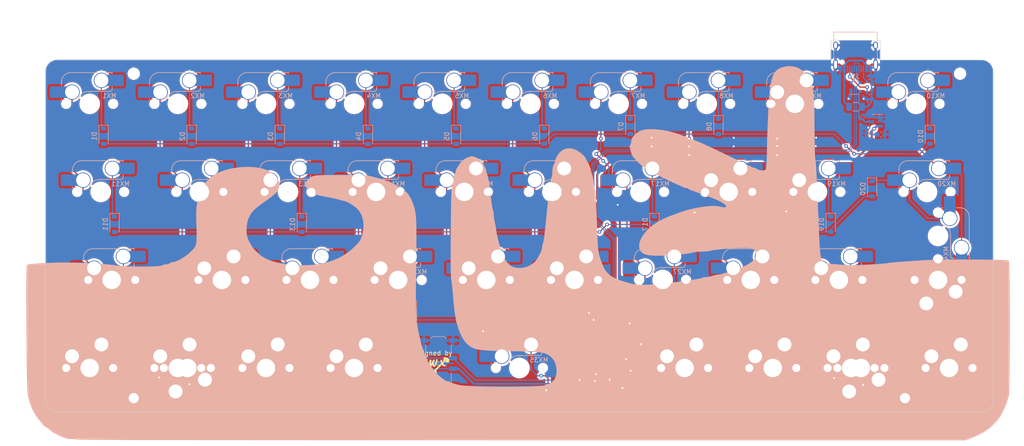
<source format=kicad_pcb>
(kicad_pcb (version 20241229) (generator "pcbnew") (generator_version "9.0")
  (layers (0 "F.Cu" signal) (2 "B.Cu" signal) (13 "F.Paste" user) (15 "B.Paste" user) (5 "F.SilkS" user "F.Silkscreen") (7 "B.SilkS" user "B.Silkscreen") (1 "F.Mask" user) (3 "B.Mask" user) (25 "Edge.Cuts" user))
  (net 0 "")
  (net 1 "+5V")
  (net 2 "GND")
  (net 3 "+3V3")
  (net 4 "NRST")
  (net 5 "VBUS")
  (net 6 "Net-(J1-CC1)")
  (net 8 "Net-(J1-CC2)")
  (net 10 "BOOT0")
  (net 11 "/C13")
  (net 12 "/C14")
  (net 13 "/C15")
  (net 14 "/F0")
  (net 15 "/F1")
  (net 16 "/B1")
  (net 17 "/B2")
  (net 18 "/B10")
  (net 19 "/B11")
  (net 20 "/B12")
  (net 21 "/B13")
  (net 22 "/B14")
  (net 23 "/B15")
  (net 24 "/A8")
  (net 25 "/A15")
  (net 26 "/B4")
  (net 27 "/B5")
  (net 28 "/B6")
  (net 29 "/B7")
  (net 30 "/A2")
  (net 31 "/A3")
  (net 32 "/A4")
  (net 33 "/A5")
  (net 34 "/A6")
  (net 35 "/A7")
  (net 36 "/B0")
  (net 37 "/B3")
  (net 38 "/B8")
  (net 39 "/B9")
  (net 40 "/A1")
  (net 41 "/A9")
  (net 42 "/A10")
  (net 43 "/A13")
  (net 44 "/A14")
  (net 45 "Net-(R3-Pad2)")
  (net 46 "/A0")
  (net 47 "D+")
  (net 48 "D-")
  (net 49 "COL0")
  (net 50 "Net-(D1-K)")
  (net 51 "Net-(D2-K)")
  (net 52 "COL1")
  (net 53 "Net-(D3-K)")
  (net 54 "COL2")
  (net 55 "Net-(D4-K)")
  (net 56 "COL3")
  (net 57 "COL4")
  (net 58 "Net-(D5-K)")
  (net 59 "COL5")
  (net 60 "Net-(D6-K)")
  (net 61 "COL6")
  (net 62 "Net-(D7-K)")
  (net 63 "Net-(D8-K)")
  (net 64 "COL7")
  (net 65 "Net-(D9-K)")
  (net 66 "COL8")
  (net 67 "Net-(D10-K)")
  (net 68 "COL9")
  (net 69 "Net-(D11-K)")
  (net 70 "Net-(D12-K)")
  (net 71 "Net-(D13-K)")
  (net 72 "Net-(D14-K)")
  (net 73 "Net-(D15-K)")
  (net 74 "Net-(D16-K)")
  (net 75 "Net-(D17-K)")
  (net 76 "Net-(D18-K)")
  (net 77 "Net-(D19-K)")
  (net 78 "Net-(D20-K)")
  (net 79 "Net-(D21-K)")
  (net 80 "Net-(D22-K)")
  (net 81 "Net-(D23-K)")
  (net 82 "Net-(D24-K)")
  (net 83 "Net-(D25-K)")
  (net 84 "Net-(D26-K)")
  (net 85 "Net-(D27-K)")
  (net 86 "Net-(D28-K)")
  (net 87 "Net-(D29-K)")
  (net 88 "Net-(D30-K)")
  (net 89 "Net-(D31-K)")
  (net 90 "Net-(D32-K)")
  (net 91 "Net-(D33-K)")
  (net 92 "Net-(D34-K)")
  (net 93 "Net-(D35-K)")
  (net 94 "Net-(D37-K)")
  (net 95 "Net-(D38-K)")
  (net 96 "Net-(D39-K)")
  (net 97 "ROW0")
  (net 98 "ROW1")
  (net 99 "ROW2")
  (net 100 "Net-(D36-K)")
  (net 101 "ROW3")
  (net 102 "ROW4")
  (footprint "MountingHole:MountingHole_2.2mm_M2" (layer "F.Cu") (at 65.4625 125.995)
    (property "Reference" "REF**" (hide yes))
    (property "Value" "MountingHole_2.2mm_M2" (hide yes))
  )
  (footprint "MountingHole:MountingHole_2.2mm_M2" (layer "F.Cu") (at 65.4625 55.795)
    (property "Reference" "REF**" (hide yes))
    (property "Value" "MountingHole_2.2mm_M2" (hide yes))
  )
  (footprint "MountingHole:MountingHole_2.2mm_M2" (layer "F.Cu") (at 244.05625 55.795)
    (property "Reference" "REF**" (hide yes))
    (property "Value" "MountingHole_2.2mm_M2" (hide yes))
  )
  (footprint "MountingHole:MountingHole_2.2mm_M2" (layer "F.Cu") (at 232.15 125.995)
    (property "Reference" "REF**" (hide yes))
    (property "Value" "MountingHole_2.2mm_M2" (hide yes))
  )
  (footprint "marbastlib-mx:SW_MX_HS_CPG151101S11_1u" (layer "B.Cu") (at 222.625 119.47)
    (property "Reference" "MX38")
    (property "Value" "MX_SW_HS")
  )
  (footprint "Diode_SMD:D_SOD-123" (layer "B.Cu") (at 125.612499 107.42 -90)
    (property "Reference" "D24")
    (property "Value" "D_Small")
  )
  (footprint "Capacitor_SMD:C_0402_1005Metric" (layer "B.Cu") (at 163.86 109.070001 90)
    (property "Reference" "C4" (hide yes))
    (property "Value" "100nF" (hide yes))
  )
  (footprint "Package_QFP:LQFP-48_7x7mm_P0.5mm" (layer "B.Cu") (at 168.36 113.32 90)
    (property "Reference" "U1" (hide yes))
    (property "Value" "STM32F072CBT6" (hide yes))
  )
  (footprint "Diode_SMD:D_SOD-123" (layer "B.Cu") (at 116.087499 69.32 -90)
    (property "Reference" "D4")
    (property "Value" "D_Small")
  )
  (footprint "Diode_SMD:D_SOD-123" (layer "B.Cu") (at 206.574999 126.47 -90)
    (property "Reference" "D37")
    (property "Value" "D_Small")
  )
  (footprint "Diode_SMD:D_SOD-123" (layer "B.Cu") (at 101.799999 88.37 -90)
    (property "Reference" "D13")
    (property "Value" "D_Small")
  )
  (footprint "Diode_SMD:D_SOD-123" (layer "B.Cu") (at 239.7875 110.17 -90)
    (property "Reference" "D30")
    (property "Value" "D_Small")
  )
  (footprint "marbastlib-mx:SW_MX_HS_CPG151101S11_1u" (layer "B.Cu") (at 132.1375 62.32 180)
    (property "Reference" "MX5")
    (property "Value" "MX_SW_HS")
  )
  (footprint "Diode_SMD:D_SOD-123" (layer "B.Cu") (at 58.937499 126.47 -90)
    (property "Reference" "D31")
    (property "Value" "D_Small")
  )
  (footprint "Capacitor_SMD:C_0402_1005Metric" (layer "B.Cu") (at 172.61 108.82)
    (property "Reference" "C3" (hide yes))
    (property "Value" "100nF" (hide yes))
  )
  (footprint "marbastlib-mx:SW_MX_HS_CPG151101S11_1u" (layer "B.Cu") (at 179.7625 100.42 180)
    (property "Reference" "MX27")
    (property "Value" "MX_SW_HS")
  )
  (footprint "Button_Switch_SMD:SW_SPST_TL3342" (layer "B.Cu") (at 131.35 121.52 180)
    (property "Reference" "BOOT1" (hide yes))
    (property "Value" "SW_SPST" (hide yes))
  )
  (footprint "Package_TO_SOT_SMD:SOT-143" (layer "B.Cu") (at 221.46 58.7)
    (property "Reference" "U2" (hide yes))
    (property "Value" "PRTR5V0U2X" (hide yes))
  )
  (footprint "Capacitor_SMD:C_0402_1005Metric" (layer "B.Cu") (at 172.86 117.57 -90)
    (property "Reference" "C5" (hide yes))
    (property "Value" "100nF" (hide yes))
  )
  (footprint "marbastlib-mx:SW_MX_HS_CPG151101S11_1u" (layer "B.Cu") (at 103.5625 100.42 180)
    (property "Reference" "MX23")
    (property "Value" "MX_SW_HS")
  )
  (footprint "marbastlib-mx:SW_MX_HS_CPG151101S11_1u" (layer "B.Cu") (at 148.80625 119.47 180)
    (property "Reference" "MX35")
    (property "Value" "MX_SW_HS")
  )
  (footprint "marbastlib-mx:SW_MX_HS_CPG151101S11_1u" (layer "B.Cu") (at 175 81.37 180)
    (property "Reference" "MX17")
    (property "Value" "MX_SW_HS")
  )
  (footprint "Button_Switch_SMD:SW_SPST_TL3342" (layer "B.Cu") (at 131.310001 115.42)
    (property "Reference" "RST1" (hide yes))
    (property "Value" "SW_SPST" (hide yes))
  )
  (footprint "Diode_SMD:D_SOD-123" (layer "B.Cu") (at 116.087499 126.47 -90)
    (property "Reference" "D34")
    (property "Value" "D_Small")
  )
  (footprint "marbastlib-mx:SW_MX_HS_CPG151101S11_1u" (layer "B.Cu") (at 208.3375 62.32 180)
    (property "Reference" "MX9")
    (property "Value" "MX_SW_HS")
  )
  (footprint "marbastlib-mx:SW_MX_HS_CPG151101S11_1u" (layer "B.Cu") (at 170.2375 62.32 180)
    (property "Reference" "MX7")
    (property "Value" "MX_SW_HS")
  )
  (footprint "marbastlib-mx:SW_MX_HS_CPG151101S11_1u" (layer "B.Cu") (at 151.1875 62.32 180)
    (property "Reference" "MX6")
    (property "Value" "MX_SW_HS")
  )
  (footprint "Diode_SMD:D_SOD-123" (layer "B.Cu") (at 216.099999 88.37 -90)
    (property "Reference" "D19")
    (property "Value" "D_Small")
  )
  (footprint "marbastlib-mx:SW_MX_HS_CPG151101S11_1u" (layer "B.Cu") (at 160.7125 100.42 180)
    (property "Reference" "MX26")
    (property "Value" "MX_SW_HS")
  )
  (footprint "Diode_SMD:D_SOD-123" (layer "B.Cu") (at 210.887499 67.21 -90)
    (property "Reference" "D9")
    (property "Value" "D_Small")
  )
  (footprint "Diode_SMD:D_SOD-123" (layer "B.Cu") (at 63.699999 107.42 -90)
    (property "Reference" "D21")
    (property "Value" "D_Small")
  )
  (footprint "marbastlib-mx:SW_MX_HS_CPG151101S11_1u" (layer "B.Cu") (at 55.9375 62.32 180)
    (property "Reference" "MX1")
    (property "Value" "MX_SW_HS")
  )
  (footprint "marbastlib-mx:SW_MX_HS_CPG151101S11_1u" (layer "B.Cu") (at 189.2875 62.32 180)
    (property "Reference" "MX8")
    (property "Value" "MX_SW_HS")
  )
  (footprint "Diode_SMD:D_SOD-123" (layer "B.Cu") (at 82.749999 88.37 -90)
    (property "Reference" "D12")
    (property "Value" "D_Small")
  )
  (footprint "marbastlib-mx:SW_MX_HS_CPG151101S11_1u" (layer "B.Cu") (at 79.75 81.37 180)
    (property "Reference" "MX12")
    (property "Value" "MX_SW_HS")
  )
  (footprint "marbastlib-mx:SW_MX_HS_CPG151101S11_1u" (layer "B.Cu") (at 155.95 81.37 180)
    (property "Reference" "MX16")
    (property "Value" "MX_SW_HS")
  )
  (footprint "Diode_SMD:D_SOD-123" (layer "B.Cu") (at 106.562499 107.42 -90)
    (property "Reference" "D23")
    (property "Value" "D_Small")
  )
  (footprint "Diode_SMD:D_SOD-123" (layer "B.Cu") (at 177.999999 88.37 -90)
    (property "Reference" "D17")
    (property "Value" "D_Small")
  )
  (footprint "Diode_SMD:D_SOD-123" (layer "B.Cu") (at 97.037499 69.32 -90)
    (property "Reference" "D3")
    (property "Value" "D_Small")
  )
  (footprint "marbastlib-mx:SW_MX_HS_CPG151101S11_1u" (layer "B.Cu") (at 94.0375 62.32 180)
    (property "Reference" "MX3")
    (property "Value" "MX_SW_HS")
  )
  (footprint "marbastlib-mx:SW_MX_HS_CPG151101S11_1u" (layer "B.Cu") (at 203.575 119.47 180)
    (property "Reference" "MX37")
    (property "Value" "MX_SW_HS")
  )
  (footprint "Diode_SMD:D_SOD-123" (layer "B.Cu") (at 182.762499 107.42 -90)
    (property "Reference" "D27")
    (property "Value" "D_Small")
  )
  (footprint "Diode_SMD:D_SOD-123" (layer "B.Cu") (at 197.049999 88.37 -90)
    (property "Reference" "D18")
    (property "Value" "D_Small")
  )
  (footprint "Diode_SMD:D_SOD-123" (layer "B.Cu") (at 220.862499 107.42 -90)
    (property "Reference" "D29")
    (property "Value" "D_Small")
  )
  (footprint "Package_TO_SOT_SMD:SOT-23" (layer "B.Cu") (at 225.71 66.2 180)
    (property "Reference" "U3" (hide yes))
    (property "Value" "XC6206PxxxMR-Regulator_Linear" (hide yes))
  )
  (footprint "Diode_SMD:D_SOD-123" (layer "B.Cu") (at 61.318749 88.37 -90)
    (property "Reference" "D11")
    (property "Value" "D_Small")
  )
  (footprint "marbastlib-mx:SW_MX_HS_CPG151101S11_1u" (layer "B.Cu") (at 77.05125 119.47)
    (property "Reference" "MX40")
    (property "Value" "MX_SW_HS")
  )
  (footprint "Diode_SMD:D_SOD-123" (layer "B.Cu") (at 172.787499 67.21 -90)
    (property "Reference" "D7")
    (property "Value" "D_Small")
  )
  (footprint "marbastlib-mx:SW_MX_HS_CPG151101S11_1u" (layer "B.Cu") (at 217.8625 100.42 180)
    (property "Reference" "MX29")
    (property "Value" "MX_SW_HS")
  )
  (footprint "marbastlib-mx:SW_MX_HS_CPG151101S11_1u" (layer "B.Cu") (at 194.05 81.37 180)
    (property "Reference" "MX18")
    (property "Value" "MX_SW_HS")
  )
  (footprint "Diode_SMD:D_SOD-123" (layer "B.Cu") (at 237.531249 69.32 -90)
    (property "Reference" "D10")
    (property "Value" "D_Small")
  )
  (footprint "Capacitor_SMD:C_0402_1005Metric" (layer "B.Cu") (at 172.36 119.07)
    (property "Reference" "C6" (hide yes))
    (property "Value" "100nF" (hide yes))
  )
  (footprint "Diode_SMD:D_SOD-123" (layer "B.Cu") (at 244.674999 126.47 -90)
    (property "Reference" "D39")
    (property "Value" "D_Small")
  )
  (footprint "marbastlib-mx:SW_MX_HS_CPG151101S11_1u" (layer "B.Cu") (at 213.1 81.37 180)
    (property "Reference" "MX19")
    (property "Value" "MX_SW_HS")
  )
  (footprint "Diode_SMD:D_SOD-123" (layer "B.Cu") (at 77.987499 69.32 -90)
    (property "Reference" "D2")
    (property "Value" "D_Small")
  )
  (footprint "Diode_SMD:D_SOD-123" (layer "B.Cu") (at 135.137499 69.32 -90)
    (property "Reference" "D5")
    (property "Value" "D_Small")
  )
  (footprint "Diode_SMD:D_SOD-123" (layer "B.Cu") (at 139.899999 88.37 -90)
    (property "Reference" "D15")
    (property "Value" "D_Small")
  )
  (footprint "Diode_SMD:D_SOD-123" (layer "B.Cu") (at 87.512499 107.42 -90)
    (property "Reference" "D22")
    (property "Value" "D_Small")
  )
  (footprint "Resistor_SMD:R_0402_1005Metric" (layer "B.Cu") (at 224.46 59.95 180)
    (property "Reference" "R1" (hide yes))
    (property "Value" "5.1k" (hide yes))
  )
  (footprint "marbastlib-mx:SW_MX_HS_CPG151101S11_1u" (layer "B.Cu") (at 239.29375 90.895 90)
    (property "Reference" "MX42")
    (property "Value" "MX_SW_HS")
  )
  (footprint "marbastlib-mx:SW_MX_HS_CPG151101S11_1u" (layer "B.Cu") (at 234.53125 62.32 180)
    (property "Reference" "MX10")
    (property "Value" "MX_SW_HS")
  )
  (footprint "Capacitor_SMD:C_0402_1005Metric" (layer "B.Cu") (at 224.21 68.7 180)
    (property "Reference" "C10" (hide yes))
    (property "Value" "1uF" (hide yes))
  )
  (footprint "marbastlib-mx:SW_MX_HS_CPG151101S11_1u" (layer "B.Cu") (at 239.29375 100.42)
    (property "Reference" "MX30")
    (property "Value" "MX_SW_HS")
  )
  (footprint "Fuse:Fuse_1206_3216Metric" (layer "B.Cu") (at 221.46 62.95)
    (property "Reference" "F1" (hide yes))
    (property "Value" "500mA" (hide yes))
  )
  (footprint "marbastlib-mx:SW_MX_HS_CPG151101S11_1u" (layer "B.Cu") (at 98.8 81.37 180)
    (property "Reference" "MX13")
    (property "Value" "MX_SW_HS")
  )
  (footprint "marbastlib-mx:SW_MX_HS_CPG151101S11_1u" (layer "B.Cu") (at 58.31875 81.37 180)
    (property "Reference" "MX11")
    (property "Value" "MX_SW_HS")
  )
  (footprint "Diode_SMD:D_SOD-123" (layer "B.Cu") (at 201.812499 107.42 -90)
    (property "Reference" "D28")
    (property "Value" "D_Small")
  )
  (footprint "marbastlib-mx:SW_MX_HS_CPG151101S11_1u" (layer "B.Cu") (at 74.9875 119.47 180)
    (property "Reference" "MX32")
    (property "Value" "MX_SW_HS")
  )
  (footprint "Capacitor_SMD:C_0402_1005Metric" (layer "B.Cu") (at 222.96 65.2 90)
    (property "Reference" "C9" (hide yes))
    (property "Value" "1uF" (hide yes))
  )
  (footprint "Capacitor_SMD:C_0402_1005Metric" (layer "B.Cu") (at 166.846577 121.056577 180)
    (property "Reference" "C1" (hide yes))
    (property "Value" "100nF" (hide yes))
  )
  (footprint "Resistor_SMD:R_0402_1005Metric" (layer "B.Cu") (at 167.11 123.32 180)
    (property "Reference" "R4" (hide yes))
    (property "Value" "5.1k" (hide yes))
  )
  (footprint "marbastlib-mx:SW_MX_HS_CPG151101S11_1u" (layer "B.Cu") (at 113.0875 119.47 180)
    (property "Reference" "MX34")
    (property "Value" "MX_SW_HS")
  )
  (footprint "marbastlib-mx:SW_MX_HS_CPG151101S11_1u" (layer "B.Cu") (at 236.9125 81.37 180)
    (property "Reference" "MX20")
    (property "Value" "MX_SW_HS")
  )
  (footprint "marbastlib-mx:SW_MX_HS_CPG151101S11_1u" (layer "B.Cu") (at 141.6625 100.42 180)
    (property "Reference" "MX25")
    (property "Value" "MX_SW_HS")
  )
  (footprint "Capacitor_SMD:C_0402_1005Metric" (layer "B.Cu") (at 166.846577 119.806577)
    (property "Reference" "C7" (hide yes))
    (property "Value" "100nF" (hide yes))
  )
  (footprint "marbastlib-mx:SW_MX_HS_CPG151101S11_1u" (layer "B.Cu") (at 84.5125 100.42 180)
    (property "Reference" "MX22")
    (property "Value" "MX_SW_HS")
  )
  (footprint "Resistor_SMD:R_0402_1005Metric" (layer "B.Cu") (at 224.46 57.45)
    (property "Reference" "R2" (hide yes))
    (property "Value" "5.1k" (hide yes))
  )
  (footprint "Diode_SMD:D_SOD-123" (layer "B.Cu") (at 158.949999 88.37 -90)
    (property "Reference" "D16")
    (property "Value" "D_Small")
  )
  (footprint "marbastlib-mx:SW_MX_HS_CPG151101S11_1u" (layer "B.Cu") (at 55.9375 119.47 180)
    (property "Reference" "MX31")
    (property "Value" "MX_SW_HS")
  )
  (footprint "marbastlib-mx:SW_MX_HS_CPG151101S11_1u" (layer "B.Cu") (at 60.7 100.42 180)
    (property "Reference" "MX21")
    (property "Value" "MX_SW_HS")
  )
  (footprint "Connector_USB:USB_C_Receptacle_HRO_TYPE-C-31-M-12" (layer "B.Cu") (at 221.46 50.7)
    (property "Reference" "J1")
    (property "Value" "USB_C_Receptacle_USB2.0" (hide yes))
  )
  (footprint "Diode_SMD:D_SOD-123" (layer "B.Cu") (at 58.937499 69.32 -90)
    (property "Reference" "D1")
    (property "Value" "D_Small")
  )
  (footprint "marbastlib-mx:SW_MX_HS_CPG151101S11_1u" (layer "B.Cu") (at 94.0375 119.47 180)
    (property "Reference" "MX33")
    (property "Value" "MX_SW_HS")
  )
  (footprint "marbastlib-mx:SW_MX_HS_CPG151101S11_1u" (layer "B.Cu") (at 241.675 119.47 180)
    (property "Reference" "MX39")
    (property "Value" "MX_SW_HS")
  )
  (footprint "Diode_SMD:D_SOD-123" (layer "B.Cu") (at 144.662499 107.42 -90)
    (property "Reference" "D25")
    (property "Value" "D_Small")
  )
  (footprint "marbastlib-mx:SW_MX_HS_CPG151101S11_1u" (layer "B.Cu") (at 113.0875 62.32 180)
    (property "Reference" "MX4")
    (property "Value" "MX_SW_HS")
  )
  (footprint "Resistor_SMD:R_0402_1005Metric" (layer "B.Cu") (at 169.61 123.32 180)
    (property "Reference" "R3" (hide yes))
    (property "Value" "5.1k" (hide yes))
  )
  (footprint "marbastlib-mx:SW_MX_HS_CPG151101S11_1u" (layer "B.Cu") (at 117.85 81.37 180)
    (property "Reference" "MX14")
    (property "Value" "MX_SW_HS")
  )
  (footprint "Diode_SMD:D_SOD-123" (layer "B.Cu") (at 97.037499 126.47 -90)
    (property "Reference" "D33")
    (property "Value" "D_Small")
  )
  (footprint "Diode_SMD:D_SOD-123" (layer "B.Cu") (at 191.837499 67.21 -90)
    (property "Reference" "D8")
    (property "Value" "D_Small")
  )
  (footprint "marbastlib-mx:SW_MX_HS_CPG151101S11_1u" (layer "B.Cu") (at 184.525 119.47 180)
    (property "Reference" "MX36")
    (property "Value" "MX_SW_HS")
  )
  (footprint "marbastlib-mx:SW_MX_HS_CPG151101S11_1u" (layer "B.Cu") (at 220.502959 119.47 180)
    (property "Reference" "MX41")
    (property "Value" "MX_SW_HS")
  )
  (footprint "Diode_SMD:D_SOD-123" (layer "B.Cu") (at 225.624999 126.47 -90)
    (property "Reference" "D38")
    (property "Value" "D_Small")
  )
  (footprint "Diode_SMD:D_SOD-123" (layer "B.Cu") (at 154.187499 69.32 -90)
    (property "Reference" "D6")
    (property "Value" "D_Small")
  )
  (footprint "Capacitor_SMD:C_0603_1608Metric" (layer "B.Cu") (at 226.96 68.95)
    (property "Reference" "C2" (hide yes))
    (property "Value" "10uF" (hide yes))
  )
  (footprint "Capacitor_SMD:C_0402_1005Metric" (layer "B.Cu") (at 224.46 61.950001 90)
    (property "Reference" "C8" (hide yes))
    (property "Value" "100nF" (hide yes))
  )
  (footprint "Diode_SMD:D_SOD-123" (layer "B.Cu") (at 151.806249 126.47 -90)
    (property "Reference" "D35")
    (property "Value" "D_Small")
  )
  (footprint "marbastlib-mx:SW_MX_HS_CPG151101S11_1u" (layer "B.Cu") (at 74.9875 62.32 180)
    (property "Reference" "MX2")
    (property "Value" "MX_SW_HS")
  )
  (footprint "Diode_SMD:D_SOD-123" (layer "B.Cu") (at 77.987499 126.47 -90)
    (property "Reference" "D32")
    (property "Value" "D_Small")
  )
  (footprint "marbastlib-mx:SW_MX_HS_CPG151101S11_1u" (layer "B.Cu") (at 122.6125 100.42 180)
    (property "Reference" "MX24")
    (property "Value" "MX_SW_HS")
  )
  (footprint "Diode_SMD:D_SOD-123" (layer "B.Cu") (at 163.75 104.48 -90)
    (property "Reference" "D26")
    (property "Value" "D_Small")
  )
  (footprint "Diode_SMD:D_SOD-123" (layer "B.Cu") (at 187.524999 126.47 -90)
    (property "Reference" "D36")
    (property "Value" "D_Small")
  )
  (footprint "Diode_SMD:D_SOD-123" (layer "B.Cu") (at 225.0575 80.7 -90)
    (property "Reference" "D20")
    (property "Value" "D_Small")
  )
  (footprint "marbastlib-mx:SW_MX_HS_CPG151101S11_1u" (layer "B.Cu") (at 198.8125 100.42 180)
    (property "Reference" "MX28")
    (property "Value" "MX_SW_HS")
  )
  (footprint "marbastlib-mx:SW_MX_HS_CPG151101S11_1u" (layer "B.Cu") (at 136.9 81.37 180)
    (property "Reference" "MX15")
    (property "Value" "MX_SW_HS")
  )
  (footprint "Diode_SMD:D_SOD-123" (layer "B.Cu") (at 120.849999 88.37 -90)
    (property "Reference" "D14")
    (property "Value" "D_Small")
  )
  (gr_poly (pts (xy 127.92 117.1) (xy 127.927154 117.100505) (xy 127.934383 117.101339) (xy 127.948284 117.102881) (xy 127.960924 117.104908) (xy 127.972365 117.107494) (xy 127.977655 117.109018) (xy 127.982669 117.110709) (xy 127.987414 117.112577) (xy 127.991898 117.114628) (xy 127.996129 117.116874) (xy 128.000115 117.119322) (xy 128.003863 117.121982) (xy 128.007381 117.124864) (xy 128.010676 117.127975) (xy 128.013757 117.131325) (xy 128.016632 117.134923) (xy 128.019307 117.138778) (xy 128.021792 117.1429) (xy 128.024093 117.147296) (xy 128.026218 117.151977) (xy 128.028175 117.156951) (xy 128.029972 117.162228) (xy 128.031617 117.167815) (xy 128.03448 117.179961) (xy 128.036826 117.193461) (xy 128.038717 117.208387) (xy 128.040216 117.224811) (xy 128.041713 117.243345) (xy 128.042104 117.260799) (xy 128.041193 117.277498) (xy 128.038783 117.293768) (xy 128.034678 117.309935) (xy 128.028682 117.326324) (xy 128.020598 117.343261) (xy 128.01023 117.361072) (xy 127.997381 117.380081) (xy 127.981856 117.400614) (xy 127.963457 117.422998) (xy 127.941989 117.447557) (xy 127.917255 117.474618) (xy 127.889059 117.504505) (xy 127.821494 117.574061) (xy 127.771808 117.626812) (xy 127.719023 117.685848) (xy 127.664666 117.749182) (xy 127.610268 117.814832) (xy 127.557358 117.880812) (xy 127.507466 117.945139) (xy 127.462122 118.005828) (xy 127.422855 118.060894) (xy 127.318007 118.212065) (xy 127.198565 118.376631) (xy 127.071434 118.545826) (xy 126.943518 118.710888) (xy 126.82172 118.863051) (xy 126.712945 118.993551) (xy 126.624096 119.093624) (xy 126.589301 119.129511) (xy 126.562077 119.154506) (xy 126.540566 119.171867) (xy 126.519633 119.186903) (xy 126.509358 119.193546) (xy 126.499197 119.199604) (xy 126.489139 119.205075) (xy 126.479174 119.209958) (xy 126.469292 119.214252) (xy 126.459482 119.217956) (xy 126.449734 119.221068) (xy 126.440038 119.223587) (xy 126.430383 119.225511) (xy 126.420759 119.226841) (xy 126.411156 119.227573) (xy 126.401563 119.227707) (xy 126.39197 119.227242) (xy 126.382367 119.226176) (xy 126.372743 119.224508) (xy 126.363088 119.222236) (xy 126.353392 119.21936) (xy 126.343644 119.215878) (xy 126.333834 119.211789) (xy 126.323952 119.207092) (xy 126.313987 119.201784) (xy 126.303929 119.195866) (xy 126.293768 119.189335) (xy 126.283493 119.18219) (xy 126.26256 119.166055) (xy 126.241049 119.14745) (xy 126.225629 119.132302) (xy 126.212441 119.11457) (xy 126.201486 119.094151) (xy 126.192763 119.070941) (xy 126.186272 119.044838) (xy 126.182014 119.015737) (xy 126.179988 118.983536) (xy 126.180195 118.948131) (xy 126.182634 118.909418) (xy 126.187306 118.867295) (xy 126.19421 118.821658) (xy 126.203346 118.772403) (xy 126.214715 118.719428) (xy 126.228316 118.662629) (xy 126.24415 118.601902) (xy 126.262216 118.537145) (xy 126.35041 118.240811) (xy 126.170494 118.434839) (xy 126.055693 118.557543) (xy 125.954066 118.66555) (xy 125.864644 118.759625) (xy 125.786462 118.840533) (xy 125.751284 118.876289) (xy 125.718553 118.909039) (xy 125.688149 118.93888) (xy 125.659951 118.965907) (xy 125.633838 118.990216) (xy 125.60969 119.011903) (xy 125.587385 119.031062) (xy 125.566803 119.04779) (xy 125.547822 119.062183) (xy 125.530323 119.074335) (xy 125.514185 119.084342) (xy 125.506588 119.088572) (xy 125.499286 119.092301) (xy 125.492263 119.095542) (xy 125.485505 119.098306) (xy 125.478997 119.100606) (xy 125.472723 119.102454) (xy 125.466668 119.10386) (xy 125.460818 119.104839) (xy 125.455157 119.105401) (xy 125.449669 119.105558) (xy 125.444341 119.105322) (xy 125.439156 119.104705) (xy 125.4341 119.10372) (xy 125.429158 119.102378) (xy 125.424314 119.100691) (xy 125.419554 119.09867) (xy 125.414862 119.096329) (xy 125.410223 119.093679) (xy 125.401045 119.087499) (xy 125.391898 119.080226) (xy 125.382662 119.071955) (xy 125.373216 119.062783) (xy 125.354148 119.04194) (xy 125.339902 119.020884) (xy 125.331412 118.99833) (xy 125.329615 118.97299) (xy 125.335445 118.943579) (xy 125.349837 118.908808) (xy 125.373728 118.867392) (xy 125.408053 118.818044) (xy 125.453746 118.759476) (xy 125.511743 118.690403) (xy 125.668392 118.515592) (xy 125.885481 118.283317) (xy 126.170494 117.983283) (xy 126.276336 117.872005) (xy 126.370826 117.773201) (xy 126.454763 117.686201) (xy 126.528949 117.610331) (xy 126.594184 117.544921) (xy 126.65127 117.489298) (xy 126.677008 117.464947) (xy 126.701008 117.442791) (xy 126.723372 117.422746) (xy 126.744198 117.404728) (xy 126.763589 117.388653) (xy 126.781642 117.374437) (xy 126.79846 117.361996) (xy 126.814141 117.351246) (xy 126.828786 117.342104) (xy 126.842495 117.334484) (xy 126.855368 117.328304) (xy 126.867505 117.323479) (xy 126.879007 117.319925) (xy 126.889973 117.317558) (xy 126.900504 117.316295) (xy 126.9107 117.316051) (xy 126.920661 117.316743) (xy 126.930486 117.318285) (xy 126.940277 117.320595) (xy 126.950133 117.323589) (xy 126.971794 117.331635) (xy 126.990468 117.341324) (xy 126.998681 117.346834) (xy 127.006145 117.352812) (xy 127.012856 117.359279) (xy 127.018814 117.366253) (xy 127.024018 117.373754) (xy 127.028465 117.381802) (xy 127.032156 117.390416) (xy 127.035089 117.399615) (xy 127.037261 117.409419) (xy 127.038673 117.419847) (xy 127.039323 117.430918) (xy 127.039209 117.442651) (xy 127.036685 117.468185) (xy 127.031092 117.496602) (xy 127.022419 117.528057) (xy 127.010656 117.562706) (xy 126.995792 117.600704) (xy 126.977817 117.642205) (xy 126.956721 117.687365) (xy 126.932494 117.736339) (xy 126.872769 117.860073) (xy 126.809903 117.99993) (xy 126.747699 118.146236) (xy 126.689959 118.289318) (xy 126.640487 118.419501) (xy 126.603087 118.527112) (xy 126.590103 118.56943) (xy 126.581562 118.602477) (xy 126.577942 118.625044) (xy 126.578125 118.63202) (xy 126.579716 118.635922) (xy 126.581428 118.63665) (xy 126.583907 118.636204) (xy 126.591085 118.631892) (xy 126.601094 118.623187) (xy 126.613781 118.610291) (xy 126.646564 118.572732) (xy 126.688195 118.520829) (xy 126.737432 118.456192) (xy 126.793036 118.380434) (xy 126.853766 118.295168) (xy 126.918382 118.202006) (xy 127.014783 118.063423) (xy 127.108166 117.933398) (xy 127.198489 117.81189) (xy 127.285712 117.698856) (xy 127.369793 117.594256) (xy 127.450691 117.498049) (xy 127.528364 117.410192) (xy 127.602771 117.330645) (xy 127.637618 117.295397) (xy 127.669544 117.263637) (xy 127.698773 117.235216) (xy 127.725527 117.209983) (xy 127.750028 117.187789) (xy 127.772497 117.168484) (xy 127.793159 117.151917) (xy 127.80288 117.144614) (xy 127.812233 117.137939) (xy 127.821245 117.131875) (xy 127.829944 117.126401) (xy 127.838357 117.1215) (xy 127.846512 117.117152) (xy 127.854437 117.113339) (xy 127.86216 117.110042) (xy 127.869709 117.107242) (xy 127.877111 117.104922) (xy 127.884395 117.103061) (xy 127.891587 117.101641) (xy 127.898716 117.100644) (xy 127.905809 117.10005) (xy 127.912895 117.099842)) (stroke (width -0.000001)) (fill yes) (layer "F.SilkS"))
  (gr_poly (pts (xy 130.999826 117.520265) (xy 131.025064 117.528055) (xy 131.047558 117.540755) (xy 131.067352 117.558131) (xy 131.084491 117.579951) (xy 131.099016 117.605983) (xy 131.110974 117.635995) (xy 131.120407 117.669752) (xy 131.131876 117.747577) (xy 131.133774 117.837597) (xy 131.126453 117.937953) (xy 131.110265 118.046783) (xy 131.08556 118.162229) (xy 131.05269 118.282428) (xy 131.012007 118.405521) (xy 130.963862 118.529648) (xy 130.908606 118.652948) (xy 130.846591 118.773561) (xy 130.778168 118.889626) (xy 130.703688 118.999283) (xy 130.679497 119.03131) (xy 130.657 119.060034) (xy 130.635909 119.085627) (xy 130.615935 119.108259) (xy 130.596787 119.1281) (xy 130.578176 119.145321) (xy 130.568982 119.153002) (xy 130.559814 119.160093) (xy 130.550635 119.166613) (xy 130.54141 119.172586) (xy 130.532103 119.178031) (xy 130.522676 119.18297) (xy 130.513094 119.187425) (xy 130.503321 119.191416) (xy 130.493321 119.194966) (xy 130.483057 119.198096) (xy 130.472494 119.200826) (xy 130.461594 119.203178) (xy 130.438643 119.206834) (xy 130.413914 119.209235) (xy 130.387118 119.21055) (xy 130.357966 119.21095) (xy 130.342267 119.210682) (xy 130.326921 119.209878) (xy 130.311931 119.20854) (xy 130.297298 119.206671) (xy 130.283024 119.204273) (xy 130.269111 119.201346) (xy 130.255561 119.197894) (xy 130.242376 119.193918) (xy 130.229558 119.18942) (xy 130.217109 119.184401) (xy 130.20503 119.178865) (xy 130.193325 119.172813) (xy 130.181994 119.166247) (xy 130.171039 119.159168) (xy 130.160463 119.151579) (xy 130.150268 119.143481) (xy 130.140455 119.134878) (xy 130.131026 119.125769) (xy 130.121984 119.116159) (xy 130.11333 119.106047) (xy 130.105066 119.095437) (xy 130.097194 119.08433) (xy 130.089716 119.072728) (xy 130.082634 119.060634) (xy 130.07595 119.048048) (xy 130.069666 119.034974) (xy 130.063783 119.021412) (xy 130.058305 119.007366) (xy 130.053232 118.992836) (xy 130.048566 118.977825) (xy 130.040466 118.946367) (xy 130.029442 118.900781) (xy 130.018417 118.856849) (xy 130.001661 118.791145) (xy 130.000463 118.788808) (xy 129.998857 118.787086) (xy 129.99685 118.785974) (xy 129.994446 118.785467) (xy 129.991653 118.785559) (xy 129.988475 118.786246) (xy 129.98099 118.789381) (xy 129.972037 118.794831) (xy 129.961663 118.802555) (xy 129.949914 118.812511) (xy 129.936837 118.824658) (xy 129.922479 118.838956) (xy 129.906886 118.855361) (xy 129.890104 118.873834) (xy 129.87218 118.894332) (xy 129.833092 118.941241) (xy 129.789994 118.995756) (xy 129.752646 119.042622) (xy 129.718419 119.084109) (xy 129.686961 119.120376) (xy 129.672162 119.136603) (xy 129.657923 119.151584) (xy 129.6442 119.165341) (xy 129.630951 119.177894) (xy 129.61813 119.189261) (xy 129.605695 119.199464) (xy 129.5936 119.208523) (xy 129.581803 119.216456) (xy 129.570259 119.223285) (xy 129.558924 119.22903) (xy 129.547755 119.23371) (xy 129.536707 119.237346) (xy 129.525736 119.239957) (xy 129.514799 119.241563) (xy 129.503852 119.242185) (xy 129.492851 119.241843) (xy 129.481751 119.240556) (xy 129.470509 119.238346) (xy 129.459082 119.23523) (xy 129.447424 119.231231) (xy 129.435492 119.226367) (xy 129.423243 119.220658) (xy 129.410631 119.214126) (xy 129.397615 119.206789) (xy 129.370188 119.189784) (xy 129.350917 119.17568) (xy 129.33409 119.159474) (xy 129.319672 119.140632) (xy 129.307625 119.118622) (xy 129.297914 119.092912) (xy 129.290503 119.06297) (xy 129.285355 119.028263) (xy 129.282435 118.988259) (xy 129.281705 118.942427) (xy 129.283131 118.890232) (xy 129.286675 118.831145) (xy 129.292301 118.764631) (xy 129.309658 118.607197) (xy 129.33491 118.413672) (xy 129.345976 118.33398) (xy 129.355305 118.255033) (xy 129.362816 118.178896) (xy 129.368424 118.107638) (xy 129.372049 118.043325) (xy 129.373606 117.988024) (xy 129.373583 117.964399) (xy 129.373013 117.943803) (xy 129.371885 117.926493) (xy 129.370188 117.912728) (xy 129.368033 117.898812) (xy 129.366836 117.884873) (xy 129.366564 117.870946) (xy 129.367184 117.857069) (xy 129.368662 117.84328) (xy 129.370963 117.829617) (xy 129.374056 117.816116) (xy 129.377905 117.802816) (xy 129.382478 117.789753) (xy 129.387741 117.776965) (xy 129.39366 117.76449) (xy 129.400202 117.752366) (xy 129.407333 117.740628) (xy 129.415019 117.729316) (xy 129.423227 117.718466) (xy 129.431924 117.708117) (xy 129.441076 117.698305) (xy 129.450648 117.689067) (xy 129.460608 117.680442) (xy 129.470923 117.672467) (xy 129.481557 117.665179) (xy 129.492479 117.658616) (xy 129.503653 117.652815) (xy 129.515047 117.647814) (xy 129.526628 117.64365) (xy 129.53836 117.64036) (xy 129.550212 117.637983) (xy 129.562149 117.636555) (xy 129.574137 117.636115) (xy 129.586144 117.636698) (xy 129.598135 117.638344) (xy 129.610077 117.641089) (xy 129.644239 117.652027) (xy 129.674025 117.66311) (xy 129.699521 117.675474) (xy 129.720816 117.690257) (xy 129.737998 117.708596) (xy 129.751154 117.731626) (xy 129.760372 117.760486) (xy 129.76574 117.796311) (xy 129.767347 117.84024) (xy 129.765279 117.893408) (xy 129.759624 117.956953) (xy 129.750472 118.032011) (xy 129.722022 118.221216) (xy 129.680632 118.470117) (xy 129.677579 118.489476) (xy 129.675058 118.506587) (xy 129.673106 118.521517) (xy 129.671758 118.534333) (xy 129.671322 118.53997) (xy 129.671051 118.545104) (xy 129.670949 118.549742) (xy 129.671021 118.553895) (xy 129.671271 118.557569) (xy 129.671704 118.560774) (xy 129.672324 118.563517) (xy 129.673136 118.565808) (xy 129.674145 118.567654) (xy 129.674724 118.568413) (xy 129.675354 118.569064) (xy 129.676035 118.569608) (xy 129.676769 118.570047) (xy 129.677555 118.57038) (xy 129.678393 118.57061) (xy 129.680233 118.570763) (xy 129.682291 118.570513) (xy 129.684572 118.569869) (xy 129.687082 118.568839) (xy 129.689824 118.567433) (xy 129.692803 118.565657) (xy 129.696024 118.563521) (xy 129.699491 118.561033) (xy 129.703209 118.558201) (xy 129.707181 118.555034) (xy 129.71591 118.547728) (xy 129.722143 118.541789) (xy 129.728898 118.534616) (xy 129.736118 118.526295) (xy 129.743747 118.516915) (xy 129.760001 118.495328) (xy 129.777205 118.470558) (xy 129.794906 118.443307) (xy 129.812648 118.414279) (xy 129.829977 118.384175) (xy 129.846438 118.3537) (xy 129.906979 118.234073) (xy 129.960677 118.128591) (xy 130.008133 118.036347) (xy 130.049947 117.956439) (xy 130.086716 117.887962) (xy 130.103397 117.857727) (xy 130.119042 117.830011) (xy 130.133725 117.804701) (xy 130.147522 117.781682) (xy 130.160508 117.760844) (xy 130.172758 117.742072) (xy 130.184346 117.725253) (xy 130.195347 117.710274) (xy 130.205837 117.697023) (xy 130.21589 117.685386) (xy 130.225582 117.67525) (xy 130.234986 117.666503) (xy 130.244179 117.65903) (xy 130.253235 117.65272) (xy 130.262229 117.647458) (xy 130.271236 117.643133) (xy 130.28033 117.63963) (xy 130.289588 117.636838) (xy 130.299083 117.634642) (xy 130.308891 117.63293) (xy 130.319086 117.631589) (xy 130.329744 117.630506) (xy 130.344616 117.629193) (xy 130.358806 117.628562) (xy 130.372312 117.628614) (xy 130.385134 117.629348) (xy 130.397271 117.630764) (xy 130.408723 117.632862) (xy 130.419489 117.635642) (xy 130.429569 117.639105) (xy 130.438961 117.643249) (xy 130.447665 117.648076) (xy 130.455681 117.653584) (xy 130.463007 117.659775) (xy 130.469643 117.666648) (xy 130.475589 117.674203) (xy 130.480844 117.68244) (xy 130.485407 117.69136) (xy 130.489277 117.700961) (xy 130.492455 117.711245) (xy 130.494938 117.722211) (xy 130.496728 117.733858) (xy 130.497822 117.746188) (xy 130.49822 117.7592) (xy 130.497922 117.772895) (xy 130.496927 117.787271) (xy 130.492844 117.81807) (xy 130.485965 117.851598) (xy 130.476285 117.887854) (xy 130.463799 117.926839) (xy 130.448308 117.976249) (xy 130.433634 118.027608) (xy 130.419849 118.080465) (xy 130.407024 118.134371) (xy 130.395233 118.188877) (xy 130.384548 118.243533) (xy 130.375042 118.297888) (xy 130.366786 118.351495) (xy 130.359852 118.403903) (xy 130.354314 118.454662) (xy 130.350244 118.503323) (xy 130.347714 118.549436) (xy 130.346795 118.592553) (xy 130.347562 118.632222) (xy 130.350086 118.667995) (xy 130.354438 118.699422) (xy 130.38266 118.840534) (xy 130.453216 118.752339) (xy 130.485585 118.709224) (xy 130.517701 118.659769) (xy 130.549311 118.604743) (xy 130.580161 118.544917) (xy 130.609998 118.481059) (xy 130.638569 118.413941) (xy 130.665621 118.344332) (xy 130.6909 118.273002) (xy 130.714153 118.200721) (xy 130.735128 118.12826) (xy 130.75357 118.056387) (xy 130.769228 117.985874) (xy 130.781846 117.91749) (xy 130.791173 117.852004) (xy 130.796954 117.790188) (xy 130.798938 117.732811) (xy 130.799223 117.722036) (xy 130.800061 117.710942) (xy 130.801426 117.699619) (xy 130.803293 117.688163) (xy 130.805634 117.676665) (xy 130.808426 117.665218) (xy 130.811641 117.653917) (xy 130.815254 117.642853) (xy 130.819239 117.63212) (xy 130.82357 117.62181) (xy 130.828222 117.612017) (xy 130.833169 117.602834) (xy 130.838384 117.594354) (xy 130.843841 117.58667) (xy 130.849516 117.579875) (xy 130.852427 117.576839) (xy 130.855383 117.574061) (xy 130.860992 117.568195) (xy 130.867186 117.56252) (xy 130.873885 117.557062) (xy 130.881014 117.551847) (xy 130.888494 117.546901) (xy 130.896248 117.542249) (xy 130.904199 117.537918) (xy 130.912268 117.533933) (xy 130.920379 117.53032) (xy 130.928453 117.527105) (xy 130.936414 117.524313) (xy 130.944183 117.521971) (xy 130.951684 117.520105) (xy 130.958839 117.51874) (xy 130.96557 117.517902) (xy 130.971799 117.517617)) (stroke (width -0.000001)) (fill yes) (layer "F.SilkS"))
  (gr_poly (pts (xy 128.829556 117.524672) (xy 128.84704 117.526903) (xy 128.855496 117.528449) (xy 128.863759 117.530281) (xy 128.871825 117.532397) (xy 128.879693 117.534796) (xy 128.887358 117.537476) (xy 128.89482 117.540437) (xy 128.902075 117.543677) (xy 128.909121 117.547194) (xy 128.915954 117.550989) (xy 128.922574 117.555058) (xy 128.928976 117.559401) (xy 128.935159 117.564017) (xy 128.941119 117.568904) (xy 128.946855 117.574061) (xy 128.965975 117.595506) (xy 128.973977 117.605975) (xy 128.98092 117.616305) (xy 128.986788 117.626518) (xy 128.991565 117.636639) (xy 128.995237 117.646688) (xy 128.997787 117.656688) (xy 128.9992 117.666663) (xy 128.999461 117.676634) (xy 128.998554 117.686625) (xy 128.996464 117.696658) (xy 128.993175 117.706756) (xy 128.988671 117.71694) (xy 128.982938 117.727235) (xy 128.975959 117.737662) (xy 128.967719 117.748244) (xy 128.958203 117.759003) (xy 128.935279 117.781146) (xy 128.907064 117.80427) (xy 128.873433 117.828557) (xy 128.834262 117.854188) (xy 128.789428 117.881343) (xy 128.738805 117.910204) (xy 128.682271 117.94095) (xy 128.554183 118.008639) (xy 128.50236 118.036324) (xy 128.457927 118.060454) (xy 128.438304 118.071314) (xy 128.420315 118.081441) (xy 128.403889 118.090886) (xy 128.388956 118.0997) (xy 128.375444 118.107936) (xy 128.363281 118.115644) (xy 128.352398 118.122877) (xy 128.342723 118.129686) (xy 128.334184 118.136123) (xy 128.326712 118.14224) (xy 128.320234 118.148088) (xy 128.31468 118.153719) (xy 128.309978 118.159185) (xy 128.306058 118.164537) (xy 128.302849 118.169827) (xy 128.300279 118.175106) (xy 128.298278 118.180427) (xy 128.296774 118.185841) (xy 128.295696 118.1914) (xy 128.294974 118.197155) (xy 128.294536 118.203158) (xy 128.294311 118.209461) (xy 128.294216 118.223172) (xy 128.294621 118.233811) (xy 128.295973 118.243292) (xy 128.298471 118.251698) (xy 128.302319 118.259112) (xy 128.307716 118.265616) (xy 128.314866 118.271293) (xy 128.323969 118.276227) (xy 128.335226 118.280499) (xy 128.34884 118.284192) (xy 128.365012 118.287389) (xy 128.383944 118.290173) (xy 128.405837 118.292625) (xy 128.459312 118.29687) (xy 128.527049 118.300783) (xy 128.559479 118.302235) (xy 128.589371 118.303967) (xy 128.616834 118.306008) (xy 128.641978 118.30839) (xy 128.664909 118.311145) (xy 128.685737 118.314302) (xy 128.695397 118.316042) (xy 128.704571 118.317894) (xy 128.713273 118.319862) (xy 128.721518 118.32195) (xy 128.729318 118.324163) (xy 128.736688 118.326503) (xy 128.74364 118.328975) (xy 128.750188 118.331583) (xy 128.756346 118.33433) (xy 128.762128 118.33722) (xy 128.767547 118.340258) (xy 128.772616 118.343447) (xy 128.777349 118.346792) (xy 128.78176 118.350295) (xy 128.785862 118.35396) (xy 128.789669 118.357793) (xy 128.793194 118.361796) (xy 128.796451 118.365973) (xy 128.799454 118.370329) (xy 128.802216 118.374867) (xy 128.807137 118.383133) (xy 128.811324 118.391389) (xy 128.814786 118.399625) (xy 128.817533 118.407829) (xy 128.819574 118.415992) (xy 128.82092 118.424104) (xy 128.82158 118.432153) (xy 128.821563 118.44013) (xy 128.82088 118.448025) (xy 128.81954 118.455826) (xy 128.817553 118.463524) (xy 128.814928 118.471109) (xy 128.811675 118.478569) (xy 128.807805 118.485895) (xy 128.803325 118.493076) (xy 128.798247 118.500103) (xy 128.79258 118.506964) (xy 128.786333 118.513649) (xy 128.779517 118.520148) (xy 128.77214 118.526451) (xy 128.764213 118.532547) (xy 128.755746 118.538426) (xy 128.746747 118.544078) (xy 128.737227 118.549492) (xy 128.727196 118.554658) (xy 128.716663 118.559565) (xy 128.705637 118.564204) (xy 128.694129 118.568564) (xy 128.669705 118.576405) (xy 128.643466 118.583006) (xy 128.500591 118.61211) (xy 128.325966 118.646506) (xy 128.29346 118.652872) (xy 128.264519 118.658901) (xy 128.238824 118.664838) (xy 128.216054 118.670925) (xy 128.195888 118.677404) (xy 128.186681 118.680867) (xy 128.178006 118.684519) (xy 128.169822 118.688391) (xy 128.162088 118.692512) (xy 128.154765 118.696914) (xy 128.147813 118.701627) (xy 128.141192 118.706681) (xy 128.134861 118.712106) (xy 128.128781 118.717933) (xy 128.122912 118.724192) (xy 128.117213 118.730914) (xy 128.111645 118.738129) (xy 128.106167 118.745866) (xy 128.100739 118.754158) (xy 128.089875 118.772523) (xy 128.078732 118.793466) (xy 128.066989 118.817231) (xy 128.054327 118.844061) (xy 128.038838 118.875846) (xy 128.024341 118.907175) (xy 128.011167 118.937265) (xy 127.999646 118.965329) (xy 127.99011 118.990581) (xy 127.98619 119.001908) (xy 127.982889 119.012237) (xy 127.980251 119.021471) (xy 127.978314 119.029511) (xy 127.977122 119.036259) (xy 127.976716 119.041617) (xy 127.977198 119.046) (xy 127.978627 119.049892) (xy 127.98098 119.053298) (xy 127.984233 119.056224) (xy 127.988362 119.058674) (xy 127.993343 119.060654) (xy 128.005765 119.063224) (xy 128.021308 119.063975) (xy 128.039782 119.062949) (xy 128.060994 119.060186) (xy 128.084754 119.055728) (xy 128.110871 119.049616) (xy 128.139152 119.041892) (xy 128.169408 119.032598) (xy 128.201446 119.021773) (xy 128.235077 119.00946) (xy 128.270107 118.995701) (xy 128.306347 118.980535) (xy 128.343605 118.964006) (xy 128.376864 118.949833) (xy 128.409916 118.93661) (xy 128.441893 118.924628) (xy 128.471928 118.914176) (xy 128.499151 118.905543) (xy 128.511437 118.901998) (xy 128.522695 118.899018) (xy 128.532815 118.896636) (xy 128.541691 118.89489) (xy 128.549212 118.893816) (xy 128.555272 118.89345) (xy 128.560912 118.893746) (xy 128.566581 118.894621) (xy 128.572264 118.896052) (xy 128.577947 118.898018) (xy 128.583618 118.900499) (xy 128.589262 118.903473) (xy 128.594866 118.906918) (xy 128.600416 118.910814) (xy 128.611302 118.91987) (xy 128.62181 118.930471) (xy 128.631833 118.942447) (xy 128.641261 118.955627) (xy 128.649986 118.969841) (xy 128.657901 118.984918) (xy 128.664895 119.000687) (xy 128.670861 119.016978) (xy 128.67569 119.03362) (xy 128.679274 119.050443) (xy 128.681504 119.067277) (xy 128.682271 119.08395) (xy 128.681363 119.09277) (xy 128.678682 119.102008) (xy 128.674298 119.111628) (xy 128.668277 119.121591) (xy 128.651599 119.142404) (xy 128.629189 119.164152) (xy 128.601591 119.186541) (xy 128.569348 119.209276) (xy 128.533001 119.232062) (xy 128.493094 119.254606) (xy 128.450169 119.276613) (xy 128.404769 119.297787) (xy 128.357436 119.317835) (xy 128.308713 119.336462) (xy 128.259142 119.353373) (xy 128.209267 119.368274) (xy 128.159629 119.38087) (xy 128.110772 119.390867) (xy 128.054687 119.400241) (xy 128.028209 119.404009) (xy 128.002747 119.407155) (xy 127.978283 119.40967) (xy 127.954797 119.411548) (xy 127.932269 119.412779) (xy 127.91068 119.413356) (xy 127.890012 119.413272) (xy 127.870243 119.412519) (xy 127.851356 119.411089) (xy 127.833331 119.408974) (xy 127.816148 119.406167) (xy 127.799788 119.402659) (xy 127.784231 119.398444) (xy 127.769459 119.393513) (xy 127.755451 119.387858) (xy 127.742189 119.381472) (xy 127.729653 119.374347) (xy 127.717824 119.366475) (xy 127.706682 119.357849) (xy 127.696208 119.348461) (xy 127.686382 119.338303) (xy 127.677185 119.327367) (xy 127.668599 119.315645) (xy 127.660602 119.303131) (xy 127.653177 119.289815) (xy 127.646304 119.27569) (xy 127.639962 119.260749) (xy 127.634134 119.244984) (xy 127.628799 119.228387) (xy 127.623938 119.21095) (xy 127.618455 119.188723) (xy 127.613975 119.168073) (xy 127.61059 119.14859) (xy 127.608394 119.129866) (xy 127.607479 119.111495) (xy 127.607939 119.093066) (xy 127.609867 119.074172) (xy 127.613355 119.054405) (xy 127.618497 119.033356) (xy 127.625385 119.010618) (xy 127.634113 118.985781) (xy 127.644774 118.958438) (xy 127.657461 118.928181) (xy 127.672266 118.894601) (xy 127.708605 118.815839) (xy 127.733637 118.762026) (xy 127.758049 118.70747) (xy 127.781221 118.65374) (xy 127.802532 118.602408) (xy 127.821363 118.555045) (xy 127.837093 118.513222) (xy 127.849103 118.478509) (xy 127.853518 118.46431) (xy 127.856771 118.452478) (xy 127.862366 118.429919) (xy 127.868457 118.407609) (xy 127.874879 118.386125) (xy 127.881466 118.366047) (xy 127.88477 118.356716) (xy 127.888053 118.347954) (xy 127.891295 118.339832) (xy 127.894474 118.332423) (xy 127.897572 118.3258) (xy 127.900565 118.320035) (xy 127.903435 118.315199) (xy 127.90616 118.311367) (xy 127.912231 118.300894) (xy 127.919665 118.28579) (xy 127.928174 118.266718) (xy 127.937469 118.244339) (xy 127.94726 118.219314) (xy 127.957258 118.192304) (xy 127.967173 118.163972) (xy 127.976716 118.134978) (xy 127.981748 118.120114) (xy 127.98754 118.104702) (xy 127.994025 118.088857) (xy 128.001135 118.072691) (xy 128.008803 118.056318) (xy 128.016962 118.039852) (xy 128.025544 118.023407) (xy 128.034483 118.007096) (xy 128.043712 117.991033) (xy 128.053163 117.975332) (xy 128.062768 117.960107) (xy 128.072462 117.94547) (xy 128.082176 117.931536) (xy 128.091844 117.918419) (xy 128.101398 117.906232) (xy 128.110772 117.895089) (xy 128.130634 117.875975) (xy 128.155406 117.854623) (xy 128.184457 117.831442) (xy 128.217156 117.806839) (xy 128.290978 117.755004) (xy 128.371827 117.702384) (xy 128.454661 117.652244) (xy 128.495246 117.629125) (xy 128.534435 117.60785) (xy 128.571599 117.588829) (xy 128.606107 117.572469) (xy 128.637328 117.559179) (xy 128.664632 117.549367) (xy 128.687491 117.542047) (xy 128.709749 117.535958) (xy 128.731388 117.531089) (xy 128.752386 117.527428) (xy 128.772722 117.524967) (xy 128.792377 117.523694) (xy 128.811328 117.523599)) (stroke (width -0.000001)) (fill yes) (layer "F.SilkS"))
  (gr_poly (pts (xy 132.721577 117.136617) (xy 132.757041 117.13868) (xy 132.791637 117.142211) (xy 132.824827 117.14719) (xy 132.856074 117.153594) (xy 132.88484 117.161404) (xy 132.910589 117.170599) (xy 132.932782 117.181159) (xy 132.942378 117.186943) (xy 132.950883 117.193061) (xy 132.962723 117.202491) (xy 132.974495 117.210955) (xy 132.986299 117.218478) (xy 132.998232 117.225087) (xy 133.010393 117.230807) (xy 133.022879 117.235663) (xy 133.035788 117.239683) (xy 133.04922 117.242891) (xy 133.063271 117.245314) (xy 133.078041 117.246977) (xy 133.093628 117.247906) (xy 133.110129 117.248127) (xy 133.127643 117.247667) (xy 133.146268 117.24655) (xy 133.166102 117.244802) (xy 133.187244 117.24245) (xy 133.212832 117.240029) (xy 133.235516 117.23813) (xy 133.255534 117.236861) (xy 133.273123 117.236332) (xy 133.281081 117.236378) (xy 133.288521 117.236649) (xy 133.295472 117.23716) (xy 133.301965 117.237923) (xy 133.308029 117.238953) (xy 133.313694 117.240262) (xy 133.31899 117.241864) (xy 133.323945 117.243773) (xy 133.328591 117.246002) (xy 133.332956 117.248566) (xy 133.33707 117.251477) (xy 133.340964 117.254749) (xy 133.344666 117.258396) (xy 133.348207 117.262431) (xy 133.351616 117.266867) (xy 133.354923 117.271719) (xy 133.358158 117.277) (xy 133.36135 117.282724) (xy 133.367725 117.295553) (xy 133.374286 117.310314) (xy 133.381271 117.327117) (xy 133.38593 117.338637) (xy 133.391917 117.350654) (xy 133.399154 117.363083) (xy 133.407564 117.375844) (xy 133.41707 117.388853) (xy 133.427594 117.402027) (xy 133.439059 117.415284) (xy 133.451386 117.42854) (xy 133.464499 117.441714) (xy 133.47832 117.454723) (xy 133.492771 117.467484) (xy 133.507775 117.479914) (xy 133.523255 117.49193) (xy 133.539132 117.50345) (xy 133.55533 117.514392) (xy 133.571771 117.524672) (xy 133.588494 117.535266) (xy 133.604266 117.545878) (xy 133.619089 117.556507) (xy 133.632963 117.56715) (xy 133.645889 117.577807) (xy 133.657867 117.588474) (xy 133.668898 117.599151) (xy 133.678983 117.609835) (xy 133.688122 117.620524) (xy 133.696316 117.631216) (xy 133.703566 117.64191) (xy 133.709872 117.652602) (xy 133.715234 117.663293) (xy 133.719655 117.673978) (xy 133.723133 117.684658) (xy 133.725671 117.695328) (xy 133.727268 117.705989) (xy 133.727925 117.716637) (xy 133.727643 117.727271) (xy 133.726422 117.737889) (xy 133.724263 117.748489) (xy 133.721167 117.759069) (xy 133.717135 117.769627) (xy 133.712166 117.780161) (xy 133.706262 117.790669) (xy 133.699423 117.801149) (xy 133.691651 117.8116) (xy 133.682945 117.822019) (xy 133.673306 117.832404) (xy 133.662735 117.842754) (xy 133.651233 117.853066) (xy 133.638799 117.863339) (xy 133.626311 117.873477) (xy 133.61529 117.882762) (xy 133.610323 117.887103) (xy 133.605716 117.891252) (xy 133.601465 117.895216) (xy 133.597568 117.899003) (xy 133.594023 117.902618) (xy 133.590826 117.906071) (xy 133.587976 117.909367) (xy 133.585469 117.912514) (xy 133.583304 117.915519) (xy 133.581476 117.918389) (xy 133.579985 117.921131) (xy 133.578827 117.923752) (xy 133.578 117.926259) (xy 133.577501 117.92866) (xy 133.577327 117.930962) (xy 133.577477 117.933171) (xy 133.577947 117.935295) (xy 133.578734 117.93734) (xy 133.579837 117.939315) (xy 133.581253 117.941226) (xy 133.582978 117.943079) (xy 133.585011 117.944883) (xy 133.587349 117.946645) (xy 133.589989 117.948371) (xy 133.592929 117.950068) (xy 133.596166 117.951744) (xy 133.599698 117.953406) (xy 133.603522 117.955061) (xy 133.606467 117.956176) (xy 133.609348 117.957534) (xy 133.614911 117.960952) (xy 133.620195 117.96527) (xy 133.625184 117.97044) (xy 133.629864 117.976416) (xy 133.634217 117.983152) (xy 133.63823 117.990602) (xy 133.641886 117.998717) (xy 133.64517 118.007453) (xy 133.648066 118.016763) (xy 133.65056 118.026599) (xy 133.652634 118.036917) (xy 133.654275 118.047668) (xy 133.655466 118.058807) (xy 133.656192 118.070287) (xy 133.656438 118.082061) (xy 133.656175 118.098495) (xy 133.655328 118.113487) (xy 133.65381 118.127167) (xy 133.652771 118.133555) (xy 133.651532 118.139663) (xy 133.650081 118.145508) (xy 133.648406 118.151105) (xy 133.646498 118.156471) (xy 133.644346 118.161622) (xy 133.641937 118.166574) (xy 133.639261 118.171343) (xy 133.636308 118.175946) (xy 133.633066 118.180398) (xy 133.629525 118.184716) (xy 133.625672 118.188915) (xy 133.621498 118.193012) (xy 133.616992 118.197024) (xy 133.612141 118.200966) (xy 133.606936 118.204854) (xy 133.595419 118.212534) (xy 133.58235 118.220193) (xy 133.567644 118.227961) (xy 133.551212 118.235966) (xy 133.532966 118.244339) (xy 133.509706 118.253136) (xy 133.485628 118.261017) (xy 133.460822 118.267992) (xy 133.43538 118.274077) (xy 133.409393 118.279283) (xy 133.382952 118.283623) (xy 133.329071 118.289759) (xy 133.274467 118.292588) (xy 133.219869 118.292212) (xy 133.166004 118.288736) (xy 133.113601 118.282263) (xy 133.06339 118.272895) (xy 133.016098 118.260738) (xy 132.993775 118.253645) (xy 132.972455 118.245893) (xy 132.952229 118.237495) (xy 132.933189 118.228464) (xy 132.915424 118.218813) (xy 132.899028 118.208555) (xy 132.88409 118.197702) (xy 132.870701 118.186268) (xy 132.858954 118.174266) (xy 132.848938 118.161708) (xy 132.840745 118.148608) (xy 132.834466 118.134978) (xy 132.831336 118.12766) (xy 132.82791 118.120918) (xy 132.824199 118.11475) (xy 132.820217 118.109153) (xy 132.815977 118.104125) (xy 132.811491 118.099662) (xy 132.806772 118.095763) (xy 132.801834 118.092424) (xy 132.796689 118.089643) (xy 132.791351 118.087418) (xy 132.785831 118.085746) (xy 132.780144 118.084624) (xy 132.774301 118.08405) (xy 132.768317 118.084021) (xy 132.762203 118.084535) (xy 132.755973 118.085589) (xy 132.74964 118.08718) (xy 132.743216 118.089306) (xy 132.736715 118.091964) (xy 132.730149 118.095152) (xy 132.723531 118.098868) (xy 132.716875 118.103107) (xy 132.710193 118.107869) (xy 132.703497 118.11315) (xy 132.696802 118.118947) (xy 132.69012 118.125259) (xy 132.683464 118.132082) (xy 132.676846 118.139415) (xy 132.67028 118.147254) (xy 132.663779 118.155596) (xy 132.657355 118.16444) (xy 132.651022 118.173783) (xy 132.636931 118.194474) (xy 132.618996 118.218928) (xy 132.598002 118.246275) (xy 132.574733 118.275648) (xy 132.549977 118.306178) (xy 132.524517 118.336998) (xy 132.474632 118.396033) (xy 132.354688 118.526561) (xy 132.44641 118.657089) (xy 132.460327 118.677032) (xy 132.473076 118.694592) (xy 132.484811 118.709869) (xy 132.490348 118.716681) (xy 132.495689 118.722959) (xy 132.500855 118.728716) (xy 132.505864 118.733962) (xy 132.510737 118.738711) (xy 132.515492 118.742975) (xy 132.520148 118.746766) (xy 132.524726 118.750097) (xy 132.529245 118.752979) (xy 132.533723 118.755426) (xy 132.538181 118.757448) (xy 132.542637 118.75906) (xy 132.547112 118.760271) (xy 132.551624 118.761096) (xy 132.556192 118.761547) (xy 132.560837 118.761635) (xy 132.565578 118.761373) (xy 132.570434 118.760773) (xy 132.575424 118.759847) (xy 132.580567 118.758608) (xy 132.585884 118.757068) (xy 132.591393 118.75524) (xy 132.603067 118.750765) (xy 132.615743 118.745283) (xy 132.634839 118.737323) (xy 132.653087 118.73125) (xy 132.670466 118.726988) (xy 132.686954 118.724461) (xy 132.702529 118.723593) (xy 132.717172 118.724308) (xy 132.730859 118.726529) (xy 132.743571 118.73018) (xy 132.755285 118.735185) (xy 132.76598 118.741468) (xy 132.775636 118.748952) (xy 132.78423 118.757562) (xy 132.791741 118.76722) (xy 132.798149 118.777852) (xy 132.803431 118.78938) (xy 132.807567 118.801728) (xy 132.810535 118.81482) (xy 132.812313 118.828581) (xy 132.812881 118.842933) (xy 132.812218 118.8578) (xy 132.810301 118.873107) (xy 132.807109 118.888777) (xy 132.802622 118.904733) (xy 132.796818 118.920901) (xy 132.789675 118.937202) (xy 132.781173 118.953562) (xy 132.77129 118.969903) (xy 132.760004 118.986151) (xy 132.747294 119.002227) (xy 132.73314 119.018057) (xy 132.717519 119.033564) (xy 132.70041 119.048672) (xy 132.689055 119.057841) (xy 132.677528 119.066793) (xy 132.665909 119.075477) (xy 132.654274 119.08384) (xy 132.642701 119.091831) (xy 132.631267 119.099398) (xy 132.620051 119.10649) (xy 132.609129 119.113054) (xy 132.598579 119.11904) (xy 132.588479 119.124396) (xy 132.578906 119.129069) (xy 132.569938 119.133008) (xy 132.561651 119.136162) (xy 132.554125 119.138479) (xy 132.547435 119.139907) (xy 132.544429 119.140272) (xy 132.54166 119.140395) (xy 132.532878 119.140107) (xy 132.523743 119.139253) (xy 132.504488 119.135889) (xy 132.484044 119.130395) (xy 132.462561 119.122866) (xy 132.440189 119.113394) (xy 132.417079 119.102071) (xy 132.393379 119.088992) (xy 132.36924 119.074249) (xy 132.344812 119.057934) (xy 132.320244 119.040142) (xy 132.295687 119.020965) (xy 132.271289 119.000496) (xy 132.247202 118.978828) (xy 132.223575 118.956054) (xy 132.200558 118.932268) (xy 132.1783 118.907561) (xy 132.065411 118.780561) (xy 131.726743 119.108645) (xy 131.562523 119.269579) (xy 131.418394 119.411868) (xy 131.293282 119.536711) (xy 131.186112 119.645308) (xy 131.095809 119.738856) (xy 131.021299 119.818555) (xy 130.961505 119.885603) (xy 130.936792 119.914758) (xy 130.915355 119.9412) (xy 130.82716 120.057617) (xy 130.908299 120.219895) (xy 130.98591 120.3857) (xy 130.89066 120.470367) (xy 130.878049 120.480746) (xy 130.866662 120.490727) (xy 130.856484 120.500326) (xy 130.851844 120.504987) (xy 130.8475 120.509558) (xy 130.843451 120.514041) (xy 130.839694 120.518439) (xy 130.836229 120.522752) (xy 130.833051 120.526984) (xy 130.830161 120.531135) (xy 130.827556 120.535208) (xy 130.825233 120.539205) (xy 130.823192 120.543127) (xy 130.821429 120.546977) (xy 130.819944 120.550757) (xy 130.818734 120.554469) (xy 130.817797 120.558113) (xy 130.817131 120.561694) (xy 130.816735 120.565211) (xy 130.816606 120.568668) (xy 130.816742 120.572066) (xy 130.817143 120.575407) (xy 130.817804 120.578694) (xy 130.818726 120.581927) (xy 130.819905 120.585109) (xy 130.82134 120.588242) (xy 130.823029 120.591328) (xy 130.82497 120.594369) (xy 130.82716 120.597367) (xy 130.8332 120.606365) (xy 130.840582 120.619739) (xy 130.858469 120.657284) (xy 130.879002 120.705329) (xy 130.900362 120.759204) (xy 130.920729 120.814236) (xy 130.938285 120.865754) (xy 130.951211 120.909086) (xy 130.95537 120.926223) (xy 130.957688 120.939561) (xy 130.958797 120.946727) (xy 130.961932 120.959846) (xy 130.973122 121.001298) (xy 130.988942 121.058624) (xy 131.007077 121.126534) (xy 131.017335 121.168156) (xy 131.025639 121.213281) (xy 131.032021 121.261363) (xy 131.036512 121.311852) (xy 131.039142 121.364202) (xy 131.039943 121.417865) (xy 131.038946 121.472292) (xy 131.036181 121.526936) (xy 131.03168 121.58125) (xy 131.025474 121.634685) (xy 131.017593 121.686694) (xy 131.008069 121.736729) (xy 130.996933 121.784242) (xy 130.984216 121.828685) (xy 130.969948 121.869511) (xy 130.95416 121.906172) (xy 130.934871 121.942431) (xy 130.911634 121.978292) (xy 130.8848 122.013522) (xy 130.854721 122.04789) (xy 130.821748 122.081162) (xy 130.786233 122.113105) (xy 130.748526 122.143488) (xy 130.70898 122.172078) (xy 130.667945 122.198643) (xy 130.625774 122.222949) (xy 130.582817 122.244764) (xy 130.539426 122.263856) (xy 130.495952 122.279992) (xy 130.452747 122.292939) (xy 130.410163 122.302466) (xy 130.368549 122.308339) (xy 130.332877 122.310714) (xy 130.295003 122.311295) (xy 130.255455 122.310192) (xy 130.21476 122.307512) (xy 130.173445 122.303365) (xy 130.132037 122.297859) (xy 130.091062 122.291102) (xy 130.051049 122.283204) (xy 130.012524 122.274271) (xy 129.976015 122.264414) (xy 129.942048 122.25374) (xy 129.911151 122.242359) (xy 129.88385 122.230377) (xy 129.860673 122.217905) (xy 129.850796 122.211519) (xy 129.842147 122.205051) (xy 129.834793 122.198514) (xy 129.828799 122.191922) (xy 129.824966 122.187673) (xy 129.820131 122.182903) (xy 129.814366 122.177667) (xy 129.807743 122.172023) (xy 129.792212 122.159738) (xy 129.774119 122.146502) (xy 129.754041 122.13277) (xy 129.732557 122.118997) (xy 129.710246 122.105636) (xy 129.687688 122.093144) (xy 129.620726 122.054319) (xy 129.558786 122.009422) (xy 129.501932 121.958664) (xy 129.450225 121.902259) (xy 129.403726 121.840417) (xy 129.362499 121.77335) (xy 129.326604 121.701271) (xy 129.296105 121.624391) (xy 129.271062 121.542922) (xy 129.251539 121.457077) (xy 129.237597 121.367066) (xy 129.229297 121.273102) (xy 129.226703 121.175396) (xy 129.229876 121.074161) (xy 129.238878 120.969608) (xy 129.253771 120.86195) (xy 129.263527 120.807211) (xy 129.275592 120.754105) (xy 129.289963 120.702611) (xy 129.306633 120.652709) (xy 129.325597 120.604377) (xy 129.346851 120.557597) (xy 129.370389 120.512345) (xy 129.396205 120.468603) (xy 129.424296 120.426349) (xy 129.454655 120.385562) (xy 129.487277 120.346223) (xy 129.522158 120.308309) (xy 129.559292 120.271802) (xy 129.598674 120.236679) (xy 129.640298 120.202921) (xy 129.684161 120.170506) (xy 129.722312 120.144915) (xy 129.760015 120.122378) (xy 129.797231 120.10289) (xy 129.833925 120.086445) (xy 129.870062 120.07304) (xy 129.88791 120.067475) (xy 129.905604 120.062667) (xy 129.923141 120.058617) (xy 129.940516 120.055323) (xy 129.957724 120.052785) (xy 129.974761 120.051002) (xy 129.991622 120.049974) (xy 130.008303 120.049699) (xy 130.0248 120.050178) (xy 130.041107 120.051409) (xy 130.05722 120.053392) (xy 130.073135 120.056126) (xy 130.088847 120.059611) (xy 130.104352 120.063845) (xy 130.119645 120.068829) (xy 130.134721 120.074562) (xy 130.149577 120.081043) (xy 130.164207 120.088271) (xy 130.178607 120.096246) (xy 130.192773 120.104967) (xy 130.2067 120.114433) (xy 130.220383 120.124644) (xy 130.232822 120.134236) (xy 130.244986 120.143169) (xy 130.256848 120.151445) (xy 130.26838 120.159068) (xy 130.279555 120.166039) (xy 130.290347 120.172362) (xy 130.300729 120.178039) (xy 130.310672 120.183073) (xy 130.32015 120.187466) (xy 130.329136 120.191221) (xy 130.337602 120.19434) (xy 130.345522 120.196826) (xy 130.352869 120.198682) (xy 130.359614 120.199909) (xy 130.365732 120.200512) (xy 130.371195 120.200492) (xy 130.375976 120.199851) (xy 130.380047 120.198593) (xy 130.383382 120.196721) (xy 130.384765 120.195554) (xy 130.385954 120.194235) (xy 130.386945 120.192764) (xy 130.387735 120.19114) (xy 130.38832 120.189365) (xy 130.388698 120.187438) (xy 130.388816 120.183131) (xy 130.388062 120.178223) (xy 130.386409 120.172714) (xy 130.38383 120.166609) (xy 130.380297 120.15991) (xy 130.375784 120.152619) (xy 130.370263 120.144738) (xy 130.363707 120.136272) (xy 130.356089 120.127221) (xy 130.347382 120.117589) (xy 130.339534 120.108835) (xy 130.331893 120.099812) (xy 130.3245 120.090583) (xy 130.317396 120.081209) (xy 130.310623 120.071752) (xy 130.304222 120.062274) (xy 130.298235 120.052838) (xy 130.292702 120.043505) (xy 130.287665 120.034338) (xy 130.283166 120.025398) (xy 130.279245 120.016747) (xy 130.275945 120.008448) (xy 130.273306 120.000562) (xy 130.27137 119.993152) (xy 130.270178 119.986279) (xy 130.269874 119.983063) (xy 130.269771 119.980005) (xy 130.270138 119.972662) (xy 130.271216 119.9652) (xy 130.272972 119.957648) (xy 130.275373 119.950033) (xy 130.278387 119.942382) (xy 130.28198 119.934721) (xy 130.286119 119.927079) (xy 130.290773 119.919482) (xy 130.295906 119.911957) (xy 130.301488 119.904532) (xy 130.313862 119.890089) (xy 130.327631 119.876369) (xy 130.342532 119.863589) (xy 130.358301 119.851967) (xy 130.374675 119.841719) (xy 130.391389 119.833064) (xy 130.399792 119.8294) (xy 130.408182 119.826216) (xy 130.416524 119.823539) (xy 130.424788 119.821395) (xy 130.432939 119.819812) (xy 130.440944 119.818816) (xy 130.448772 119.818436) (xy 130.456388 119.818697) (xy 130.46376 119.819628) (xy 130.470855 119.821255) (xy 130.475228 119.82236) (xy 130.479754 119.823025) (xy 130.4893 119.823012) (xy 130.499558 119.82117) (xy 130.510597 119.817452) (xy 130.522484 119.811812) (xy 130.535285 119.804202) (xy 130.549068 119.794578) (xy 130.5639 119.782891) (xy 130.579848 119.769096) (xy 130.59698 119.753146) (xy 130.615362 119.734995) (xy 130.635062 119.714595) (xy 130.656147 119.691902) (xy 130.678684 119.666867) (xy 130.728383 119.609589) (xy 130.813035 119.510873) (xy 130.900251 119.413191) (xy 130.989948 119.316583) (xy 131.082042 119.221092) (xy 131.176452 119.126759) (xy 131.273094 119.033624) (xy 131.371885 118.94173) (xy 131.472744 118.851117) (xy 131.609686 118.732619) (xy 131.665546 118.683856) (xy 131.71368 118.641324) (xy 131.7546 118.604456) (xy 131.772514 118.587969) (xy 131.788817 118.572684) (xy 131.803573 118.558531) (xy 131.816844 118.545438) (xy 131.828696 118.533336) (xy 131.839192 118.522151) (xy 131.848395 118.511815) (xy 131.856371 118.502254) (xy 131.863183 118.493399) (xy 131.868895 118.485179) (xy 131.873571 118.477521) (xy 131.877274 118.470356) (xy 131.88007 118.463612) (xy 131.881147 118.460376) (xy 131.882021 118.457218) (xy 131.8827 118.45413) (xy 131.883192 118.451103) (xy 131.883646 118.445197) (xy 131.883448 118.439427) (xy 131.882662 118.433723) (xy 131.881351 118.428013) (xy 131.879579 118.422228) (xy 131.877411 118.416295) (xy 131.87491 118.410144) (xy 131.868516 118.392319) (xy 131.860138 118.366102) (xy 131.83875 118.293287) (xy 131.813394 118.201289) (xy 131.786716 118.0997) (xy 131.77617 118.060786) (xy 131.76701 118.025851) (xy 131.759213 117.994575) (xy 131.752761 117.966637) (xy 131.747631 117.941717) (xy 131.743804 117.919494) (xy 131.742372 117.909294) (xy 131.741258 117.899649) (xy 131.740459 117.890517) (xy 131.739973 117.88186) (xy 131.739796 117.873637) (xy 131.739928 117.865808) (xy 131.740364 117.858332) (xy 131.741103 117.851171) (xy 131.742141 117.844284) (xy 131.743476 117.83763) (xy 131.745106 117.83117) (xy 131.747028 117.824864) (xy 131.74924 117.818672) (xy 131.751738 117.812553) (xy 131.75452 117.806468) (xy 131.757584 117.800377) (xy 131.764547 117.788014) (xy 131.772605 117.775145) (xy 131.779503 117.764902) (xy 131.786944 117.755341) (xy 131.794893 117.746458) (xy 131.803315 117.738254) (xy 131.812172 117.730728) (xy 131.821431 117.723876) (xy 131.831056 117.717699) (xy 131.841011 117.712196) (xy 131.85126 117.707364) (xy 131.861768 117.703202) (xy 131.8725 117.69971) (xy 131.88342 117.696886) (xy 131.894492 117.694728) (xy 131.905681 117.693236) (xy 131.916952 117.692407) (xy 131.928268 117.692242) (xy 131.939595 117.692737) (xy 131.950896 117.693894) (xy 131.962137 117.695708) (xy 131.973282 117.698181) (xy 131.984294 117.70131) (xy 131.99514 117.705094) (xy 132.005783 117.709531) (xy 132.016187 117.714621) (xy 132.026317 117.720362) (xy 132.036138 117.726753) (xy 132.045614 117.733792) (xy 132.05471 117.741479) (xy 132.063389 117.749812) (xy 132.071617 117.758789) (xy 132.079358 117.768409) (xy 132.086577 117.778672) (xy 132.092402 117.787832) (xy 132.097953 117.798041) (xy 132.103204 117.80919) (xy 132.10813 117.821171) (xy 132.112704 117.833876) (xy 132.116901 117.847195) (xy 132.120695 117.861021) (xy 132.12406 117.875245) (xy 132.12697 117.889758) (xy 132.1294 117.904453) (xy 132.131323 117.919219) (xy 132.132714 117.933949) (xy 132.133546 117.948535) (xy 132.133795 117.962868) (xy 132.133434 117.976838) (xy 132.132438 117.990339) (xy 132.13128 118.025893) (xy 132.131322 118.042059) (xy 132.131776 118.057153) (xy 132.132645 118.071174) (xy 132.133926 118.084124) (xy 132.135621 118.096002) (xy 132.13773 118.106811) (xy 132.140251 118.116549) (xy 132.143187 118.125219) (xy 132.146535 118.13282) (xy 132.150297 118.139353) (xy 132.154473 118.144819) (xy 132.159062 118.149219) (xy 132.164064 118.152553) (xy 132.16948 118.154821) (xy 132.175309 118.156026) (xy 132.181551 118.156166) (xy 132.188207 118.155243) (xy 132.195277 118.153257) (xy 132.202759 118.15021) (xy 132.210655 118.146101) (xy 132.218965 118.140932) (xy 132.227688 118.134702) (xy 132.236825 118.127413) (xy 132.246374 118.119066) (xy 132.256338 118.10966) (xy 132.266714 118.099197) (xy 132.277504 118.087677) (xy 132.288708 118.075101) (xy 132.312355 118.046783) (xy 132.331632 118.022974) (xy 132.348501 118.001666) (xy 132.363034 117.982632) (xy 132.369447 117.973897) (xy 132.375304 117.965645) (xy 132.380612 117.957847) (xy 132.385382 117.950476) (xy 132.389623 117.943502) (xy 132.393342 117.936899) (xy 132.39655 117.930636) (xy 132.399256 117.924686) (xy 132.401468 117.91902) (xy 132.403195 117.91361) (xy 132.404447 117.908427) (xy 132.405233 117.903443) (xy 132.405561 117.89863) (xy 132.405442 117.893959) (xy 132.404882 117.889401) (xy 132.403893 117.884929) (xy 132.402482 117.880514) (xy 132.40066 117.876127) (xy 132.398434 117.87174) (xy 132.395814 117.867325) (xy 132.39281 117.862853) (xy 132.389429 117.858295) (xy 132.385681 117.853624) (xy 132.381576 117.848811) (xy 132.372327 117.838644) (xy 132.362879 117.827582) (xy 132.354366 117.81625) (xy 132.346777 117.80469) (xy 132.340095 117.792942) (xy 132.334307 117.781046) (xy 132.3294 117.769044) (xy 132.325358 117.756976) (xy 132.322167 117.744883) (xy 132.319813 117.732805) (xy 132.318282 117.720783) (xy 132.31756 117.708859) (xy 132.317633 117.697072) (xy 132.318486 117.685463) (xy 132.320105 117.674073) (xy 132.322475 117.662943) (xy 132.325584 117.652113) (xy 132.329416 117.641625) (xy 132.333957 117.631518) (xy 132.339193 117.621833) (xy 132.345111 117.612612) (xy 132.351694 117.603894) (xy 132.358931 117.595721) (xy 132.366805 117.588134) (xy 132.375303 117.581172) (xy 132.384411 117.574877) (xy 132.394115 117.569289) (xy 132.4044 117.564449) (xy 132.415253 117.560398) (xy 132.426658 117.557176) (xy 132.438602 117.554825) (xy 132.45107 117.553384) (xy 132.464049 117.552895) (xy 132.471108 117.552761) (xy 132.477733 117.552365) (xy 132.483924 117.551711) (xy 132.48968 117.550807) (xy 132.495003 117.549657) (xy 132.499892 117.548267) (xy 132.504346 117.546643) (xy 132.508367 117.544792) (xy 132.511953 117.542718) (xy 132.515105 117.540428) (xy 132.517824 117.537927) (xy 132.520108 117.535221) (xy 132.521958 117.532317) (xy 132.523374 117.529219) (xy 132.524356 117.525934) (xy 132.524903 117.522467) (xy 132.525017 117.518825) (xy 132.524697 117.515013) (xy 132.523942 117.511037) (xy 132.522754 117.506902) (xy 132.521131 117.502616) (xy 132.519074 117.498182) (xy 132.516583 117.493608) (xy 132.513658 117.488898) (xy 132.5103 117.48406) (xy 132.506506 117.479098) (xy 132.502279 117.474019) (xy 132.497618 117.468827) (xy 132.492523 117.46353) (xy 132.486993 117.458133) (xy 132.48103 117.452641) (xy 132.474632 117.447061) (xy 132.468545 117.441416) (xy 132.462849 117.435096) (xy 132.457545 117.428152) (xy 132.452632 117.42063) (xy 132.448109 117.412582) (xy 132.443975 117.404056) (xy 132.440231 117.395101) (xy 132.436874 117.385766) (xy 132.433905 117.3761) (xy 132.431323 117.366153) (xy 132.427318 117.34561) (xy 132.424852 117.324529) (xy 132.423921 117.303304) (xy 132.42452 117.282327) (xy 132.426643 117.261991) (xy 132.430285 117.242688) (xy 132.432674 117.233547) (xy 132.435441 117.224811) (xy 132.438586 117.216531) (xy 132.442107 117.208754) (xy 132.446004 117.20153) (xy 132.450276 117.194908) (xy 132.454923 117.188937) (xy 132.459944 117.183667) (xy 132.465338 117.179145) (xy 132.471105 117.175422) (xy 132.482173 117.170006) (xy 132.494167 117.165001) (xy 132.520659 117.156212) (xy 132.550046 117.149036) (xy 132.581789 117.143452) (xy 132.615351 117.139438) (xy 132.650195 117.136975) (xy 132.685783 117.136041)) (stroke (width -0.000001)) (fill yes) (layer "F.SilkS"))
  (gr_poly (pts (xy 206.849982 54.185102) (xy 206.541906 54.212789) (xy 206.23856 54.257244) (xy 205.942416 54.318198) (xy 205.655946 54.395382) (xy 205.381621 54.488529) (xy 205.121915 54.597368) (xy 204.879299 54.721632) (xy 204.656246 54.861051) (xy 204.552828 54.93636) (xy 204.455228 55.015357) (xy 204.287946 55.171357) (xy 204.129936 55.351004) (xy 203.981008 55.555158) (xy 203.840974 55.784678) (xy 203.709647 56.040426) (xy 203.586839 56.32326) (xy 203.47236 56.634041) (xy 203.366024 56.973628) (xy 203.267642 57.342882) (xy 203.177026 57.742662) (xy 203.093987 58.173828) (xy 203.018338 58.637241) (xy 202.949891 59.133759) (xy 202.888457 59.664243) (xy 202.785878 60.830549) (xy 202.623646 63.475874) (xy 202.47861 66.52879) (xy 202.367969 69.640179) (xy 202.308923 72.460923) (xy 202.292587 73.404123) (xy 202.271091 74.214253) (xy 202.244435 74.895828) (xy 202.229172 75.189819) (xy 202.21262 75.453363) (xy 202.194777 75.687026) (xy 202.175644 75.891372) (xy 202.155222 76.066966) (xy 202.133509 76.214371) (xy 202.110506 76.334152) (xy 202.086214 76.426873) (xy 202.060632 76.493098) (xy 202.047357 76.516452) (xy 202.03376 76.533393) (xy 202.002675 76.561556) (xy 201.968023 76.587583) (xy 201.929998 76.611488) (xy 201.888796 76.633283) (xy 201.844611 76.652982) (xy 201.797639 76.670599) (xy 201.696108 76.699638) (xy 201.585764 76.720508) (xy 201.468164 76.733317) (xy 201.344867 76.738172) (xy 201.217432 76.735181) (xy 201.087418 76.72445) (xy 200.956382 76.706088) (xy 200.825884 76.680202) (xy 200.697482 76.646899) (xy 200.572735 76.606288) (xy 200.453201 76.558475) (xy 200.340439 76.503567) (xy 200.236008 76.441673) (xy 200.187473 76.411168) (xy 200.138373 76.381657) (xy 200.089005 76.353276) (xy 200.039663 76.326157) (xy 199.990645 76.300436) (xy 199.942244 76.276246) (xy 199.894757 76.253723) (xy 199.84848 76.233) (xy 199.803707 76.214212) (xy 199.760735 76.197494) (xy 199.719858 76.182978) (xy 199.681374 76.170801) (xy 199.645576 76.161096) (xy 199.612761 76.153997) (xy 199.583224 76.14964) (xy 199.557261 76.148157) (xy 199.524957 76.14393) (xy 199.476824 76.131533) (xy 199.33684 76.083952) (xy 199.144833 76.008855) (xy 198.908326 75.909681) (xy 198.634844 75.789869) (xy 198.331911 75.65286) (xy 197.667786 75.341005) (xy 193.085397 73.104127) (xy 191.353673 72.271174) (xy 189.942475 71.603322) (xy 188.812464 71.081652) (xy 187.924298 70.687246) (xy 187.238638 70.401188) (xy 186.716143 70.204559) (xy 186.351834 70.076146) (xy 186.172797 70.011081) (xy 186.003004 69.947735) (xy 185.847829 69.88783) (xy 185.712647 69.833084) (xy 185.602832 69.785217) (xy 185.559117 69.764401) (xy 185.52376 69.745949) (xy 185.214772 69.610083) (xy 184.730364 69.415746) (xy 184.032702 69.152619) (xy 183.083951 68.810382) (xy 182.497456 68.616964) (xy 181.896934 68.442812) (xy 181.287276 68.288278) (xy 180.673372 68.153709) (xy 180.060113 68.039454) (xy 179.452391 67.945865) (xy 178.855094 67.873288) (xy 178.273115 67.822075) (xy 177.711343 67.792574) (xy 177.174669 67.785135) (xy 176.667984 67.800107) (xy 176.196178 67.837839) (xy 175.764143 67.89868) (xy 175.376768 67.982981) (xy 175.038945 68.09109) (xy 174.890143 68.154182) (xy 174.755564 68.223357) (xy 174.569517 68.334131) (xy 174.390216 68.452591) (xy 174.218385 68.577822) (xy 174.05475 68.708912) (xy 173.900036 68.844946) (xy 173.754969 68.98501) (xy 173.620275 69.128192) (xy 173.496679 69.273577) (xy 173.384906 69.420252) (xy 173.285683 69.567304) (xy 173.199734 69.713817) (xy 173.127785 69.85888) (xy 173.097287 69.930581) (xy 173.070562 70.001577) (xy 173.047699 70.071754) (xy 173.02879 70.140997) (xy 173.013925 70.209191) (xy 173.003195 70.276224) (xy 172.99669 70.34198) (xy 172.994502 70.406345) (xy 172.99344 70.452287) (xy 172.99031 70.500433) (xy 172.985191 70.550405) (xy 172.978165 70.601829) (xy 172.969311 70.654328) (xy 172.95871 70.707525) (xy 172.946443 70.761044) (xy 172.932591 70.81451) (xy 172.917234 70.867546) (xy 172.900453 70.919776) (xy 172.882328 70.970824) (xy 172.862939 71.020312) (xy 172.842368 71.067867) (xy 172.820695 71.11311) (xy 172.798 71.155666) (xy 172.774365 71.195159) (xy 172.74212 71.245982) (xy 172.714174 71.295623) (xy 172.690528 71.344619) (xy 172.67118 71.393508) (xy 172.656133 71.442827) (xy 172.645384 71.493113) (xy 172.638935 71.544904) (xy 172.636786 71.598737) (xy 172.638935 71.65515) (xy 172.645384 71.714679) (xy 172.656133 71.777864) (xy 172.67118 71.84524) (xy 172.690528 71.917346) (xy 172.714174 71.994718) (xy 172.74212 72.077895) (xy 172.774365 72.167413) (xy 172.798 72.229895) (xy 172.820695 72.29321) (xy 172.862939 72.42051) (xy 172.900453 72.54566) (xy 172.932591 72.665006) (xy 172.95871 72.774893) (xy 172.978165 72.871667) (xy 172.985191 72.913994) (xy 172.99031 72.951673) (xy 172.99344 72.984246) (xy 172.994502 73.011257) (xy 172.999065 73.062947) (xy 173.012524 73.121449) (xy 173.064727 73.25733) (xy 173.148316 73.415784) (xy 173.260496 73.593693) (xy 173.398474 73.78794) (xy 173.559454 73.995407) (xy 173.740641 74.212979) (xy 173.939241 74.437537) (xy 174.15246 74.665965) (xy 174.377502 74.895145) (xy 174.611573 75.12196) (xy 174.851879 75.343294) (xy 175.095624 75.556029) (xy 175.340014 75.757047) (xy 175.582254 75.943233) (xy 175.81955 76.111468) (xy 176.352542 76.448907) (xy 177.08073 76.867605) (xy 177.95682 77.343916) (xy 178.933518 77.854192) (xy 179.963529 78.374787) (xy 180.99956 78.882054) (xy 181.994316 79.352345) (xy 182.900503 79.762013) (xy 183.189427 79.886412) (xy 183.505868 80.028008) (xy 183.66151 80.099881) (xy 183.808553 80.169605) (xy 183.941838 80.23503) (xy 184.056205 80.294006) (xy 184.112241 80.321074) (xy 184.169997 80.347175) (xy 184.229043 80.3722) (xy 184.288949 80.396044) (xy 184.349285 80.418598) (xy 184.409622 80.439755) (xy 184.469528 80.459407) (xy 184.528574 80.477446) (xy 184.586331 80.493766) (xy 184.642367 80.508259) (xy 184.696254 80.520817) (xy 184.747561 80.531333) (xy 184.795858 80.539699) (xy 184.840716 80.545808) (xy 184.881704 80.549552) (xy 184.918391 80.550824) (xy 184.952967 80.551675) (xy 184.987757 80.554192) (xy 185.022548 80.558322) (xy 185.057123 80.56401) (xy 185.091269 80.571202) (xy 185.124769 80.579846) (xy 185.15741 80.589887) (xy 185.188975 80.601272) (xy 185.219251 80.613947) (xy 185.248021 80.627858) (xy 185.275072 80.642951) (xy 185.300188 80.659173) (xy 185.323154 80.67647) (xy 185.333763 80.685504) (xy 185.343755 80.694788) (xy 185.353101 80.704312) (xy 185.361776 80.714073) (xy 185.369751 80.724061) (xy 185.377002 80.734272) (xy 185.390272 80.752293) (xy 185.409213 80.771819) (xy 185.433474 80.792636) (xy 185.462706 80.814527) (xy 185.49656 80.837278) (xy 185.534687 80.860674) (xy 185.576737 80.8845) (xy 185.622362 80.908541) (xy 185.67121 80.932582) (xy 185.722934 80.956408) (xy 185.777184 80.979805) (xy 185.83361 81.002556) (xy 185.891864 81.024448) (xy 185.951595 81.045264) (xy 186.012455 81.064791) (xy 186.074094 81.082813) (xy 186.214901 81.124555) (xy 186.385375 81.179409) (xy 186.789526 81.318998) (xy 187.234953 81.482665) (xy 187.670061 81.651492) (xy 189.871396 82.458648) (xy 190.330951 82.627877) (xy 190.76608 82.797805) (xy 191.175143 82.96741) (xy 191.556502 83.135672) (xy 191.908517 83.301569) (xy 192.229549 83.464081) (xy 192.517959 83.622185) (xy 192.649418 83.699266) (xy 192.772108 83.774861) (xy 192.885822 83.848845) (xy 192.990356 83.921089) (xy 193.085505 83.991465) (xy 193.171064 84.059845) (xy 193.246829 84.126103) (xy 193.312594 84.190111) (xy 193.368154 84.25174) (xy 193.413305 84.310863) (xy 193.447841 84.367353) (xy 193.471559 84.421082) (xy 193.484252 84.471922) (xy 193.485716 84.519746) (xy 193.475746 84.564426) (xy 193.454137 84.605834) (xy 193.420685 84.643842) (xy 193.375184 84.678324) (xy 193.350757 84.687573) (xy 193.319075 84.694698) (xy 193.280621 84.699728) (xy 193.23588 84.702689) (xy 193.185333 84.703607) (xy 193.129467 84.70251) (xy 193.003707 84.694378) (xy 192.862468 84.678506) (xy 192.709621 84.65511) (xy 192.549034 84.624405) (xy 192.384576 84.586605) (xy 192.014141 84.509128) (xy 191.600066 84.455219) (xy 191.146006 84.424365) (xy 190.655615 84.416057) (xy 190.132548 84.429784) (xy 189.580459 84.465035) (xy 189.003004 84.5213) (xy 188.403836 84.598068) (xy 187.78661 84.694828) (xy 187.154981 84.811071) (xy 186.512603 84.946286) (xy 185.863131 85.099961) (xy 185.210219 85.271587) (xy 184.557522 85.460652) (xy 183.908694 85.666647) (xy 183.26739 85.88906) (xy 182.288077 86.246597) (xy 181.46247 86.558344) (xy 180.760258 86.838706) (xy 180.445953 86.971618) (xy 180.151129 87.102085) (xy 179.871999 87.231907) (xy 179.604773 87.362884) (xy 179.345663 87.496818) (xy 179.090879 87.635508) (xy 178.836632 87.780755) (xy 178.579135 87.934358) (xy 178.03923 88.273839) (xy 177.670205 88.525972) (xy 177.314159 88.798985) (xy 176.972892 89.090109) (xy 176.648205 89.396576) (xy 176.341898 89.71562) (xy 176.055771 90.044472) (xy 175.791626 90.380364) (xy 175.551262 90.720528) (xy 175.336481 91.062198) (xy 175.149081 91.402604) (xy 174.990864 91.73898) (xy 174.863631 92.068556) (xy 174.769181 92.388567) (xy 174.734812 92.54412) (xy 174.709315 92.696243) (xy 174.692914 92.844591) (xy 174.685834 92.988817) (xy 174.6883 93.128576) (xy 174.700538 93.263521) (xy 174.752508 93.546141) (xy 174.827373 93.802964) (xy 174.92739 94.03485) (xy 175.054815 94.242659) (xy 175.129512 94.337803) (xy 175.211908 94.42725) (xy 175.302284 94.511108) (xy 175.400923 94.589484) (xy 175.624119 94.73022) (xy 175.883754 94.85032) (xy 176.182083 94.950641) (xy 176.521365 95.032044) (xy 176.903857 95.09539) (xy 177.331816 95.141538) (xy 177.807499 95.171348) (xy 178.333163 95.18568) (xy 178.911067 95.185394) (xy 179.543466 95.171349) (xy 180.682147 95.120363) (xy 181.804705 95.052394) (xy 182.8761 94.971098) (xy 183.86129 94.880128) (xy 184.725234 94.783139) (xy 185.432893 94.683785) (xy 185.717164 94.634364) (xy 185.949224 94.585722) (xy 186.124692 94.538315) (xy 186.239188 94.492602) (xy 186.281377 94.475423) (xy 186.338507 94.458351) (xy 186.493718 94.424958) (xy 186.697084 94.393286) (xy 186.940865 94.364193) (xy 187.217322 94.338539) (xy 187.518716 94.317185) (xy 187.837309 94.30099) (xy 188.165361 94.290814) (xy 188.494234 94.281427) (xy 188.815153 94.26731) (xy 189.120165 94.248894) (xy 189.401315 94.226608) (xy 189.650648 94.200883) (xy 189.760899 94.186865) (xy 189.860212 94.172148) (xy 189.947595 94.156787) (xy 190.022052 94.140834) (xy 190.08259 94.124345) (xy 190.128214 94.107371) (xy 190.263899 94.064698) (xy 190.473319 94.01966) (xy 191.083272 93.925071) (xy 191.89788 93.828762) (xy 192.85695 93.735893) (xy 193.90029 93.651623) (xy 194.967708 93.581112) (xy 195.99901 93.529518) (xy 196.934005 93.502003) (xy 197.359778 93.501515) (xy 197.744169 93.507556) (xy 198.08922 93.521068) (xy 198.247631 93.53092) (xy 198.396973 93.542991) (xy 198.537501 93.5574) (xy 198.66947 93.574265) (xy 198.793136 93.593703) (xy 198.908754 93.615831) (xy 199.016579 93.640768) (xy 199.116866 93.66863) (xy 199.209871 93.699535) (xy 199.29585 93.733602) (xy 199.375056 93.770946) (xy 199.447747 93.811687) (xy 199.514176 93.85594) (xy 199.574599 93.903826) (xy 199.629272 93.955459) (xy 199.67845 94.010959) (xy 199.722387 94.070443) (xy 199.76134 94.134028) (xy 199.795564 94.201832) (xy 199.825313 94.273972) (xy 199.850843 94.350566) (xy 199.87241 94.431732) (xy 199.890269 94.517587) (xy 199.904674 94.608249) (xy 199.915882 94.703835) (xy 199.924148 94.804463) (xy 199.932868 94.925931) (xy 199.938014 95.036704) (xy 199.939022 95.138126) (xy 199.935327 95.231541) (xy 199.931539 95.275665) (xy 199.926365 95.318291) (xy 199.919733 95.359587) (xy 199.911572 95.399721) (xy 199.901812 95.43886) (xy 199.890384 95.477174) (xy 199.877215 95.514829) (xy 199.862235 95.551993) (xy 199.845375 95.588835) (xy 199.826563 95.625523) (xy 199.805729 95.662224) (xy 199.782802 95.699107) (xy 199.757712 95.736338) (xy 199.730389 95.774088) (xy 199.668758 95.851809) (xy 199.597346 95.933616) (xy 199.515589 96.020851) (xy 199.422921 96.114857) (xy 199.31878 96.216979) (xy 199.153362 96.367085) (xy 198.9611 96.520953) (xy 198.743954 96.677616) (xy 198.503887 96.836106) (xy 198.24286 96.995455) (xy 197.962834 97.154697) (xy 197.665772 97.312864) (xy 197.353635 97.468989) (xy 197.028384 97.622104) (xy 196.691981 97.771242) (xy 196.346388 97.915436) (xy 195.993567 98.053718) (xy 195.635479 98.185121) (xy 195.274086 98.308678) (xy 194.911349 98.423421) (xy 194.54923 98.528383) (xy 193.947014 98.697208) (xy 193.391234 98.860873) (xy 192.942081 99.00046) (xy 192.7763 99.055313) (xy 192.659747 99.097053) (xy 192.61317 99.114023) (xy 192.563153 99.130482) (xy 192.45452 99.161547) (xy 192.337288 99.189602) (xy 192.214896 99.214003) (xy 192.090783 99.234104) (xy 191.968391 99.249261) (xy 191.851159 99.258827) (xy 191.795553 99.261313) (xy 191.742527 99.26216) (xy 191.687811 99.263638) (xy 191.627263 99.267964) (xy 191.561503 99.274978) (xy 191.491148 99.284517) (xy 191.339125 99.310529) (xy 191.176138 99.344711) (xy 191.007133 99.385771) (xy 190.837052 99.43242) (xy 190.670842 99.483369) (xy 190.513446 99.537327) (xy 190.435312 99.5644) (xy 190.352717 99.590532) (xy 190.176941 99.639653) (xy 189.991705 99.684045) (xy 189.8026 99.723062) (xy 189.615214 99.756061) (xy 189.435138 99.782395) (xy 189.26796 99.801421) (xy 189.11927 99.812494) (xy 189.050757 99.813129) (xy 188.983049 99.815001) (xy 188.916524 99.818056) (xy 188.851557 99.822239) (xy 188.788525 99.827496) (xy 188.727803 99.833775) (xy 188.669769 99.841022) (xy 188.614798 99.849182) (xy 188.563267 99.858201) (xy 188.515552 99.868028) (xy 188.472029 99.878606) (xy 188.433074 99.889884) (xy 188.399064 99.901806) (xy 188.370375 99.91432) (xy 188.347382 99.927371) (xy 188.33814 99.934082) (xy 188.330463 99.940907) (xy 188.305722 99.959363) (xy 188.259806 99.98021) (xy 188.109179 100.028327) (xy 187.888042 100.083754) (xy 187.605853 100.144984) (xy 187.272071 100.210515) (xy 186.896154 100.27884) (xy 186.055749 100.417858) (xy 183.641914 100.767728) (xy 181.438968 101.046442) (xy 179.451427 101.253354) (xy 178.539843 101.329683) (xy 177.683804 101.38782) (xy 176.883873 101.427684) (xy 176.140614 101.449195) (xy 175.454592 101.452272) (xy 174.826372 101.436834) (xy 174.256516 101.402801) (xy 173.745591 101.350092) (xy 173.294159 101.278627) (xy 172.902786 101.188324) (xy 172.041146 100.949994) (xy 171.267941 100.71943) (xy 170.576588 100.49064) (xy 169.960503 100.257631) (xy 169.413103 100.01441) (xy 169.163102 99.887098) (xy 168.927803 99.754986) (xy 168.706383 99.617325) (xy 168.49802 99.473365) (xy 168.30189 99.322359) (xy 168.117171 99.163557) (xy 167.943039 98.996209) (xy 167.778672 98.819567) (xy 167.623246 98.632882) (xy 167.475939 98.435405) (xy 167.335928 98.226386) (xy 167.202389 98.005076) (xy 167.0745 97.770727) (xy 166.951438 97.52259) (xy 166.716503 96.981953) (xy 166.490999 96.377174) (xy 166.268344 95.702259) (xy 166.041954 94.951216) (xy 165.993978 94.766374) (xy 165.947079 94.521554) (xy 165.902331 94.227291) (xy 165.860806 93.894116) (xy 165.823581 93.532566) (xy 165.79173 93.153172) (xy 165.766327 92.766469) (xy 165.748446 92.38299) (xy 165.578761 88.014433) (xy 165.409072 84.497173) (xy 165.328528 83.128184) (xy 165.253143 82.056503) (xy 165.184638 81.310293) (xy 165.153503 81.06804) (xy 165.124733 80.917715) (xy 165.082744 80.765908) (xy 165.039893 80.576911) (xy 164.997042 80.358247) (xy 164.95505 80.11744) (xy 164.914778 79.862015) (xy 164.877084 79.599496) (xy 164.842829 79.337406) (xy 164.812873 79.08327) (xy 164.783782 78.838306) (xy 164.752111 78.602587) (xy 164.718719 78.381916) (xy 164.684468 78.182098) (xy 164.650216 78.008937) (xy 164.633359 77.934166) (xy 164.616825 77.868236) (xy 164.60072 77.811873) (xy 164.585154 77.765801) (xy 164.570232 77.730747) (xy 164.556062 77.707435) (xy 164.541684 77.683215) (xy 164.526178 77.652115) (xy 164.492425 77.570998) (xy 164.456093 77.467524) (xy 164.418471 77.345133) (xy 164.38085 77.207263) (xy 164.34452 77.057354) (xy 164.310771 76.898845) (xy 164.280892 76.735177) (xy 164.265033 76.652972) (xy 164.24517 76.565097) (xy 164.194615 76.375455) (xy 164.131592 76.172485) (xy 164.058465 75.96242) (xy 163.977598 75.751495) (xy 163.891356 75.545944) (xy 163.802104 75.352) (xy 163.712205 75.175899) (xy 163.621488 75.01338) (xy 163.52991 74.845702) (xy 163.354494 74.515503) (xy 163.206593 74.226578) (xy 163.14941 74.110491) (xy 163.106845 74.020201) (xy 163.085648 73.976216) (xy 163.056792 73.927153) (xy 163.020788 73.873521) (xy 162.978148 73.815832) (xy 162.92938 73.754596) (xy 162.874997 73.690323) (xy 162.815508 73.623524) (xy 162.751424 73.55471) (xy 162.683255 73.484391) (xy 162.611512 73.413078) (xy 162.536706 73.341281) (xy 162.459347 73.269511) (xy 162.379945 73.198278) (xy 162.299011 73.128094) (xy 162.217056 73.059468) (xy 162.13459 72.992912) (xy 161.941844 72.842263) (xy 161.748967 72.703297) (xy 161.556151 72.57598) (xy 161.363586 72.460278) (xy 161.171465 72.356158) (xy 160.979979 72.263586) (xy 160.789319 72.182528) (xy 160.599676 72.112952) (xy 160.411243 72.054822) (xy 160.224211 72.008107) (xy 160.038771 71.972772) (xy 159.855114 71.948784) (xy 159.673433 71.936108) (xy 159.493918 71.934712) (xy 159.316761 71.944562) (xy 159.142153 71.965624) (xy 158.970287 71.997864) (xy 158.801353 72.04125) (xy 158.635543 72.095747) (xy 158.473048 72.161322) (xy 158.314059 72.237941) (xy 158.15877 72.325571) (xy 158.007369 72.424178) (xy 157.86005 72.533729) (xy 157.717004 72.654189) (xy 157.578422 72.785526) (xy 157.444495 72.927706) (xy 157.315415 73.080694) (xy 157.191374 73.244458) (xy 157.072563 73.418964) (xy 156.959173 73.604179) (xy 156.851396 73.800068) (xy 156.81402 73.873275) (xy 156.777693 73.948041) (xy 156.742601 74.023775) (xy 156.708935 74.099885) (xy 156.676881 74.175779) (xy 156.646627 74.250868) (xy 156.618362 74.324559) (xy 156.592274 74.396262) (xy 156.568551 74.465386) (xy 156.54738 74.531338) (xy 156.528951 74.593528) (xy 156.513451 74.651365) (xy 156.501068 74.704258) (xy 156.49199 74.751615) (xy 156.486405 74.792845) (xy 156.484502 74.827357) (xy 156.483024 74.863199) (xy 156.478697 74.901702) (xy 156.471684 74.942516) (xy 156.462144 74.985291) (xy 156.45024 75.029679) (xy 156.436132 75.07533) (xy 156.419982 75.121895) (xy 156.401952 75.169023) (xy 156.382201 75.216367) (xy 156.360892 75.263577) (xy 156.338185 75.310303) (xy 156.314243 75.356195) (xy 156.289226 75.400906) (xy 156.263296 75.444084) (xy 156.236613 75.485382) (xy 156.209339 75.524449) (xy 156.179242 75.569543) (xy 156.150865 75.622081) (xy 156.124208 75.681767) (xy 156.09927 75.748306) (xy 156.076053 75.821401) (xy 156.054555 75.900757) (xy 156.034777 75.986079) (xy 156.016719 76.077071) (xy 156.000381 76.173438) (xy 155.985762 76.274883) (xy 155.961685 76.491828) (xy 155.944487 76.725542) (xy 155.934168 76.973658) (xy 155.933116 77.090062) (xy 155.930048 77.204934) (xy 155.925099 77.317602) (xy 155.918404 77.427396) (xy 155.910097 77.533642) (xy 155.900311 77.63567) (xy 155.889183 77.732807) (xy 155.876845 77.824382) (xy 155.863432 77.909722) (xy 155.849078 77.988157) (xy 155.833918 78.059013) (xy 155.818087 78.12162) (xy 155.801718 78.175305) (xy 155.784945 78.219397) (xy 155.767904 78.253224) (xy 155.759325 78.266078) (xy 155.750728 78.276114) (xy 155.729897 78.304978) (xy 155.70877 78.34967) (xy 155.687482 78.409249) (xy 155.666167 78.482774) (xy 155.623996 78.667903) (xy 155.583329 78.897531) (xy 155.545242 79.164134) (xy 155.510809 79.46019) (xy 155.481106 79.778173) (xy 155.457205 80.110559) (xy 155.433345 80.447961) (xy 155.403895 80.780419) (xy 155.370145 81.099547) (xy 155.333385 81.396964) (xy 155.294905 81.664284) (xy 155.255994 81.893123) (xy 155.217943 82.075099) (xy 155.199643 82.145892) (xy 155.182042 82.201826) (xy 155.150515 82.338513) (xy 155.112107 82.548937) (xy 155.021534 83.148857) (xy 154.92408 83.917317) (xy 154.833508 84.770048) (xy 154.668403 86.448564) (xy 154.558337 87.521713) (xy 154.283174 90.163314) (xy 154.239567 90.571908) (xy 154.192307 90.965884) (xy 154.142898 91.335783) (xy 154.092845 91.672146) (xy 154.043652 91.965514) (xy 153.996823 92.206427) (xy 153.974766 92.304258) (xy 153.953865 92.385429) (xy 153.934306 92.448756) (xy 153.91628 92.493059) (xy 153.896081 92.529323) (xy 153.876796 92.569053) (xy 153.858478 92.611846) (xy 153.841182 92.6573) (xy 153.824961 92.705011) (xy 153.809869 92.754576) (xy 153.795958 92.805591) (xy 153.783284 92.857655) (xy 153.7719 92.910364) (xy 153.76186 92.963314) (xy 153.753217 93.016103) (xy 153.746024 93.068328) (xy 153.740337 93.119585) (xy 153.736208 93.169472) (xy 153.733691 93.217585) (xy 153.73284 93.263521) (xy 153.727945 93.365518) (xy 153.713457 93.478425) (xy 153.689671 93.601543) (xy 153.656883 93.734173) (xy 153.615389 93.875617) (xy 153.565484 94.025176) (xy 153.507463 94.182152) (xy 153.441623 94.345846) (xy 153.368259 94.515559) (xy 153.287666 94.690593) (xy 153.20014 94.870249) (xy 153.105977 95.053828) (xy 153.005472 95.240632) (xy 152.898921 95.429962) (xy 152.786619 95.62112) (xy 152.668862 95.813407) (xy 152.529913 96.01971) (xy 152.378471 96.215479) (xy 152.215375 96.400607) (xy 152.041459 96.574986) (xy 151.85756 96.738509) (xy 151.664514 96.891068) (xy 151.463159 97.032557) (xy 151.25433 97.162866) (xy 151.038864 97.28189) (xy 150.817596 97.38952) (xy 150.591364 97.485648) (xy 150.361005 97.570169) (xy 150.127353 97.642973) (xy 149.891246 97.703954) (xy 149.65352 97.753003) (xy 149.415011 97.790014) (xy 149.176556 97.814879) (xy 148.938991 97.827491) (xy 148.703153 97.827742) (xy 148.469877 97.815524) (xy 148.240001 97.79073) (xy 148.014361 97.753253) (xy 147.793793 97.702984) (xy 147.579133 97.639818) (xy 147.371218 97.563645) (xy 147.170884 97.47436) (xy 146.978968 97.371853) (xy 146.796306 97.256018) (xy 146.623734 97.126747) (xy 146.462089 96.983933) (xy 146.312207 96.827468) (xy 146.174924 96.657244) (xy 145.988111 96.388806) (xy 145.800007 96.074739) (xy 145.611905 95.719289) (xy 145.425092 95.326702) (xy 145.240859 94.901225) (xy 145.060495 94.447101) (xy 144.885292 93.968578) (xy 144.716537 93.469902) (xy 144.403535 92.429069) (xy 144.131808 91.358571) (xy 144.014647 90.822811) (xy 143.911674 90.292372) (xy 143.824179 89.771499) (xy 143.753452 89.264438) (xy 143.729592 89.102061) (xy 143.700142 88.921625) (xy 143.629632 88.530658) (xy 143.552241 88.139691) (xy 143.478289 87.79688) (xy 143.438019 87.635362) (xy 143.400328 87.457507) (xy 143.366077 87.269333) (xy 143.336124 87.07686) (xy 143.311331 86.886106) (xy 143.292556 86.703092) (xy 143.280661 86.533835) (xy 143.276505 86.384356) (xy 143.275654 86.314154) (xy 143.273137 86.241507) (xy 143.269007 86.166978) (xy 143.263319 86.091133) (xy 143.247481 85.937749) (xy 143.226054 85.78587) (xy 143.213379 85.711906) (xy 143.199468 85.64001) (xy 143.184375 85.570748) (xy 143.168153 85.504684) (xy 143.150857 85.442381) (xy 143.13254 85.384405) (xy 143.113255 85.331319) (xy 143.093058 85.283688) (xy 143.055472 85.161334) (xy 143.012513 84.979001) (xy 142.965684 84.745503) (xy 142.916491 84.469656) (xy 142.866438 84.160273) (xy 142.81703 83.826167) (xy 142.769773 83.476154) (xy 142.726171 83.119046) (xy 142.616786 82.132854) (xy 142.497728 81.173103) (xy 142.373079 80.266235) (xy 142.246926 79.438693) (xy 142.123352 78.716918) (xy 142.006442 78.127352) (xy 141.951762 77.890411) (xy 141.90028 77.696438) (xy 141.852506 77.548738) (xy 141.808951 77.450617) (xy 141.791775 77.411335) (xy 141.774733 77.369392) (xy 141.741591 77.278923) (xy 141.710599 77.182004) (xy 141.682831 77.081432) (xy 141.670492 77.030649) (xy 141.659362 76.98) (xy 141.649576 76.929835) (xy 141.641268 76.880502) (xy 141.634573 76.832353) (xy 141.629624 76.785735) (xy 141.626556 76.740998) (xy 141.625503 76.698491) (xy 141.621912 76.652599) (xy 141.611387 76.597919) (xy 141.594305 76.535125) (xy 141.571043 76.464886) (xy 141.541976 76.387876) (xy 141.507481 76.304766) (xy 141.423712 76.122934) (xy 141.322746 75.924763) (xy 141.207591 75.715629) (xy 141.081258 75.500906) (xy 140.946756 75.285967) (xy 140.855097 75.149598) (xy 140.765534 75.02223) (xy 140.677582 74.903408) (xy 140.59076 74.792674) (xy 140.504583 74.689571) (xy 140.418567 74.593643) (xy 140.332228 74.504434) (xy 140.245084 74.421485) (xy 140.156649 74.344341) (xy 140.066441 74.272544) (xy 139.973976 74.205638) (xy 139.878771 74.143166) (xy 139.78034 74.084672) (xy 139.678202 74.029697) (xy 139.571871 73.977786) (xy 139.460865 73.928481) (xy 139.200244 73.819239) (xy 139.088178 73.775515) (xy 138.985626 73.739018) (xy 138.890598 73.709724) (xy 138.801105 73.687604) (xy 138.715159 73.672632) (xy 138.630772 73.66478) (xy 138.545956 73.664023) (xy 138.458721 73.670333) (xy 138.367079 73.683684) (xy 138.269042 73.704048) (xy 138.162622 73.731398) (xy 138.04583 73.765709) (xy 137.916677 73.806953) (xy 137.773174 73.855102) (xy 137.685159 73.885548) (xy 137.593597 73.921529) (xy 137.499241 73.962562) (xy 137.402842 74.008163) (xy 137.305155 74.057849) (xy 137.206929 74.111135) (xy 137.108919 74.167539) (xy 137.011876 74.226576) (xy 136.916553 74.287763) (xy 136.823702 74.350616) (xy 136.734076 74.414652) (xy 136.648427 74.479386) (xy 136.567507 74.544335) (xy 136.492068 74.609014) (xy 136.422864 74.672942) (xy 136.360646 74.735633) (xy 136.236777 74.874654) (xy 136.113499 75.022301) (xy 135.991833 75.176881) (xy 135.8728 75.336701) (xy 135.757422 75.500068) (xy 135.646719 75.665289) (xy 135.541712 75.830672) (xy 135.443424 75.994523) (xy 135.352874 76.155149) (xy 135.271085 76.310858) (xy 135.199077 76.459956) (xy 135.137871 76.600751) (xy 135.088489 76.731549) (xy 135.051952 76.850659) (xy 135.029281 76.956385) (xy 135.023464 77.003701) (xy 135.021497 77.047037) (xy 135.02044 77.078804) (xy 135.017341 77.111995) (xy 135.012308 77.146314) (xy 135.005448 77.181467) (xy 134.996867 77.217157) (xy 134.986675 77.253089) (xy 134.974978 77.288968) (xy 134.961883 77.324497) (xy 134.947498 77.35938) (xy 134.93193 77.393324) (xy 134.915287 77.426031) (xy 134.897677 77.457206) (xy 134.879206 77.486554) (xy 134.859982 77.513779) (xy 134.840112 77.538586) (xy 134.819705 77.560677) (xy 134.79782 77.588065) (xy 134.773598 77.628431) (xy 134.747279 77.680997) (xy 134.719105 77.744983) (xy 134.658162 77.9041) (xy 134.592703 78.099548) (xy 134.524664 78.325091) (xy 134.455979 78.574497) (xy 134.388584 78.84153) (xy 134.324413 79.119955) (xy 134.24849 79.582868) (xy 134.184821 80.195401) (xy 134.131901 81.01087) (xy 134.088225 82.082588) (xy 134.022585 85.208023) (xy 133.975863 89.998216) (xy 133.951795 94.118837) (xy 133.952657 95.82831) (xy 133.962117 97.290132) (xy 133.980174 98.493985) (xy 134.006829 99.429552) (xy 134.042082 100.086512) (xy 134.062932 100.30729) (xy 134.085932 100.454547) (xy 134.129536 100.686899) (xy 134.176796 101.002875) (xy 134.226204 101.388072) (xy 134.276258 101.828087) (xy 134.372281 102.81496) (xy 134.452826 103.84827) (xy 134.538924 104.888314) (xy 134.642864 105.922338) (xy 134.760131 106.916807) (xy 134.886213 107.838186) (xy 135.016593 108.652938) (xy 135.14676 109.327527) (xy 135.210352 109.601781) (xy 135.272197 109.828418) (xy 135.331732 110.003247) (xy 135.388392 110.122075) (xy 135.405567 110.157496) (xy 135.422609 110.194771) (xy 135.455751 110.273701) (xy 135.486744 110.356501) (xy 135.501098 110.398614) (xy 135.514512 110.440807) (xy 135.52685 110.482785) (xy 135.53798 110.524252) (xy 135.547766 110.564914) (xy 135.556074 110.604473) (xy 135.56277 110.642635) (xy 135.567718 110.679104) (xy 135.570786 110.713584) (xy 135.571839 110.74578) (xy 135.57522 110.783262) (xy 135.585131 110.833239) (xy 135.623144 110.967347) (xy 135.683084 111.14144) (xy 135.762157 111.348854) (xy 135.857569 111.582925) (xy 135.966524 111.836988) (xy 136.086228 112.10438) (xy 136.213888 112.378437) (xy 136.296478 112.55025) (xy 136.379311 112.71505) (xy 136.462627 112.873132) (xy 136.546668 113.024791) (xy 136.631677 113.170324) (xy 136.717896 113.310026) (xy 136.805565 113.444192) (xy 136.894927 113.573118) (xy 136.986225 113.6971) (xy 137.079698 113.816433) (xy 137.17559 113.931413) (xy 137.274142 114.042335) (xy 137.375596 114.149495) (xy 137.480193 114.253189) (xy 137.588177 114.353712) (xy 137.699787 114.451359) (xy 137.95137 114.656461) (xy 138.20333 114.839314) (xy 138.46507 115.001314) (xy 138.745997 115.143859) (xy 139.055515 115.268346) (xy 139.40303 115.376174) (xy 139.797946 115.468737) (xy 140.24967 115.547436) (xy 140.767605 115.613666) (xy 141.361157 115.668825) (xy 142.812734 115.751518) (xy 144.679641 115.806695) (xy 147.037118 115.845535) (xy 149.18818 115.876312) (xy 150.089488 115.89588) (xy 150.886292 115.919773) (xy 151.587326 115.949149) (xy 152.201322 115.985162) (xy 152.737015 116.028967) (xy 152.978226 116.054153) (xy 153.203136 116.081721) (xy 153.412837 116.111815) (xy 153.608421 116.144579) (xy 153.790978 116.180157) (xy 153.961601 116.218696) (xy 154.121381 116.260337) (xy 154.27141 116.305227) (xy 154.41278 116.353509) (xy 154.546581 116.405329) (xy 154.673907 116.46083) (xy 154.795849 116.520156) (xy 154.913497 116.583453) (xy 155.027945 116.650865) (xy 155.140283 116.722535) (xy 155.251604 116.79861) (xy 155.475558 116.964547) (xy 155.626085 117.086963) (xy 155.768075 117.219846) (xy 155.901479 117.362483) (xy 156.02625 117.514163) (xy 156.142341 117.674173) (xy 156.249706 117.841801) (xy 156.348297 118.016335) (xy 156.438068 118.197063) (xy 156.518971 118.383273) (xy 156.590959 118.574253) (xy 156.653985 118.769291) (xy 156.708003 118.967673) (xy 156.752965 119.16869) (xy 156.788824 119.371628) (xy 156.815533 119.575775) (xy 156.833046 119.780419) (xy 156.841314 119.984848) (xy 156.840292 120.18835) (xy 156.829931 120.390213) (xy 156.810186 120.589725) (xy 156.781009 120.786173) (xy 156.742353 120.978846) (xy 156.69417 121.167031) (xy 156.636415 121.350016) (xy 156.569039 121.52709) (xy 156.491997 121.697539) (xy 156.40524 121.860653) (xy 156.308722 122.015719) (xy 156.202396 122.162024) (xy 156.086215 122.298857) (xy 155.960132 122.425505) (xy 155.824099 122.541257) (xy 155.771708 122.58186) (xy 155.717973 122.621013) (xy 155.663271 122.658554) (xy 155.607978 122.694321) (xy 155.552471 122.728153) (xy 155.497124 122.759889) (xy 155.442315 122.789367) (xy 155.38842 122.816428) (xy 155.335815 122.840908) (xy 155.284876 122.862648) (xy 155.235979 122.881485) (xy 155.1895 122.897259) (xy 155.145816 122.909808) (xy 155.105302 122.918972) (xy 155.068336 122.924588) (xy 155.035292 122.926496) (xy 155.002675 122.927974) (xy 154.966968 122.9323) (xy 154.928519 122.939314) (xy 154.887679 122.948853) (xy 154.844796 122.960758) (xy 154.80022 122.974866) (xy 154.754301 122.991015) (xy 154.707387 123.009046) (xy 154.659828 123.028797) (xy 154.611974 123.050106) (xy 154.564173 123.072812) (xy 154.516775 123.096755) (xy 154.470129 123.121772) (xy 154.424585 123.147702) (xy 154.380493 123.174385) (xy 154.3382 123.201659) (xy 154.051161 123.278843) (xy 153.452113 123.345333) (xy 151.487072 123.446442) (xy 148.781232 123.505416) (xy 145.672745 123.522686) (xy 142.499767 123.49868) (xy 139.600451 123.43383) (xy 137.312952 123.328565) (xy 136.504306 123.260911) (xy 135.975423 123.183314) (xy 135.679937 123.118284) (xy 135.389827 123.04831) (xy 135.112187 122.975326) (xy 134.854109 122.901268) (xy 134.622689 122.82807) (xy 134.519192 122.792398) (xy 134.42502 122.757666) (xy 134.341059 122.724117) (xy 134.268196 122.691991) (xy 134.207318 122.661532) (xy 134.159311 122.63298) (xy 134.117023 122.605913) (xy 134.072961 122.579812) (xy 134.027503 122.554786) (xy 133.981023 122.530942) (xy 133.933899 122.508388) (xy 133.886505 122.487232) (xy 133.83922 122.46758) (xy 133.792418 122.44954) (xy 133.746477 122.43322) (xy 133.701771 122.418727) (xy 133.658679 122.406169) (xy 133.617575 122.395653) (xy 133.578836 122.387287) (xy 133.542838 122.381178) (xy 133.509958 122.377434) (xy 133.480572 122.376162) (xy 133.410807 122.372277) (xy 133.335846 122.360778) (xy 133.255974 122.341896) (xy 133.171476 122.315862) (xy 132.989747 122.243268) (xy 132.792943 122.144849) (xy 132.583348 122.022462) (xy 132.363245 121.877959) (xy 132.13492 121.713194) (xy 131.900656 121.530023) (xy 131.662737 121.330298) (xy 131.423448 121.115875) (xy 131.185073 120.888606) (xy 130.949895 120.650348) (xy 130.720199 120.402953) (xy 130.49827 120.148276) (xy 130.28639 119.888172) (xy 130.086845 119.624493) (xy 129.823503 119.254805) (xy 129.57607 118.88638) (xy 129.343253 118.515751) (xy 129.123765 118.139453) (xy 128.916316 117.754018) (xy 128.719614 117.35598) (xy 128.532372 116.941873) (xy 128.353298 116.50823) (xy 128.181103 116.051585) (xy 128.014498 115.568471) (xy 127.852192 115.055422) (xy 127.692896 114.508972) (xy 127.378174 113.302001) (xy 127.060013 111.919827) (xy 126.84006 110.830659) (xy 126.672776 109.690114) (xy 126.554076 108.345344) (xy 126.479875 106.643502) (xy 126.446088 104.431743) (xy 126.448633 101.557219) (xy 126.546376 93.208491) (xy 126.564541 91.152051) (xy 126.560992 89.469665) (xy 126.549665 88.750201) (xy 126.531216 88.102001) (xy 126.505082 87.517648) (xy 126.470698 86.989726) (xy 126.427501 86.510817) (xy 126.374925 86.073506) (xy 126.312407 85.670376) (xy 126.239382 85.29401) (xy 126.155286 84.936992) (xy 126.059556 84.591905) (xy 125.951625 84.251332) (xy 125.830932 83.907858) (xy 125.745275 83.672623) (xy 125.653867 83.442224) (xy 125.557408 83.21763) (xy 125.456594 82.999808) (xy 125.352126 82.789724) (xy 125.244702 82.588347) (xy 125.13502 82.396644) (xy 125.02378 82.215582) (xy 124.91168 82.046129) (xy 124.799418 81.889252) (xy 124.687694 81.745918) (xy 124.577207 81.617094) (xy 124.468654 81.503749) (xy 124.362735 81.40685) (xy 124.310982 81.364869) (xy 124.260149 81.327363) (xy 124.210324 81.294452) (xy 124.161594 81.266257) (xy 124.055897 81.205777) (xy 123.921395 81.12294) (xy 123.763675 81.021187) (xy 123.588329 80.903955) (xy 123.400943 80.774685) (xy 123.207108 80.636815) (xy 123.012412 80.493786) (xy 122.822444 80.349036) (xy 122.582009 80.17737) (xy 122.33413 80.012745) (xy 122.076954 79.854461) (xy 121.808626 79.70182) (xy 121.527293 79.554124) (xy 121.2311 79.410674) (xy 120.918192 79.270771) (xy 120.586716 79.133716) (xy 120.234818 78.998811) (xy 119.860643 78.865357) (xy 119.038047 78.600008) (xy 118.104094 78.332079) (xy 117.043951 78.055981) (xy 116.602393 77.951467) (xy 116.139339 77.869955) (xy 115.605774 77.808651) (xy 114.952684 77.764761) (xy 114.131054 77.735489) (xy 113.091871 77.71804) (xy 110.164789 77.707435) (xy 108.486954 77.709621) (xy 107.788293 77.712877) (xy 107.174358 77.71804) (xy 106.638566 77.725461) (xy 106.174334 77.735489) (xy 105.775077 77.748472) (xy 105.434212 77.764761) (xy 105.145156 77.784704) (xy 104.901325 77.808651) (xy 104.794312 77.822235) (xy 104.696136 77.836952) (xy 104.605974 77.852843) (xy 104.523004 77.869955) (xy 104.446403 77.888329) (xy 104.375347 77.90801) (xy 104.309013 77.929041) (xy 104.24658 77.951467) (xy 104.130121 78.000674) (xy 104.019385 78.055981) (xy 103.857797 78.144886) (xy 103.703518 78.239246) (xy 103.556978 78.338497) (xy 103.418607 78.442074) (xy 103.288835 78.549413) (xy 103.168092 78.65995) (xy 103.056808 78.77312) (xy 102.955413 78.888359) (xy 102.864336 79.005103) (xy 102.784008 79.122788) (xy 102.714859 79.240849) (xy 102.657318 79.358722) (xy 102.633035 79.417412) (xy 102.611816 79.475843) (xy 102.593713 79.533945) (xy 102.578782 79.591647) (xy 102.567075 79.648878) (xy 102.558646 79.705569) (xy 102.55355 79.761649) (xy 102.551839 79.817047) (xy 102.554445 79.873179) (xy 102.562157 79.93139) (xy 102.574814 79.991503) (xy 102.592254 80.053338) (xy 102.614315 80.116719) (xy 102.640838 80.181467) (xy 102.70662 80.314352) (xy 102.78831 80.45057) (xy 102.884618 80.588695) (xy 102.994254 80.727304) (xy 103.115929 80.864973) (xy 103.248353 81.000277) (xy 103.390235 81.131792) (xy 103.540287 81.258094) (xy 103.697218 81.377759) (xy 103.859738 81.489362) (xy 104.026557 81.591479) (xy 104.196386 81.682687) (xy 104.367935 81.76156) (xy 104.607813 81.863385) (xy 104.852634 81.953602) (xy 105.133139 82.039518) (xy 105.48007 82.128446) (xy 105.924169 82.227692) (xy 106.496176 82.344566) (xy 108.146885 82.660436) (xy 108.450034 82.717762) (xy 108.749099 82.778528) (xy 109.036557 82.841014) (xy 109.304882 82.9035) (xy 109.546551 82.964266) (xy 109.75404 83.021592) (xy 109.919823 83.073759) (xy 109.984723 83.09737) (xy 110.036376 83.119046) (xy 110.129599 83.153264) (xy 110.228413 83.186406) (xy 110.329808 83.217399) (xy 110.430774 83.245166) (xy 110.528301 83.268635) (xy 110.574834 83.278421) (xy 110.619379 83.286729) (xy 110.661559 83.293424) (xy 110.700998 83.298373) (xy 110.737321 83.301441) (xy 110.770149 83.302494) (xy 110.855595 83.308244) (xy 110.953268 83.325281) (xy 111.062496 83.353281) (xy 111.182607 83.391922) (xy 111.31293 83.440882) (xy 111.452793 83.499838) (xy 111.601523 83.568468) (xy 111.75845 83.64645) (xy 111.922901 83.73346) (xy 112.094204 83.829177) (xy 112.271689 83.933278) (xy 112.454682 84.04544) (xy 112.834509 84.29266) (xy 113.228311 84.568256) (xy 113.541675 84.816891) (xy 113.827979 85.093795) (xy 114.08682 85.397142) (xy 114.317795 85.725103) (xy 114.520501 86.075851) (xy 114.694535 86.447559) (xy 114.839494 86.8384) (xy 114.954975 87.246546) (xy 115.040574 87.67017) (xy 115.095889 88.107445) (xy 115.120517 88.556544) (xy 115.114054 89.015639) (xy 115.076097 89.482903) (xy 115.006244 89.956509) (xy 114.904092 90.434629) (xy 114.769236 90.915436) (xy 114.71439 91.084527) (xy 114.658953 91.242305) (xy 114.601474 91.390785) (xy 114.540501 91.531983) (xy 114.474584 91.667913) (xy 114.402272 91.800593) (xy 114.322113 91.932036) (xy 114.232657 92.064258) (xy 114.132452 92.199275) (xy 114.020048 92.339102) (xy 113.893993 92.485755) (xy 113.752837 92.641249) (xy 113.595128 92.807598) (xy 113.419415 92.986819) (xy 113.008174 93.391939) (xy 112.577733 93.788072) (xy 112.126279 94.164482) (xy 111.654724 94.520792) (xy 111.163982 94.856626) (xy 110.654968 95.171607) (xy 110.128595 95.46536) (xy 109.585777 95.737507) (xy 109.027426 95.987674) (xy 108.454457 96.215484) (xy 107.867784 96.42056) (xy 107.268319 96.602526) (xy 106.656978 96.761007) (xy 106.034672 96.895626) (xy 105.402316 97.006006) (xy 104.760824 97.091772) (xy 104.111109 97.152548) (xy 103.267853 97.202901) (xy 102.438435 97.230332) (xy 101.624656 97.235137) (xy 100.828317 97.217613) (xy 100.051217 97.178053) (xy 99.295158 97.116754) (xy 98.56194 97.034012) (xy 97.853363 96.930121) (xy 97.171228 96.805378) (xy 96.517335 96.660078) (xy 95.893486 96.494517) (xy 95.301479 96.30899) (xy 94.743116 96.103792) (xy 94.220197 95.87922) (xy 93.734523 95.635568) (xy 93.287895 95.373133) (xy 93.129106 95.265938) (xy 92.963464 95.145011) (xy 92.792717 95.012099) (xy 92.61861 94.86895) (xy 92.442892 94.717308) (xy 92.267307 94.558922) (xy 92.093604 94.395537) (xy 91.923528 94.228901) (xy 91.758826 94.06076) (xy 91.601245 93.892861) (xy 91.452531 93.72695) (xy 91.314433 93.564775) (xy 91.188694 93.408081) (xy 91.077064 93.258616) (xy 90.981287 93.118126) (xy 90.903112 92.988359) (xy 90.599354 92.442897) (xy 90.471257 92.200585) (xy 90.357939 91.974826) (xy 90.258594 91.762826) (xy 90.172416 91.561789) (xy 90.098599 91.368922) (xy 90.036338 91.181429) (xy 89.984824 90.996515) (xy 89.943253 90.811387) (xy 89.910819 90.623249) (xy 89.886715 90.429307) (xy 89.870135 90.226766) (xy 89.860273 90.012831) (xy 89.856323 89.784708) (xy 89.857479 89.539601) (xy 89.867667 89.111642) (xy 89.898574 88.700773) (xy 89.95071 88.306027) (xy 89.984898 88.114398) (xy 90.024585 87.926437) (xy 90.069834 87.742023) (xy 90.120709 87.561035) (xy 90.177274 87.383352) (xy 90.239594 87.208854) (xy 90.307731 87.037419) (xy 90.38175 86.868926) (xy 90.461714 86.703255) (xy 90.547687 86.540285) (xy 90.639733 86.379894) (xy 90.737916 86.221962) (xy 90.8423 86.066368) (xy 90.952948 85.912991) (xy 91.069925 85.76171) (xy 91.193293 85.612404) (xy 91.459462 85.319233) (xy 91.751966 85.032512) (xy 92.071314 84.751272) (xy 92.418017 84.474547) (xy 92.792587 84.201369) (xy 93.78054 83.501091) (xy 94.199893 83.199361) (xy 94.573724 82.926142) (xy 94.905206 82.678613) (xy 95.197508 82.453952) (xy 95.453802 82.249337) (xy 95.677258 82.061947) (xy 95.871047 81.888961) (xy 96.038341 81.727556) (xy 96.113042 81.650315) (xy 96.18231 81.574911) (xy 96.246538 81.500992) (xy 96.306124 81.428205) (xy 96.361465 81.356197) (xy 96.412956 81.284616) (xy 96.460994 81.213109) (xy 96.505975 81.141323) (xy 96.588353 80.995503) (xy 96.663261 80.844336) (xy 96.724982 80.715978) (xy 96.779528 80.598262) (xy 96.827033 80.489789) (xy 96.867633 80.389163) (xy 96.90146 80.294987) (xy 96.92865 80.205863) (xy 96.949337 80.120393) (xy 96.963656 80.03718) (xy 96.97174 79.954828) (xy 96.973724 79.871938) (xy 96.969742 79.787113) (xy 96.95993 79.698957) (xy 96.94442 79.606071) (xy 96.923348 79.507058) (xy 96.896847 79.40052) (xy 96.865053 79.285062) (xy 96.807652 79.094603) (xy 96.738616 78.908498) (xy 96.657917 78.7268) (xy 96.565528 78.549562) (xy 96.461422 78.376839) (xy 96.345574 78.208684) (xy 96.217956 78.045151) (xy 96.078541 77.886294) (xy 95.927302 77.732167) (xy 95.764213 77.582823) (xy 95.589247 77.438315) (xy 95.402377 77.298699) (xy 95.203576 77.164027) (xy 94.992817 77.034353) (xy 94.770074 76.909731) (xy 94.53532 76.790215) (xy 94.007782 76.564232) (xy 93.426983 76.374527) (xy 92.799428 76.220829) (xy 92.131619 76.102871) (xy 91.43006 76.020383) (xy 90.701252 75.973097) (xy 89.9517 75.960745) (xy 89.187906 75.983057) (xy 88.416373 76.039765) (xy 87.643603 76.130601) (xy 86.876101 76.255294) (xy 86.120368 76.413577) (xy 85.382909 76.605182) (xy 84.670225 76.829839) (xy 83.988819 77.087279) (xy 83.345196 77.377234) (xy 83.125929 77.493729) (xy 82.890352 77.641044) (xy 82.642359 77.815178) (xy 82.385847 78.012126) (xy 82.124714 78.227884) (xy 81.862854 78.458448) (xy 81.604165 78.699815) (xy 81.352544 78.94798) (xy 81.111885 79.19894) (xy 80.886087 79.44869) (xy 80.679045 79.693227) (xy 80.494655 79.928547) (xy 80.336815 80.150646) (xy 80.20942 80.35552) (xy 80.116367 80.539165) (xy 80.083937 80.621776) (xy 80.061553 80.697578) (xy 80.030775 80.805352) (xy 79.994191 80.920005) (xy 79.952878 81.038098) (xy 79.90791 81.15619) (xy 79.860363 81.270843) (xy 79.811313 81.378617) (xy 79.78656 81.42885) (xy 79.761835 81.476072) (xy 79.737271 81.519855) (xy 79.713003 81.559768) (xy 79.688735 81.600524) (xy 79.664199 81.646762) (xy 79.639556 81.697944) (xy 79.614967 81.753533) (xy 79.566597 81.875782) (xy 79.520378 82.00921) (xy 79.477599 82.149516) (xy 79.43955 82.292403) (xy 79.40752 82.433569) (xy 79.382798 82.568716) (xy 79.326338 82.902927) (xy 79.247514 83.343766) (xy 79.070954 84.311438) (xy 79.033189 84.605091) (xy 79.002732 84.971835) (xy 78.980013 85.403933) (xy 78.965464 85.893644) (xy 78.959513 86.433229) (xy 78.962592 87.014949) (xy 78.97513 87.631066) (xy 78.997559 88.273839) (xy 79.020889 88.871357) (xy 79.036264 89.46995) (xy 79.044328 90.053496) (xy 79.045726 90.605872) (xy 79.041103 91.110953) (xy 79.031105 91.552618) (xy 79.016375 91.914742) (xy 78.997559 92.181203) (xy 78.97369 92.354431) (xy 78.949338 92.51108) (xy 78.923158 92.653487) (xy 78.893806 92.783989) (xy 78.85994 92.904926) (xy 78.820216 93.018634) (xy 78.773289 93.127451) (xy 78.717818 93.233715) (xy 78.652457 93.339765) (xy 78.575864 93.447937) (xy 78.486695 93.56057) (xy 78.383606 93.680002) (xy 78.265254 93.808569) (xy 78.130295 93.948612) (xy 77.805184 94.27247) (xy 77.595877 94.472941) (xy 77.368996 94.674111) (xy 77.127605 94.8741) (xy 76.874767 95.071024) (xy 76.613546 95.263005) (xy 76.347004 95.44816) (xy 76.078205 95.624609) (xy 75.810212 95.79047) (xy 75.54609 95.943863) (xy 75.2889 96.082907) (xy 75.041707 96.20572) (xy 74.807574 96.310421) (xy 74.589564 96.39513) (xy 74.390741 96.457965) (xy 74.214167 96.497046) (xy 74.135181 96.50709) (xy 74.062907 96.51049) (xy 74.020201 96.511968) (xy 73.974915 96.516295) (xy 73.927479 96.523309) (xy 73.878322 96.532849) (xy 73.827876 96.544753) (xy 73.776569 96.558861) (xy 73.724832 96.575011) (xy 73.673095 96.593043) (xy 73.621788 96.612794) (xy 73.571341 96.634103) (xy 73.522183 96.65681) (xy 73.474745 96.680752) (xy 73.429456 96.70577) (xy 73.386748 96.731701) (xy 73.347048 96.758384) (xy 73.310789 96.785657) (xy 73.270454 96.812932) (xy 73.225443 96.839615) (xy 73.17624 96.865546) (xy 73.123329 96.890564) (xy 73.067193 96.914507) (xy 73.008317 96.937213) (xy 72.947183 96.958523) (xy 72.884276 96.978274) (xy 72.820079 96.996305) (xy 72.755077 97.012455) (xy 72.689752 97.026562) (xy 72.624588 97.038467) (xy 72.56007 97.048006) (xy 72.496681 97.05502) (xy 72.434904 97.059346) (xy 72.375224 97.060824) (xy 72.316177 97.062092) (xy 72.25627 97.065804) (xy 72.195933 97.071828) (xy 72.135596 97.080028) (xy 72.075689 97.090271) (xy 72.016643 97.102421) (xy 71.958886 97.116345) (xy 71.902849 97.131908) (xy 71.848962 97.148976) (xy 71.797656 97.167414) (xy 71.749358 97.187089) (xy 71.704501 97.207865) (xy 71.663514 97.229609) (xy 71.626827 97.252186) (xy 71.594869 97.275462) (xy 71.568072 97.299302) (xy 71.417923 97.354116) (xy 71.099503 97.401594) (xy 70.048353 97.474434) (xy 68.59563 97.517609) (xy 66.922343 97.530902) (xy 65.209501 97.514098) (xy 63.638113 97.466983) (xy 62.389188 97.389343) (xy 61.942213 97.339008) (xy 61.643733 97.280961) (xy 61.052269 97.179636) (xy 60.045474 97.072292) (xy 58.722237 96.964948) (xy 57.181446 96.863625) (xy 53.842754 96.703112) (xy 52.24263 96.655962) (xy 50.820503 96.638907) (xy 49.552264 96.650337) (xy 48.214157 96.682188) (xy 46.8739 96.730807) (xy 45.599211 96.792539) (xy 44.457806 96.863731) (xy 43.517403 96.940727) (xy 42.845718 97.019874) (xy 42.631807 97.059112) (xy 42.510469 97.097518) (xy 42.412905 97.201959) (xy 42.338774 97.492782) (xy 42.28571 98.101337) (xy 42.251348 99.158972) (xy 42.229272 103.14688) (xy 42.253627 110.507299) (xy 42.301791 115.996875) (xy 42.363707 120.440818) (xy 42.439376 123.550202) (xy 42.482368 124.514144) (xy 42.528798 125.0361) (xy 42.587388 125.395958) (xy 42.659576 125.759202) (xy 42.74477 126.124489) (xy 42.842378 126.490474) (xy 42.95181 126.855813) (xy 43.072475 127.219165) (xy 43.20378 127.579184) (xy 43.345136 127.934527) (xy 43.495951 128.283851) (xy 43.655633 128.625812) (xy 43.823592 128.959066) (xy 43.999236 129.282271) (xy 44.181974 129.594081) (xy 44.371214 129.893154) (xy 44.566366 130.178147) (xy 44.766839 130.447715) (xy 44.944006 130.673885) (xy 45.111043 130.884684) (xy 45.268138 131.08022) (xy 45.415479 131.260601) (xy 45.553254 131.425933) (xy 45.681651 131.576325) (xy 45.800859 131.711884) (xy 45.911065 131.832717) (xy 46.012458 131.938932) (xy 46.105225 132.030636) (xy 46.189555 132.107937) (xy 46.265636 132.170942) (xy 46.300641 132.197118) (xy 46.333655 132.21976) (xy 46.364701 132.238881) (xy 46.393802 132.254496) (xy 46.420981 132.266617) (xy 46.446263 132.275259) (xy 46.46967 132.280434) (xy 46.491227 132.282156) (xy 46.502129 132.282848) (xy 46.514169 132.284901) (xy 46.54149 132.29294) (xy 46.572843 132.305978) (xy 46.607877 132.323718) (xy 46.646243 132.345865) (xy 46.687592 132.372123) (xy 46.731575 132.402197) (xy 46.777842 132.435792) (xy 46.826044 132.472611) (xy 46.875832 132.512359) (xy 46.926856 132.55474) (xy 46.978767 132.599459) (xy 47.083853 132.694728) (xy 47.136329 132.744686) (xy 47.188295 132.7958) (xy 47.316018 132.916205) (xy 47.470559 133.042736) (xy 47.649499 133.174212) (xy 47.85042 133.309449) (xy 48.070903 133.447265) (xy 48.308531 133.586479) (xy 48.560884 133.725908) (xy 48.825544 133.864369) (xy 49.382112 134.133659) (xy 49.958889 134.384892) (xy 50.248809 134.500781) (xy 50.536525 134.608609) (xy 50.81962 134.707193) (xy 51.095674 134.795352) (xy 53.786566 134.978511) (xy 65.619875 135.077398) (xy 148.688112 135.125549) (xy 245.179894 135.125549) (xy 246.28056 134.721965) (xy 246.916113 134.477904) (xy 247.522966 134.220112) (xy 248.101659 133.948185) (xy 248.652726 133.66172) (xy 249.176708 133.360314) (xy 249.674139 133.043563) (xy 250.145559 132.711066) (xy 250.591505 132.362419) (xy 251.012513 131.997219) (xy 251.409122 131.615062) (xy 251.781869 131.215546) (xy 252.131291 130.798268) (xy 252.457926 130.362824) (xy 252.762311 129.908812) (xy 253.044984 129.435829) (xy 253.306482 128.943471) (xy 253.550549 128.436166) (xy 253.752481 127.997869) (xy 253.921738 127.602997) (xy 254.067777 127.225968) (xy 254.200058 126.841201) (xy 254.328039 126.423113) (xy 254.46118 125.946124) (xy 254.608939 125.38465) (xy 254.693996 123.873491) (xy 254.756267 120.490983) (xy 254.810727 110.642596) (xy 254.768878 100.900835) (xy 254.710764 97.65161) (xy 254.627282 96.327047) (xy 254.587279 96.284644) (xy 254.517932 96.246648) (xy 254.26498 96.182586) (xy 253.815971 96.132283) (xy 253.118452 96.093157) (xy 250.76807 96.038124) (xy 246.794204 95.99685) (xy 243.5845 95.988824) (xy 240.515819 96.015193) (xy 237.935558 96.069079) (xy 236.937148 96.104192) (xy 236.191117 96.143604) (xy 232.670702 96.38036) (xy 231.383222 96.473157) (xy 230.37134 96.551765) (xy 229.605388 96.618335) (xy 229.0557 96.675017) (xy 228.69261 96.723959) (xy 228.571768 96.7462) (xy 228.486451 96.767313) (xy 228.131636 96.819409) (xy 227.381484 96.888272) (xy 225.177571 97.047068) (xy 222.839514 97.185225) (xy 221.921682 97.228292) (xy 221.332114 97.244272) (xy 220.403857 97.219226) (xy 219.39219 97.174618) (xy 218.356445 97.114962) (xy 217.355956 97.044773) (xy 216.450056 96.968565) (xy 215.698077 96.890852) (xy 215.159353 96.816148) (xy 214.988502 96.781335) (xy 214.893215 96.748968) (xy 214.705238 96.636161) (xy 214.539082 96.517227) (xy 214.392917 96.38088) (xy 214.264919 96.215834) (xy 214.153257 96.010802) (xy 214.056107 95.7545) (xy 213.97164 95.43564) (xy 213.898029 95.042936) (xy 213.833447 94.565103) (xy 213.776066 93.990854) (xy 213.675601 92.507963) (xy 213.582015 90.503977) (xy 213.480691 87.888604) (xy 213.225015 81.605345) (xy 213.127274 79.35532) (xy 213.045011 77.618008) (xy 212.974786 76.332141) (xy 212.91316 75.436452) (xy 212.884497 75.115777) (xy 212.856694 74.869672) (xy 212.829321 74.690477) (xy 212.801947 74.570535) (xy 212.762429 74.335855) (xy 212.726564 73.883191) (xy 212.666659 72.428821) (xy 212.62395 70.417238) (xy 212.600159 68.058258) (xy 212.584753 65.500963) (xy 212.569767 64.389418) (xy 212.549138 63.380711) (xy 212.522275 62.46842) (xy 212.488587 61.646122) (xy 212.447482 60.907396) (xy 212.398369 60.245818) (xy 212.340657 59.654966) (xy 212.273755 59.128419) (xy 212.197072 58.659754) (xy 212.110016 58.242548) (xy 212.011997 57.870378) (xy 211.902423 57.536824) (xy 211.780703 57.235461) (xy 211.646246 56.959869) (xy 211.550054 56.79098) (xy 211.434783 56.615696) (xy 211.302422 56.43579) (xy 211.154959 56.253036) (xy 210.994382 56.069206) (xy 210.822681 55.886075) (xy 210.641843 55.705416) (xy 210.453857 55.529003) (xy 210.260712 55.358609) (xy 210.064396 55.196008) (xy 209.866898 55.042973) (xy 209.670206 54.901279) (xy 209.476308 54.772697) (xy 209.287194 54.659002) (xy 209.104852 54.561969) (xy 208.93127 54.483369) (xy 208.659309 54.386155) (xy 208.374773 54.307591) (xy 208.080133 54.247408) (xy 207.777862 54.205336) (xy 207.470432 54.181106) (xy 207.160314 54.174451)) (stroke (width -0.000001)) (fill yes) (layer "B.SilkS"))
  (gr_arc (start 248.674999 52.824999) (mid 250.460444 53.564555) (end 251.2 55.35) (stroke (width 0.1)) (layer "Edge.Cuts"))
  (gr_line (start 251.200001 55.35) (end 251.200001 126.470001) (stroke (width 0.1)) (layer "Edge.Cuts"))
  (gr_line (start 226.7875 48.58) (end 216.14 48.58) (stroke (width 0.1)) (layer "Edge.Cuts"))
  (gr_arc (start 46.412499 55.32) (mid 47.152055 53.534555) (end 48.9375 52.794999) (stroke (width 0.1)) (layer "Edge.Cuts"))
  (gr_line (start 48.9375 52.794999) (end 216.14 52.794999) (stroke (width 0.1)) (layer "Edge.Cuts"))
  (gr_line (start 248.674999 52.824999) (end 226.7875 52.824999) (stroke (width 0.1)) (layer "Edge.Cuts"))
  (gr_line (start 226.7875 52.824999) (end 226.7875 48.58) (stroke (width 0.1)) (layer "Edge.Cuts"))
  (gr_line (start 46.412498 126.47) (end 46.412498 55.32) (stroke (width 0.1)) (layer "Edge.Cuts"))
  (gr_arc (start 251.200002 126.470001) (mid 250.460446 128.255446) (end 248.675001 128.995002) (stroke (width 0.1)) (layer "Edge.Cuts"))
  (gr_line (start 248.675001 128.995002) (end 48.937499 128.995002) (stroke (width 0.1)) (layer "Edge.Cuts"))
  (gr_line (start 216.14 48.58) (end 216.14 52.795) (stroke (width 0.1)) (layer "Edge.Cuts"))
  (gr_arc (start 48.937499 128.995002) (mid 47.152054 128.255446) (end 46.412498 126.470001) (stroke (width 0.1)) (layer "Edge.Cuts"))
  (gr_text "designed by" (at 125.16 116.84 0) (layer "F.SilkS") (effects (font (size 1 1)) (justify left bottom)))
  (segment (start 222.21 65.45) (end 222.21 63.6) (width 0.4) (layer "B.Cu") (net 1))
  (segment (start 222.21 59.9) (end 222.459999 59.65) (width 0.4) (layer "B.Cu") (net 1))
  (segment (start 223.94 62.95) (end 224.46 62.43) (width 0.4) (layer "B.Cu") (net 1))
  (segment (start 224.7725 66.2) (end 223.48 66.2) (width 0.4) (layer "B.Cu") (net 1))
  (segment (start 222.21 62.3) (end 222.21 59.9) (width 0.4) (layer "B.Cu") (net 1))
  (segment (start 222.86 62.949999) (end 222.21 62.3) (width 0.4) (layer "B.Cu") (net 1))
  (segment (start 223.48 66.2) (end 222.96 65.68) (width 0.4) (layer "B.Cu") (net 1))
  (segment (start 222.21 63.6) (end 222.86 62.949999) (width 0.4) (layer "B.Cu") (net 1))
  (segment (start 222.86 62.949999) (end 223.94 62.95) (width 0.4) (layer "B.Cu") (net 1))
  (segment (start 222.96 65.68) (end 222.44 65.68) (width 0.4) (layer "B.Cu") (net 1))
  (segment (start 222.44 65.68) (end 222.21 65.45) (width 0.4) (layer "B.Cu") (net 1))
  (segment (start 141.98 110.5) (end 163.86 110.5) (width 0.4) (layer "F.Cu") (net 2))
  (segment (start 225.24 58.65) (end 225.24 59.669999) (width 0.4) (layer "F.Cu") (net 2))
  (segment (start 224.21 61.7) (end 223.709999 61.2) (width 0.4) (layer "F.Cu") (net 2))
  (segment (start 225.24 58.65) (end 225.96 57.93) (width 0.4) (layer "F.Cu") (net 2))
  (segment (start 163.86 111.03) (end 163.86 121.07) (width 0.4) (layer "F.Cu") (net 2))
  (segment (start 224.21 67.45) (end 221.02 70.64) (width 0.4) (layer "F.Cu") (net 2))
  (segment (start 168.62 93.8425) (end 168.62 103.8375) (width 0.4) (layer "F.Cu") (net 2))
  (segment (start 164.887501 107.569999) (end 163.86 107.569999) (width 0.4) (layer "F.Cu") (net 2))
  (segment (start 164.1 72.4475) (end 164.1 89.3225) (width 0.4) (layer "F.Cu") (net 2))
  (segment (start 223.21 61.2) (end 223.709999 61.2) (width 0.4) (layer "F.Cu") (net 2))
  (segment (start 225.96 57.93) (end 225.96 54.01) (width 0.4) (layer "F.Cu") (net 2))
  (segment (start 165.9075 70.64) (end 164.1 72.4475) (width 0.4) (layer "F.Cu") (net 2))
  (segment (start 167.333154 120.07) (end 165.096577 122.306577) (width 0.4) (layer "F.Cu") (net 2))
  (segment (start 216.96 54.01) (end 216.96 58.95) (width 0.4) (layer "F.Cu") (net 2))
  (segment (start 224.21 67.45) (end 224.21 61.7) (width 0.4) (layer "F.Cu") (net 2))
  (segment (start 216.96 58.95) (end 219.21 61.2) (width 0.4) (layer "F.Cu") (net 2))
  (segment (start 163.86 107.569999) (end 163.86 111.03) (width 0.4) (layer "F.Cu") (net 2))
  (segment (start 172.86 120.07) (end 167.333154 120.07) (width 0.4) (layer "F.Cu") (net 2))
  (segment (start 140.945 111.535) (end 141.98 110.5) (width 0.4) (layer "F.Cu") (net 2))
  (segment (start 164.1 89.3225) (end 168.62 93.8425) (width 0.4) (layer "F.Cu") (net 2))
  (segment (start 219.21 61.2) (end 219.96 61.2) (width 0.4) (layer "F.Cu") (net 2))
  (segment (start 163.86 121.07) (end 165.096577 122.306577) (width 0.4) (layer "F.Cu") (net 2))
  (segment (start 221.02 70.64) (end 165.9075 70.64) (width 0.4) (layer "F.Cu") (net 2))
  (segment (start 219.96 61.2) (end 223.21 61.2) (width 0.4) (layer "F.Cu") (net 2))
  (segment (start 225.24 59.669999) (end 223.709999 61.2) (width 0.4) (layer "F.Cu") (net 2))
  (segment (start 168.62 103.8375) (end 164.887501 107.569999) (width 0.4) (layer "F.Cu") (net 2))
  (via (at 165.096577 122.306577) (size 0.8) (drill 0.4) (layers "F.Cu" "B.Cu") (net 2))
  (via (at 195.1475 69.69) (size 0.8) (drill 0.4) (layers "F.Cu" "B.Cu") (net 2))
  (via (at 177.3975 69.65) (size 0.8) (drill 0.4) (layers "F.Cu" "B.Cu") (net 2))
  (via (at 223.1475 123.12) (size 0.8) (drill 0.4) (layers "F.Cu" "B.Cu") (net 2))
  (via (at 224.21 67.45) (size 0.8) (drill 0.4) (layers "F.Cu" "B.Cu") (net 2))
  (via (at 212.8675 71.46) (size 0.8) (drill 0.4) (layers "F.Cu" "B.Cu") (net 2))
  (via (at 223.21 61.2) (size 0.8) (drill 0.4) (layers "F.Cu" "B.Cu") (net 2))
  (via (at 225.24 58.65) (size 0.8) (drill 0.4) (layers "F.Cu" "B.Cu") (net 2))
  (via (at 195.1175 71.49) (size 0.8) (drill 0.4) (layers "F.Cu" "B.Cu") (net 2))
  (via (at 172.86 120.07) (size 0.8) (drill 0.4) (layers "F.Cu" "B.Cu") (net 2))
  (via (at 170.0475 84.17) (size 0.8) (drill 0.4) (layers "F.Cu" "B.Cu") (net 2))
  (via (at 216.8175 121.66) (size 0.8) (drill 0.4) (layers "F.Cu" "B.Cu") (net 2))
  (via (at 206.4775 85.6) (size 0.8) (drill 0.4) (layers "F.Cu" "B.Cu") (net 2))
  (via (at 163.86 107.569999) (size 0.8) (drill 0.4) (layers "F.Cu" "B.Cu") (net 2))
  (via (at 219.96 61.2) (size 0.8) (drill 0.4) (layers "F.Cu" "B.Cu") (net 2))
  (via (at 186.6775 85.8) (size 0.8) (drill 0.4) (layers "F.Cu" "B.Cu") (net 2))
  (via (at 70.9675 121.53) (size 0.8) (drill 0.4) (layers "F.Cu" "B.Cu") (net 2))
  (via (at 77.5175 122.98) (size 0.8) (drill 0.4) (layers "F.Cu" "B.Cu") (net 2))
  (via (at 212.9375 69.65) (size 0.8) (drill 0.4) (layers "F.Cu" "B.Cu") (net 2))
  (via (at 140.945 111.535) (size 0.8) (drill 0.4) (layers "F.Cu" "B.Cu") (net 2))
  (via (at 177.3975 71.52) (size 0.8) (drill 0.4) (layers "F.Cu" "B.Cu") (net 2))
  (segment (start 225.779999 53.83) (end 225.78 49.65) (width 0.4) (layer "B.Cu") (net 2))
  (segment (start 162.86 109.07) (end 163.34 108.59) (width 0.3) (layer "B.Cu") (net 2))
  (segment (start 173.09 108.3) (end 173.09 108.819999) (width 0.3) (layer "B.Cu") (net 2))
  (segment (start 140.945 111.535) (end 138.96 113.52) (width 0.4) (layer "B.Cu") (net 2))
  (segment (start 167.326577 119.924133) (end 167.326577 119.806577) (width 0.4) (layer "B.Cu") (net 2))
  (segment (start 167.61 117.4825) (end 167.61 119.523154) (width 0.3) (layer "B.Cu") (net 2))
  (segment (start 227.96 66.5625) (end 226.6475 65.25) (width 0.4) (layer "B.Cu") (net 2))
  (segment (start 172.839999 119.07) (end 172.86 120.07) (width 0.4) (layer "B.Cu") (net 2))
  (segment (start 226.6475 65.25) (end 225.49 65.25) (width 0.4) (layer "B.Cu") (net 2))
  (segment (start 167.61 117.4825) (end 167.61 114.07) (width 0.3) (layer "B.Cu") (net 2))
  (segment (start 217.14 49.65) (end 217.14 53.83) (width 0.4) (layer "B.Cu") (net 2))
  (segment (start 167.61 114.07) (end 168.36 113.32) (width 0.3) (layer "B.Cu") (net 2))
  (segment (start 170.61 109.1575) (end 170.61 111.07) (width 0.3) (layer "B.Cu") (net 2))
  (segment (start 164.1975 111.07) (end 166.11 111.07) (width 0.3) (layer "B.Cu") (net 2))
  (segment (start 224.21 67.45) (end 223.73 67.93) (width 0.4) (layer "B.Cu") (net 2))
  (segment (start 172.5225 115.57) (end 173.61 115.57) (width 0.3) (layer "B.Cu") (net 2))
  (segment (start 225.49 65.25) (end 224.96 64.72) (width 0.4) (layer "B.Cu") (net 2))
  (segment (start 172.860001 118.05) (end 172.86 119.05) (width 0.4) (layer "B.Cu") (net 2))
  (segment (start 219.96 61.2) (end 220.46 60.7) (width 0.4) (layer "B.Cu") (net 2))
  (segment (start 163.86 108.59) (end 163.86 107.569999) (width 0.4) (layer "B.Cu") (net 2))
  (segment (start 173.86 115.82) (end 173.86 117.57) (width 0.3) (layer "B.Cu") (net 2))
  (segment (start 227.96 68.725) (end 227.96 66.5625) (width 0.4) (layer "B.Cu") (net 2))
  (segment (start 168.36 113.32) (end 170.61 115.57) (width 0.3) (layer "B.Cu") (net 2))
  (segment (start 173.38 118.05) (end 172.860001 118.05) (width 0.3) (layer "B.Cu") (net 2))
  (segment (start 167.61 119.523154) (end 167.326577 119.806577) (width 0.3) (layer "B.Cu") (net 2))
  (segment (start 225.24 57.98) (end 224.97 57.71) (width 0.4) (layer "B.Cu") (net 2))
  (segment (start 224.71 54.745) (end 224.865 54.745) (width 0.4) (layer "B.Cu") (net 2))
  (segment (start 166.366577 121.056577) (end 166.366577 120.884133) (width 0.4) (layer "B.Cu") (net 2))
  (segment (start 225.78 49.65) (end 217.14 49.65) (width 0.4) (layer "B.Cu") (net 2))
  (segment (start 170.61 111.07) (end 168.36 113.32) (width 0.3) (layer "B.Cu") (net 2))
  (segment (start 224.865 54.745) (end 225.779999 53.83) (width 0.4) (layer "B.Cu") (net 2))
  (segment (start 223.21 61.2) (end 224.190001 61.2) (width 0.4) (layer "B.Cu") (net 2))
  (segment (start 163.34 108.59) (end 163.86 108.59) (width 0.3) (layer "B.Cu") (net 2))
  (segment (start 128.160002 113.52) (end 134.46 113.52) (width 0.25) (layer "B.Cu") (net 2))
  (segment (start 166.346577 121.056577) (end 165.096577 122.306577) (width 0.4) (layer "B.Cu") (net 2))
  (segment (start 220.46 60.7) (end 220.46 59.45) (width 0.4) (layer "B.Cu") (net 2))
  (segment (start 166.11 111.07) (end 168.36 113.32) (width 0.3) (layer "B.Cu") (net 2))
  (segment (start 166.6 123.32) (end 166.11 123.32) (width 0.4) (layer "B.Cu") (net 2))
  (segment (start 162.86 110.82) (end 162.86 109.07) (width 0.3) (layer "B.Cu") (net 2))
  (segment (start 224.97 60.959999) (end 225.71 61.699999) (width 0.4) (layer "B.Cu") (net 2))
  (segment (start 225.71 63.97) (end 224.96 64.72) (width 0.4) (layer "B.Cu") (net 2))
  (segment (start 224.97 57.71) (end 224.97 57.450001) (width 0.4) (layer "B.Cu") (net 2))
  (segment (start 224.190001 61.2) (end 224.46 61.47) (width 0.4) (layer "B.Cu") (net 2))
  (segment (start 224.97 60.959999) (end 224.969999 59.95) (width 0.4) (layer "B.Cu") (net 2))
  (segment (start 224.97 59.69) (end 224.969999 59.95) (width 0.4) (layer "B.Cu") (net 2))
  (segment (start 225.24 59.42) (end 224.97 59.69) (width 0.4) (layer "B.Cu") (net 2))
  (segment (start 138.96 113.52) (end 134.46 113.52) (width 0.4) (layer "B.Cu") (net 2))
  (segment (start 217.14 53.83) (end 218.055 54.745) (width 0.4) (layer "B.Cu") (net 2))
  (segment (start 225.24 58.65) (end 225.24 59.42) (width 0.4) (layer "B.Cu") (net 2))
  (segment (start 173.86 117.57) (end 173.38 118.05) (width 0.3) (layer "B.Cu") (net 2))
  (segment (start 218.055 54.745) (end 218.21 54.745) (width 0.4) (layer "B.Cu") (net 2))
  (segment (start 222.96 64.72) (end 224.96 64.72) (width 0.4) (layer "B.Cu") (net 2))
  (segment (start 173.61 115.57) (end 173.86 115.82) (width 0.3) (layer "B.Cu") (net 2))
  (segment (start 170.86 107.820001) (end 172.61 107.82) (width 0.3) (layer "B.Cu") (net 2))
  (segment (start 225.24 58.65) (end 225.24 57.98) (width 0.4) (layer "B.Cu") (net 2))
  (segment (start 164.1975 111.07) (end 163.11 111.07) (width 0.3) (layer "B.Cu") (net 2))
  (segment (start 170.61 108.07) (end 170.86 107.820001) (width 0.3) (layer "B.Cu") (net 2))
  (segment (start 225.71 61.699999) (end 225.71 63.97) (width 0.4) (layer "B.Cu") (net 2))
  (segment (start 166.11 123.32) (end 165.096577 122.306577) (width 0.4) (layer "B.Cu") (net 2))
  (segment (start 163.11 111.07) (end 162.86 110.82) (width 0.3) (layer "B.Cu") (net 2))
  (segment (start 170.61 115.57) (end 172.5225 115.57) (width 0.3) (layer "B.Cu") (net 2))
  (segment (start 223.73 67.93) (end 223.73 68.699999) (width 0.4) (layer "B.Cu") (net 2))
  (segment (start 172.61 107.82) (end 173.09 108.3) (width 0.3) (layer "B.Cu") (net 2))
  (segment (start 170.61 109.1575) (end 170.61 108.07) (width 0.3) (layer "B.Cu") (net 2))
  (segment (start 166.366577 120.884133) (end 167.326577 119.924133) (width 0.4) (layer "B.Cu") (net 2))
  (segment (start 224.46 61.47) (end 224.97 60.959999) (width 0.4) (layer "B.Cu") (net 2))
  (segment (start 171.56 109.07) (end 171.56 104.8525) (width 0.4) (layer "F.Cu") (net 3))
  (segment (start 172.61 109.82) (end 172.61 116.82) (width 0.4) (layer "F.Cu") (net 3))
  (segment (start 172.61 109.82) (end 171.86 109.07) (width 0.4) (layer "F.Cu") (net 3))
  (segment (start 172.61 116.82) (end 171.86 117.57) (width 0.4) (layer "F.Cu") (net 3))
  (segment (start 171.86 109.07) (end 171.56 109.07) (width 0.4) (layer "F.Cu") (net 3))
  (segment (start 165.59 82.8025) (end 165.59 77.6275) (width 0.4) (layer "F.Cu") (net 3))
  (segment (start 169.0075 74.21) (end 221.6075 74.21) (width 0.4) (layer "F.Cu") (net 3))
  (segment (start 165.346577 120.806577) (end 168.583154 117.57) (width 0.4) (layer "F.Cu") (net 3))
  (segment (start 224.959999 68.2) (end 225.46 67.7) (width 0.4) (layer "F.Cu") (net 3))
  (segment (start 170.5375 87.75) (end 165.59 82.8025) (width 0.4) (layer "F.Cu") (net 3))
  (segment (start 171.56 109.07) (end 171.11 109.07) (width 0.4) (layer "F.Cu") (net 3))
  (segment (start 221.6075 74.21) (end 224.959999 70.857501) (width 0.4) (layer "F.Cu") (net 3))
  (segment (start 224.959999 70.857501) (end 224.959999 68.2) (width 0.4) (layer "F.Cu") (net 3))
  (segment (start 170.5375 103.83) (end 170.5375 87.75) (width 0.4) (layer "F.Cu") (net 3))
  (segment (start 168.583154 117.57) (end 171.86 117.57) (width 0.4) (layer "F.Cu") (net 3))
  (segment (start 165.59 77.6275) (end 169.0075 74.21) (width 0.4) (layer "F.Cu") (net 3))
  (segment (start 171.56 104.8525) (end 170.5375 103.83) (width 0.4) (layer "F.Cu") (net 3))
  (segment (start 164.86 109.07) (end 171.11 109.07) (width 0.4) (layer "F.Cu") (net 3))
  (via (at 165.346577 120.806577) (size 0.8) (drill 0.4) (layers "F.Cu" "B.Cu") (net 3))
  (via (at 172.61 109.82) (size 0.8) (drill 0.4) (layers "F.Cu" "B.Cu") (net 3))
  (via (at 164.86 109.07) (size 0.8) (drill 0.4) (layers "F.Cu" "B.Cu") (net 3))
  (via (at 171.86 117.57) (size 0.8) (drill 0.4) (layers "F.Cu" "B.Cu") (net 3))
  (via (at 225.46 67.7) (size 0.8) (drill 0.4) (layers "F.Cu" "B.Cu") (net 3))
  (segment (start 171.11 109.1575) (end 171.4475 108.82) (width 0.3) (layer "B.Cu") (net 3))
  (segment (start 171.88 117.59) (end 171.88 119.07) (width 0.4) (layer "B.Cu") (net 3))
  (segment (start 128.200001 119.62) (end 134.499999 119.62) (width 0.25) (layer "B.Cu") (net 3))
  (segment (start 166.346576 119.806577) (end 165.346577 120.806577) (width 0.4) (layer "B.Cu") (net 3))
  (segment (start 163.259154 122.894) (end 138.9565 122.894) (width 0.4) (layer "B.Cu") (net 3))
  (segment (start 172.61 109.82) (end 172.13 109.339999) (width 0.4) (layer "B.Cu") (net 3))
  (segment (start 226.6475 67.15) (end 226.01 67.15) (width 0.4) (layer "B.Cu") (net 3))
  (segment (start 171.88 119.07) (end 171.11 118.3) (width 0.3) (layer "B.Cu") (net 3))
  (segment (start 172.34 117.089999) (end 172.86 117.09) (width 0.4) (layer "B.Cu") (net 3))
  (segment (start 163.86 109.55) (end 164.38 109.549999) (width 0.4) (layer "B.Cu") (net 3))
  (segment (start 171.11 118.3) (end 171.11 117.4825) (width 0.3) (layer "B.Cu") (net 3))
  (segment (start 172.13 109.339999) (end 172.13 108.82) (width 0.4) (layer "B.Cu") (net 3))
  (segment (start 135.6825 119.62) (end 134.499999 119.62) (width 0.4) (layer "B.Cu") (net 3))
  (segment (start 171.4475 108.82) (end 172.13 108.82) (width 0.3) (layer "B.Cu") (net 3))
  (segment (start 224.69 68.47) (end 224.69 68.7) (width 0.4) (layer "B.Cu") (net 3))
  (segment (start 226.01 67.15) (end 224.69 68.47) (width 0.4) (layer "B.Cu") (net 3))
  (segment (start 172.5225 116.070001) (end 171.61 116.070001) (width 0.3) (layer "B.Cu") (net 3))
  (segment (start 224.94 68.95) (end 226.185 68.95) (width 0.4) (layer "B.Cu") (net 3))
  (segment (start 165.346577 120.806577) (end 163.259154 122.894) (width 0.4) (layer "B.Cu") (net 3))
  (segment (start 167.11 118.82) (end 166.366577 119.563423) (width 0.3) (layer "B.Cu") (net 3))
  (segment (start 171.61 116.070001) (end 171.11 116.57) (width 0.3) (layer "B.Cu") (net 3))
  (segment (start 171.86 117.57) (end 172.34 117.089999) (width 0.4) (layer "B.Cu") (net 3))
  (segment (start 167.11 117.482499) (end 167.11 118.82) (width 0.3) (layer "B.Cu") (net 3))
  (segment (start 171.11 116.57) (end 171.11 117.4825) (width 0.3) (layer "B.Cu") (net 3))
  (segment (start 166.366577 119.563423) (end 166.366578 119.806577) (width 0.3) (layer "B.Cu") (net 3))
  (segment (start 226.01 67.15) (end 225.46 67.7) (width 0.4) (layer "B.Cu") (net 3))
  (segment (start 138.9565 122.894) (end 135.6825 119.62) (width 0.4) (layer "B.Cu") (net 3))
  (segment (start 171.86 117.57) (end 171.88 117.59) (width 0.4) (layer "B.Cu") (net 3))
  (segment (start 163.86 110.2325) (end 163.86 109.55) (width 0.3) (layer "B.Cu") (net 3))
  (segment (start 164.38 109.549999) (end 164.86 109.07) (width 0.4) (layer "B.Cu") (net 3))
  (segment (start 164.1975 110.57) (end 163.86 110.2325) (width 0.3) (layer "B.Cu") (net 3))
  (segment (start 172.86 116.407501) (end 172.5225 116.070001) (width 0.3) (layer "B.Cu") (net 3))
  (segment (start 172.86 117.09) (end 172.86 116.407501) (width 0.3) (layer "B.Cu") (net 3))
  (segment (start 162.830891 123.094891) (end 162.830891 123.850891) (width 0.25) (layer "F.Cu") (net 4))
  (segment (start 163.95 124.97) (end 165.36 124.97) (width 0.25) (layer "F.Cu") (net 4))
  (segment (start 165.36 124.97) (end 168.31 122.02) (width 0.25) (layer "F.Cu") (net 4))
  (segment (start 162.830891 123.850891) (end 163.95 124.97) (width 0.25) (layer "F.Cu") (net 4))
  (segment (start 161.83 122.094) (end 162.830891 123.094891) (width 0.25) (layer "F.Cu") (net 4))
  (via (at 161.83 122.094) (size 0.8) (drill 0.4) (layers "F.Cu" "B.Cu") (net 4))
  (via (at 168.31 122.02) (size 0.8) (drill 0.4) (layers "F.Cu" "B.Cu") (net 4))
  (segment (start 168.11 120.273154) (end 167.326578 121.056577) (width 0.25) (layer "B.Cu") (net 4))
  (segment (start 128.160002 117.32) (end 134.46 117.32) (width 0.25) (layer "B.Cu") (net 4))
  (segment (start 161.83 122.094) (end 139.234 122.094) (width 0.25) (layer "B.Cu") (net 4))
  (segment (start 168.11 117.4825) (end 168.11 120.273154) (width 0.25) (layer "B.Cu") (net 4))
  (segment (start 139.234 122.094) (end 134.46 117.32) (width 0.25) (layer "B.Cu") (net 4))
  (segment (start 167.326578 121.056577) (end 168.29 122.019999) (width 0.25) (layer "B.Cu") (net 4))
  (segment (start 168.29 122.019999) (end 168.31 122.02) (width 0.25) (layer "B.Cu") (net 4))
  (segment (start 222.908167 52.95) (end 220.016016 52.95) (width 0.4) (layer "B.Cu") (net 5))
  (segment (start 219.01 61.9) (end 220.060001 62.95) (width 0.35) (layer "B.Cu") (net 5))
  (segment (start 223.91 54.745) (end 223.91 53.956016) (width 0.4) (layer "B.Cu") (net 5))
  (segment (start 222.908167 52.954183) (end 222.908167 52.95) (width 0.4) (layer "B.Cu") (net 5))
  (segment (start 219.01 54.745) (end 219.01 61.9) (width 0.35) (layer "B.Cu") (net 5))
  (segment (start 223.91 53.956016) (end 222.908167 52.954183) (width 0.4) (layer "B.Cu") (net 5))
  (segment (start 219.01 53.956016) (end 219.01 54.745) (width 0.4) (layer "B.Cu") (net 5))
  (segment (start 220.016016 52.95) (end 219.01 53.956016) (width 0.4) (layer "B.Cu") (net 5))
  (segment (start 223.96 58.7) (end 222.46 58.7) (width 0.25) (layer "F.Cu") (net 6))
  (segment (start 222.46 58.7) (end 220.21 56.45) (width 0.25) (layer "F.Cu") (net 6))
  (via (at 223.96 58.7) (size 0.8) (drill 0.4) (layers "F.Cu" "B.Cu") (net 6))
  (via (at 220.21 56.45) (size 0.8) (drill 0.4) (layers "F.Cu" "B.Cu") (net 6))
  (segment (start 223.95 59.950001) (end 223.95 58.71) (width 0.25) (layer "B.Cu") (net 6))
  (segment (start 223.95 58.71) (end 223.96 58.7) (width 0.25) (layer "B.Cu") (net 6))
  (segment (start 220.21 56.45) (end 220.21 54.745) (width 0.25) (layer "B.Cu") (net 6))
  (segment (start 223.21 54.745) (end 223.21 56.710001) (width 0.25) (layer "B.Cu") (net 8))
  (segment (start 223.21 56.710001) (end 223.95 57.450001) (width 0.25) (layer "B.Cu") (net 8))
  (segment (start 175.11 119.82) (end 171.11 123.82) (width 0.25) (layer "F.Cu") (net 10))
  (segment (start 175.11 114.32) (end 175.11 119.82) (width 0.25) (layer "F.Cu") (net 10))
  (via (at 175.11 114.32) (size 0.8) (drill 0.4) (layers "F.Cu" "B.Cu") (net 10))
  (via (at 171.11 123.82) (size 0.8) (drill 0.4) (layers "F.Cu" "B.Cu") (net 10))
  (segment (start 172.5225 114.07) (end 174.86 114.07) (width 0.25) (layer "B.Cu") (net 10))
  (segment (start 165.466124 123.42) (end 134.499999 123.42) (width 0.25) (layer "B.Cu") (net 10))
  (segment (start 170.219999 123.42) (end 170.119999 123.32) (width 0.25) (layer "B.Cu") (net 10))
  (segment (start 166.456124 124.41) (end 165.466124 123.42) (width 0.25) (layer "B.Cu") (net 10))
  (segment (start 128.200001 123.42) (end 134.499999 123.42) (width 0.25) (layer "B.Cu") (net 10))
  (segment (start 171.11 123.82) (end 170.71 123.42) (width 0.25) (layer "B.Cu") (net 10))
  (segment (start 170.52 124.41) (end 166.456124 124.41) (width 0.25) (layer "B.Cu") (net 10))
  (segment (start 170.71 123.42) (end 170.219999 123.42) (width 0.25) (layer "B.Cu") (net 10))
  (segment (start 171.11 123.82) (end 170.52 124.41) (width 0.25) (layer "B.Cu") (net 10))
  (segment (start 171.11 123.82) (end 170.61 123.32) (width 0.25) (layer "B.Cu") (net 10))
  (segment (start 170.61 123.32) (end 170.12 123.32) (width 0.25) (layer "B.Cu") (net 10))
  (segment (start 174.86 114.07) (end 175.11 114.32) (width 0.25) (layer "B.Cu") (net 10))
  (segment (start 167.62 123.32) (end 169.1 123.32) (width 0.4) (layer "B.Cu") (net 45))
  (segment (start 169.561 108.337176) (end 169.511 108.287176) (width 0.2) (layer "B.Cu") (net 47))
  (segment (start 219.6939 72.691) (end 220.0261 72.691) (width 0.2) (layer "B.Cu") (net 47))
  (segment (start 221.636 58.7411) (end 221.636 58.624) (width 0.2) (layer "B.Cu") (net 47))
  (segment (start 164.931 75.8187) (end 164.931 75.4865) (width 0.2) (layer "B.Cu") (net 47))
  (segment (start 164.931 75.4865) (end 167.7265 72.691) (width 0.2) (layer "B.Cu") (net 47))
  (segment (start 221.4011 71.316) (end 221.636 71.0811) (width 0.2) (layer "B.Cu") (net 47))
  (segment (start 221.636 70.7489) (end 221.636 58.9562) (width 0.2) (layer "B.Cu") (net 47))
  (segment (start 221.96 53.45) (end 221.460001 53.45) (width 0.2) (layer "B.Cu") (net 47))
  (segment (start 221.460001 53.45) (end 221.21 53.700001) (width 0.2) (layer "B.Cu") (net 47))
  (segment (start 164.931 86.7986) (end 164.931 86.5913) (width 0.2) (layer "B.Cu") (net 47))
  (segment (start 221.71 56.45) (end 221.71 57) (width 0.2) (layer "B.Cu") (net 47))
  (segment (start 220.0261 72.691) (end 220.261 72.4561) (width 0.2) (layer "B.Cu") (net 47))
  (segment (start 169.609999 109.1575) (end 169.561 109.108501) (width 0.2) (layer "B.Cu") (net 47))
  (segment (start 169.511 91.8357) (end 169.511 91.6335) (width 0.2) (layer "B.Cu") (net 47))
  (segment (start 221.21 53.700001) (end 221.21 54.745) (width 0.2) (layer "B.Cu") (net 47))
  (segment (start 222.21 53.7) (end 221.96 53.45) (width 0.2) (layer "B.Cu") (net 47))
  (segment (start 165.5359 87.5284) (end 165.301 87.2935) (width 0.2) (layer "B.Cu") (net 47))
  (segment (start 169.511 91.5035) (end 169.2761 91.2686) (width 0.2) (layer "B.Cu") (net 47))
  (segment (start 167.7265 72.691) (end 168.0587 72.691) (width 0.2) (layer "B.Cu") (net 47))
  (segment (start 169.2761 91.2686) (end 165.5359 87.5284) (width 0.2) (layer "B.Cu") (net 47))
  (segment (start 169.511 108.287176) (end 169.511 91.8357) (width 0.2) (layer "B.Cu") (net 47))
  (segment (start 168.0587 72.691) (end 219.6939 72.691) (width 0.2) (layer "B.Cu") (net 47))
  (segment (start 169.511 91.6335) (end 169.511 91.5035) (width 0.2) (layer "B.Cu") (net 47))
  (segment (start 221.71 57) (end 222.46 57.750001) (width 0.2) (layer "B.Cu") (net 47))
  (segment (start 220.261 72.4561) (end 221.4011 71.316) (width 0.2) (layer "B.Cu") (net 47))
  (segment (start 221.636 58.9562) (end 221.636 58.7411) (width 0.2) (layer "B.Cu") (net 47))
  (segment (start 221.636 58.624) (end 222.46 57.8) (width 0.2) (layer "B.Cu") (net 47))
  (segment (start 222.21 54.745) (end 222.21 53.7) (width 0.2) (layer "B.Cu") (net 47))
  (segment (start 165.301 87.2935) (end 165.1659 87.1584) (width 0.2) (layer "B.Cu") (net 47))
  (segment (start 222.21 55.95) (end 221.71 56.45) (width 0.2) (layer "B.Cu") (net 47))
  (segment (start 165.1659 87.1584) (end 164.931 86.9235) (width 0.2) (layer "B.Cu") (net 47))
  (segment (start 164.931 86.4664) (end 164.931 75.8187) (width 0.2) (layer "B.Cu") (net 47))
  (segment (start 222.21 54.745) (end 222.21 55.95) (width 0.2) (layer "B.Cu") (net 47))
  (segment (start 164.931 86.9235) (end 164.931 86.7986) (width 0.2) (layer "B.Cu") (net 47))
  (segment (start 221.636 71.0811) (end 221.636 70.7489) (width 0.2) (layer "B.Cu") (net 47))
  (segment (start 169.561 109.108501) (end 169.561 108.337176) (width 0.2) (layer "B.Cu") (net 47))
  (segment (start 164.931 86.5913) (end 164.931 86.4664) (width 0.2) (layer "B.Cu") (net 47))
  (segment (start 221.21 57) (end 221.21 55.95) (width 0.2) (layer "B.Cu") (net 48))
  (segment (start 220.96 55.95) (end 220.71 55.7) (width 0.2) (layer "B.Cu") (net 48))
  (segment (start 220.46 57.75) (end 221.21 57) (width 0.2) (layer "B.Cu") (net 48))
  (segment (start 169.11 109.1575) (end 169.11 91.6696) (width 0.2) (layer "B.Cu") (net 48))
  (segment (start 164.53 75.3204) (end 164.53 75.26) (width 0.2) (layer "B.Cu") (net 48))
  (segment (start 221.235 70.915) (end 221.235 58.7901) (width 0.2) (layer "B.Cu") (net 48))
  (segment (start 167.5604 72.29) (end 167.8926 72.29) (width 0.2) (layer "B.Cu") (net 48))
  (segment (start 167.5 72.29) (end 167.5604 72.29) (width 0.2) (layer "B.Cu") (net 48))
  (segment (start 165.1349 87.6945) (end 164.7649 87.3245) (width 0.2) (layer "B.Cu") (net 48))
  (segment (start 220.71 55.7) (end 220.71 54.745) (width 0.2) (layer "B.Cu") (net 48))
  (segment (start 164.53 75.6526) (end 164.53 75.3204) (width 0.2) (layer "B.Cu") (net 48))
  (segment (start 221.71 54.745) (end 221.71 55.7) (width 0.2) (layer "B.Cu") (net 48))
  (segment (start 164.53 86.6325) (end 164.53 75.6526) (width 0.2) (layer "B.Cu") (net 48))
  (segment (start 221.235 58.575) (end 220.46 57.8) (width 0.2) (layer "B.Cu") (net 48))
  (segment (start 221.71 55.7) (end 221.460001 55.95) (width 0.2) (layer "B.Cu") (net 48))
  (segment (start 164.53 75.26) (end 167.5 72.29) (width 0.2) (layer "B.Cu") (net 48))
  (segment (start 164.53 87.0896) (end 164.53 86.7574) (width 0.2) (layer "B.Cu") (net 48))
  (segment (start 221.235 58.7901) (end 221.235 58.575) (width 0.2) (layer "B.Cu") (net 48))
  (segment (start 164.53 86.7574) (end 164.53 86.6325) (width 0.2) (layer "B.Cu") (net 48))
  (segment (start 221.21 55.95) (end 220.96 55.95) (width 0.2) (layer "B.Cu") (net 48))
  (segment (start 164.7649 87.3245) (end 164.53 87.0896) (width 0.2) (layer "B.Cu") (net 48))
  (segment (start 221.460001 55.95) (end 221.21 55.95) (width 0.2) (layer "B.Cu") (net 48))
  (segment (start 219.86 72.29) (end 221.235 70.915) (width 0.2) (layer "B.Cu") (net 48))
  (segment (start 169.11 91.6696) (end 165.1349 87.6945) (width 0.2) (layer "B.Cu") (net 48))
  (segment (start 167.8926 72.29) (end 219.86 72.29) (width 0.2) (layer "B.Cu") (net 48))
  (segment (start 52.1275 76.44875) (end 54.50875 78.83) (width 0.25) (layer "F.Cu") (net 49))
  (segment (start 54.50875 78.83) (end 54.50875 95.49875) (width 0.25) (layer "F.Cu") (net 49))
  (segment (start 54.50875 95.49875) (end 56.89 97.88) (width 0.25) (layer "F.Cu") (net 49))
  (segment (start 56.89 112.1675) (end 52.1275 116.93) (width 0.25) (layer "F.Cu") (net 49))
  (segment (start 52.1275 59.78) (end 52.1275 76.44875) (width 0.25) (layer "F.Cu") (net 49))
  (segment (start 56.89 97.88) (end 56.89 112.1675) (width 0.25) (layer "F.Cu") (net 49))
  (segment (start 58.4775 57.24) (end 58.4775 67.210001) (width 0.25) (layer "B.Cu") (net 50))
  (segment (start 58.4775 67.210001) (end 58.937499 67.67) (width 0.25) (layer "B.Cu") (net 50))
  (segment (start 77.5275 57.24) (end 77.5275 67.210001) (width 0.25) (layer "B.Cu") (net 51))
  (segment (start 77.5275 67.210001) (end 77.987499 67.67) (width 0.25) (layer "B.Cu") (net 51))
  (segment (start 80.7025 107.405) (end 71.1775 116.93) (width 0.25) (layer "F.Cu") (net 52))
  (segment (start 75.94 93.1175) (end 80.7025 97.88) (width 0.25) (layer "F.Cu") (net 52))
  (segment (start 71.1585 74.0485) (end 75.94 78.83) (width 0.25) (layer "F.Cu") (net 52))
  (segment (start 71.1585 59.799) (end 71.1585 74.0485) (width 0.25) (layer "F.Cu") (net 52))
  (segment (start 80.7025 97.88) (end 80.7025 107.405) (width 0.25) (layer "F.Cu") (net 52))
  (segment (start 71.1775 59.78) (end 71.1585 59.799) (width 0.25) (layer "F.Cu") (net 52))
  (segment (start 75.94 78.83) (end 75.94 93.1175) (width 0.25) (layer "F.Cu") (net 52))
  (segment (start 67.6275 121.21625) (end 70.96125 124.55) (width 0.25) (layer "B.Cu") (net 52))
  (segment (start 67.6275 116.93) (end 67.6275 121.21625) (width 0.25) (layer "B.Cu") (net 52))
  (segment (start 96.5775 67.210001) (end 97.037499 67.67) (width 0.25) (layer "B.Cu") (net 53))
  (segment (start 96.5775 57.24) (end 96.5775 67.210001) (width 0.25) (layer "B.Cu") (net 53))
  (segment (start 99.7525 107.405) (end 90.2275 116.93) (width 0.25) (layer "F.Cu") (net 54))
  (segment (start 94.99 93.1175) (end 99.7525 97.88) (width 0.25) (layer "F.Cu") (net 54))
  (segment (start 99.7525 97.88) (end 99.7525 107.405) (width 0.25) (layer "F.Cu") (net 54))
  (segment (start 90.2275 59.78) (end 90.2275 74.0675) (width 0.25) (layer "F.Cu") (net 54))
  (segment (start 90.2275 74.0675) (end 94.99 78.83) (width 0.25) (layer "F.Cu") (net 54))
  (segment (start 94.99 78.83) (end 94.99 93.1175) (width 0.25) (layer "F.Cu") (net 54))
  (segment (start 115.6275 57.24) (end 115.6275 67.210001) (width 0.25) (layer "B.Cu") (net 55))
  (segment (start 115.6275 67.210001) (end 116.087499 67.67) (width 0.25) (layer "B.Cu") (net 55))
  (segment (start 118.8025 107.405) (end 109.2775 116.93) (width 0.25) (layer "F.Cu") (net 56))
  (segment (start 109.2775 59.78) (end 109.2775 74.0675) (width 0.25) (layer "F.Cu") (net 56))
  (segment (start 114.04 78.83) (end 114.04 93.1175) (width 0.25) (layer "F.Cu") (net 56))
  (segment (start 118.8025 97.88) (end 118.8025 107.405) (width 0.25) (layer "F.Cu") (net 56))
  (segment (start 114.04 93.1175) (end 118.8025 97.88) (width 0.25) (layer "F.Cu") (net 56))
  (segment (start 109.2775 74.0675) (end 114.04 78.83) (width 0.25) (layer "F.Cu") (net 56))
  (segment (start 137.8525 109.78625) (end 144.99625 116.93) (width 0.25) (layer "F.Cu") (net 57))
  (segment (start 128.3275 59.78) (end 128.3275 74.0675) (width 0.25) (layer "F.Cu") (net 57))
  (segment (start 137.8525 97.88) (end 137.8525 109.78625) (width 0.25) (layer "F.Cu") (net 57))
  (segment (start 128.3275 74.0675) (end 133.09 78.83) (width 0.25) (layer "F.Cu") (net 57))
  (segment (start 133.09 93.1175) (end 137.8525 97.88) (width 0.25) (layer "F.Cu") (net 57))
  (segment (start 133.09 78.83) (end 133.09 93.1175) (width 0.25) (layer "F.Cu") (net 57))
  (segment (start 134.6775 57.24) (end 134.6775 67.210001) (width 0.25) (layer "B.Cu") (net 58))
  (segment (start 134.6775 67.210001) (end 135.137499 67.67) (width 0.25) (layer "B.Cu") (net 58))
  (segment (start 147.3775 74.0675) (end 152.14 78.83) (width 0.25) (layer "F.Cu") (net 59))
  (segment (start 147.3775 59.78) (end 147.3775 74.0675) (width 0.25) (layer "F.Cu") (net 59))
  (segment (start 152.14 93.1175) (end 156.9025 97.88) (width 0.25) (layer "F.Cu") (net 59))
  (segment (start 152.14 78.83) (end 152.14 93.1175) (width 0.25) (layer "F.Cu") (net 59))
  (segment (start 153.7275 57.24) (end 153.7275 67.210001) (width 0.25) (layer "B.Cu") (net 60))
  (segment (start 153.7275 67.210001) (end 154.187499 67.67) (width 0.25) (layer "B.Cu") (net 60))
  (segment (start 165.4475 73.16) (end 165.4275 73.16) (width 0.25) (layer "F.Cu") (net 61))
  (segment (start 166.4275 69.836055) (end 166.431445 69.84) (width 0.25) (layer "F.Cu") (net 61))
  (segment (start 175.9525 97.88) (end 175.9525 112.1675) (width 0.25) (layer "F.Cu") (net 61))
  (segment (start 166.9325 74.645) (end 165.4475 73.16) (width 0.25) (layer "F.Cu") (net 61))
  (segment (start 172.0475 79.6875) (end 172.0475 93.975) (width 0.25) (layer "F.Cu") (net 61))
  (segment (start 171.19 78.83) (end 172.0475 79.6875) (width 0.25) (layer "F.Cu") (net 61))
  (segment (start 175.9525 112.1675) (end 180.715 116.93) (width 0.25) (layer "F.Cu") (net 61))
  (segment (start 166.4275 59.78) (end 166.4275 69.836055) (width 0.25) (layer "F.Cu") (net 61))
  (segment (start 172.0475 93.975) (end 175.9525 97.88) (width 0.25) (layer "F.Cu") (net 61))
  (via (at 165.4275 73.16) (size 0.8) (drill 0.4) (layers "F.Cu" "B.Cu") (net 61))
  (via (at 166.431445 69.84) (size 0.8) (drill 0.4) (layers "F.Cu" "B.Cu") (net 61))
  (via (at 166.9325 74.645) (size 0.8) (drill 0.4) (layers "F.Cu" "B.Cu") (net 61))
  (segment (start 166.9325 74.645) (end 168.1675 75.88) (width 0.25) (layer "B.Cu") (net 61))
  (segment (start 166.4275 72.16) (end 165.4275 73.16) (width 0.25) (layer "B.Cu") (net 61))
  (segment (start 168.1675 78.3025) (end 167.64 78.83) (width 0.25) (layer "B.Cu") (net 61))
  (segment (start 166.431445 69.84) (end 166.4275 69.843945) (width 0.25) (layer "B.Cu") (net 61))
  (segment (start 166.4275 69.843945) (end 166.4275 72.16) (width 0.25) (layer "B.Cu") (net 61))
  (segment (start 168.1675 75.88) (end 168.1675 78.3025) (width 0.25) (layer "B.Cu") (net 61))
  (segment (start 172.7775 65.550001) (end 172.787499 65.56) (width 0.25) (layer "B.Cu") (net 62))
  (segment (start 172.7775 57.24) (end 172.7775 65.550001) (width 0.25) (layer "B.Cu") (net 62))
  (segment (start 191.8275 57.24) (end 191.8275 65.550001) (width 0.25) (layer "B.Cu") (net 63))
  (segment (start 191.8275 65.550001) (end 191.837499 65.56) (width 0.25) (layer "B.Cu") (net 63))
  (segment (start 190.24 78.83) (end 190.24 93.1175) (width 0.25) (layer "F.Cu") (net 64))
  (segment (start 185.4775 59.78) (end 185.4775 69.82) (width 0.25) (layer "F.Cu") (net 64))
  (segment (start 195.0025 97.88) (end 195.0025 112.1675) (width 0.25) (layer "F.Cu") (net 64))
  (segment (start 185.4975 73.391) (end 185.4975 71.54) (width 0.25) (layer "F.Cu") (net 64))
  (segment (start 190.24 93.1175) (end 195.0025 97.88) (width 0.25) (layer "F.Cu") (net 64))
  (segment (start 185.4775 69.82) (end 185.4975 69.84) (width 0.25) (layer "F.Cu") (net 64))
  (segment (start 195.0025 112.1675) (end 199.765 116.93) (width 0.25) (layer "F.Cu") (net 64))
  (via (at 185.4975 73.391) (size 0.8) (drill 0.4) (layers "F.Cu" "B.Cu") (net 64))
  (via (at 185.4975 69.84) (size 0.8) (drill 0.4) (layers "F.Cu" "B.Cu") (net 64))
  (via (at 185.4975 71.54) (size 0.8) (drill 0.4) (layers "F.Cu" "B.Cu") (net 64))
  (segment (start 185.4975 73.391) (end 185.4975 77.6375) (width 0.25) (layer "B.Cu") (net 64))
  (segment (start 185.4975 77.6375) (end 186.69 78.83) (width 0.25) (layer "B.Cu") (net 64))
  (segment (start 185.4975 69.84) (end 185.4975 71.54) (width 0.25) (layer "B.Cu") (net 64))
  (segment (start 210.8775 65.550001) (end 210.887499 65.56) (width 0.25) (layer "B.Cu") (net 65))
  (segment (start 210.8775 57.24) (end 210.8775 65.550001) (width 0.25) (layer "B.Cu") (net 65))
  (segment (start 214.0525 105.399541) (end 223.042959 114.39) (width 0.25) (layer "F.Cu") (net 66))
  (segment (start 204.5275 59.78) (end 204.5275 69.83) (width 0.25) (layer "F.Cu") (net 66))
  (segment (start 204.5275 69.83) (end 204.5175 69.84) (width 0.25) (layer "F.Cu") (net 66))
  (segment (start 209.29 93.1175) (end 214.0525 97.88) (width 0.25) (layer "F.Cu") (net 66))
  (segment (start 214.0525 97.88) (end 214.0525 105.399541) (width 0.25) (layer "F.Cu") (net 66))
  (segment (start 209.29 78.83) (end 209.29 93.1175) (width 0.25) (layer "F.Cu") (net 66))
  (segment (start 204.5175 71.44) (end 204.5175 73.41) (width 0.25) (layer "F.Cu") (net 66))
  (via (at 204.5175 69.84) (size 0.8) (drill 0.4) (layers "F.Cu" "B.Cu") (net 66))
  (via (at 204.5175 71.44) (size 0.8) (drill 0.4) (layers "F.Cu" "B.Cu") (net 66))
  (via (at 204.5175 73.41) (size 0.8) (drill 0.4) (layers "F.Cu" "B.Cu") (net 66))
  (segment (start 229.985 117.782041) (end 226.592959 114.39) (width 0.25) (layer "B.Cu") (net 66))
  (segment (start 204.5175 73.41) (end 204.5175 77.6075) (width 0.25) (layer "B.Cu") (net 66))
  (segment (start 229.985 122.01) (end 229.985 117.782041) (width 0.25) (layer "B.Cu") (net 66))
  (segment (start 204.5175 77.6075) (end 205.74 78.83) (width 0.25) (layer "B.Cu") (net 66))
  (segment (start 204.5175 69.84) (end 204.5175 71.44) (width 0.25) (layer "B.Cu") (net 66))
  (segment (start 237.07125 67.210001) (end 237.531249 67.67) (width 0.25) (layer "B.Cu") (net 67))
  (segment (start 237.07125 57.24) (end 237.07125 67.210001) (width 0.25) (layer "B.Cu") (net 67))
  (segment (start 230.72125 67.55875) (end 239.4525 76.29) (width 0.25) (layer "F.Cu") (net 68))
  (segment (start 230.72125 59.78) (end 230.72125 67.55875) (width 0.25) (layer "F.Cu") (net 68))
  (segment (start 244.37375 96.985) (end 246.65375 99.265) (width 0.25) (layer "B.Cu") (net 68))
  (segment (start 246.65375 108.14125) (end 237.865 116.93) (width 0.25) (layer "B.Cu") (net 68))
  (segment (start 243.0025 76.29) (end 244.37375 77.66125) (width 0.25) (layer "B.Cu") (net 68))
  (segment (start 246.65375 99.265) (end 246.65375 102.96) (width 0.25) (layer "B.Cu") (net 68))
  (segment (start 246.65375 102.96) (end 246.65375 108.14125) (width 0.25) (layer "B.Cu") (net 68))
  (segment (start 244.37375 77.66125) (end 244.37375 93.435) (width 0.25) (layer "B.Cu") (net 68))
  (segment (start 60.85875 86.260001) (end 61.318749 86.72) (width 0.25) (layer "B.Cu") (net 69))
  (segment (start 60.85875 76.29) (end 60.85875 86.260001) (width 0.25) (layer "B.Cu") (net 69))
  (segment (start 82.29 86.260001) (end 82.749999 86.72) (width 0.25) (layer "B.Cu") (net 70))
  (segment (start 82.29 76.29) (end 82.29 86.260001) (width 0.25) (layer "B.Cu") (net 70))
  (segment (start 101.34 86.260001) (end 101.799999 86.72) (width 0.25) (layer "B.Cu") (net 71))
  (segment (start 101.34 76.29) (end 101.34 86.260001) (width 0.25) (layer "B.Cu") (net 71))
  (segment (start 120.39 86.260001) (end 120.849999 86.72) (width 0.25) (layer "B.Cu") (net 72))
  (segment (start 120.39 76.29) (end 120.39 86.260001) (width 0.25) (layer "B.Cu") (net 72))
  (segment (start 139.44 86.260001) (end 139.899999 86.72) (width 0.25) (layer "B.Cu") (net 73))
  (segment (start 139.44 76.29) (end 139.44 86.260001) (width 0.25) (layer "B.Cu") (net 73))
  (segment (start 158.49 86.260001) (end 158.949999 86.72) (width 0.25) (layer "B.Cu") (net 74))
  (segment (start 158.49 76.29) (end 158.49 86.260001) (width 0.25) (layer "B.Cu") (net 74))
  (segment (start 177.54 86.260001) (end 177.999999 86.72) (width 0.25) (layer "B.Cu") (net 75))
  (segment (start 177.54 76.29) (end 177.54 86.260001) (width 0.25) (layer "B.Cu") (net 75))
  (segment (start 196.59 76.29) (end 196.59 86.260001) (width 0.25) (layer "B.Cu") (net 76))
  (segment (start 196.59 86.260001) (end 197.049999 86.72) (width 0.25) (layer "B.Cu") (net 76))
  (segment (start 215.64 86.260001) (end 216.099999 86.72) (width 0.25) (layer "B.Cu") (net 77))
  (segment (start 215.64 76.29) (end 215.64 86.260001) (width 0.25) (layer "B.Cu") (net 77))
  (segment (start 233.1025 83.115) (end 237.0725 87.085) (width 0.25) (layer "B.Cu") (net 78))
  (segment (start 233.1025 78.83) (end 233.1025 83.115) (width 0.25) (layer "B.Cu") (net 78))
  (segment (start 225.2775 78.83) (end 225.0575 79.05) (width 0.25) (layer "B.Cu") (net 78))
  (segment (start 229.5525 78.83) (end 225.2775 78.83) (width 0.25) (layer "B.Cu") (net 78))
  (segment (start 237.0725 87.085) (end 241.83375 87.085) (width 0.25) (layer "B.Cu") (net 78))
  (segment (start 63.24 105.310001) (end 63.699999 105.77) (width 0.25) (layer "B.Cu") (net 79))
  (segment (start 63.24 95.34) (end 63.24 105.310001) (width 0.25) (layer "B.Cu") (net 79))
  (segment (start 87.0525 105.310001) (end 87.512499 105.77) (width 0.25) (layer "B.Cu") (net 80))
  (segment (start 87.0525 95.34) (end 87.0525 105.310001) (width 0.25) (layer "B.Cu") (net 80))
  (segment (start 106.1025 95.34) (end 106.1025 105.310001) (width 0.25) (layer "B.Cu") (net 81))
  (segment (start 106.1025 105.310001) (end 106.562499 105.77) (width 0.25) (layer "B.Cu") (net 81))
  (segment (start 125.1525 105.310001) (end 125.612499 105.77) (width 0.25) (layer "B.Cu") (net 82))
  (segment (start 125.1525 95.34) (end 125.1525 105.310001) (width 0.25) (layer "B.Cu") (net 82))
  (segment (start 144.2025 95.34) (end 144.2025 105.310001) (width 0.25) (layer "B.Cu") (net 83))
  (segment (start 144.2025 105.310001) (end 144.662499 105.77) (width 0.25) (layer "B.Cu") (net 83))
  (segment (start 163.2525 102.3325) (end 163.75 102.83) (width 0.25) (layer "B.Cu") (net 84))
  (segment (start 163.2525 95.34) (end 163.2525 102.3325) (width 0.25) (layer "B.Cu") (net 84))
  (segment (start 182.3025 105.310001) (end 182.762499 105.77) (width 0.25) (layer "B.Cu") (net 85))
  (segment (start 182.3025 95.34) (end 182.3025 105.310001) (width 0.25) (layer "B.Cu") (net 85))
  (segment (start 201.3525 105.310001) (end 201.812499 105.77) (width 0.25) (layer "B.Cu") (net 86))
  (segment (start 201.3525 95.34) (end 201.3525 105.310001) (width 0.25) (layer "B.Cu") (net 86))
  (segment (start 220.4025 95.34) (end 220.4025 105.310001) (width 0.25) (layer "B.Cu") (net 87))
  (segment (start 220.4025 105.310001) (end 220.862499 105.77) (width 0.25) (layer "B.Cu") (net 87))
  (segment (start 237.5875 106.32) (end 239.7875 108.52) (width 0.25) (layer "B.Cu") (net 88))
  (segment (start 237.57375 106.32) (end 237.5875 106.32) (width 0.25) (layer "B.Cu") (net 88))
  (segment (start 236.75375 105.5) (end 237.57375 106.32) (width 0.25) (layer "B.Cu") (net 88))
  (segment (start 58.4775 114.39) (end 58.937499 114.849999) (width 0.25) (layer "B.Cu") (net 89))
  (segment (start 58.937499 114.849999) (end 58.937499 124.82) (width 0.25) (layer "B.Cu") (net 89))
  (segment (start 78.05125 124.82) (end 77.987499 124.82) (width 0.25) (layer "B.Cu") (net 90))
  (segment (start 80.86125 122.01) (end 78.05125 124.82) (width 0.25) (layer "B.Cu") (net 90))
  (segment (start 84.41125 117.72375) (end 81.0775 114.39) (width 0.25) (layer "B.Cu") (net 90))
  (segment (start 84.41125 122.01) (end 84.41125 117.72375) (width 0.25) (layer "B.Cu") (net 90))
  (segment (start 97.037499 114.849999) (end 96.5775 114.39) (width 0.25) (layer "B.Cu") (net 91))
  (segment (start 97.037499 124.82) (end 97.037499 114.849999) (width 0.25) (layer "B.Cu") (net 91))
  (segment (start 116.087499 114.849999) (end 115.6275 114.39) (width 0.25) (layer "B.Cu") (net 92))
  (segment (start 116.087499 124.82) (end 116.087499 114.849999) (width 0.25) (layer "B.Cu") (net 92))
  (segment (start 155.03 123.85) (end 155.03 121.74) (width 0.25) (layer "F.Cu") (net 93))
  (segment (start 155.03 121.74) (end 154.44 121.15) (width 0.25) (layer "F.Cu") (net 93))
  (segment (start 154.61 124.27) (end 155.03 123.85) (width 0.25) (layer "F.Cu") (net 93))
  (segment (start 154.44 121.15) (end 153.51 121.15) (width 0.25) (layer "F.Cu") (net 93))
  (via (at 153.51 121.15) (size 0.8) (drill 0.4) (layers "F.Cu" "B.Cu") (net 93))
  (via (at 154.61 124.27) (size 0.8) (drill 0.4) (layers "F.Cu" "B.Cu") (net 93))
  (segment (start 154.61 124.27) (end 154.06 124.82) (width 0.25) (layer "B.Cu") (net 93))
  (segment (start 154.06 124.82) (end 151.806249 124.82) (width 0.25) (layer "B.Cu") (net 93))
  (segment (start 152.68 121.15) (end 151.34625 119.81625) (width 0.25) (layer "B.Cu") (net 93))
  (segment (start 151.34625 119.81625) (end 151.34625 114.39) (width 0.25) (layer "B.Cu") (net 93))
  (segment (start 153.51 121.15) (end 152.68 121.15) (width 0.25) (layer "B.Cu") (net 93))
  (segment (start 206.115 124.360001) (end 206.574999 124.82) (width 0.25) (layer "B.Cu") (net 94))
  (segment (start 206.115 114.39) (end 206.115 124.360001) (width 0.25) (layer "B.Cu") (net 94))
  (segment (start 213.142959 116.93) (end 213.142959 121.157959) (width 0.25) (layer "B.Cu") (net 95))
  (segment (start 225.354999 124.55) (end 225.624999 124.82) (width 0.25) (layer "B.Cu") (net 95))
  (segment (start 213.142959 121.157959) (end 216.535 124.55) (width 0.25) (layer "B.Cu") (net 95))
  (segment (start 220.085 124.55) (end 225.354999 124.55) (width 0.25) (layer "B.Cu") (net 95))
  (segment (start 244.215 124.360001) (end 244.674999 124.82) (width 0.25) (layer "B.Cu") (net 96))
  (segment (start 244.215 114.39) (end 244.215 124.360001) (width 0.25) (layer "B.Cu") (net 96))
  (segment (start 219.4475 71.45) (end 219.4675 71.45) (width 0.25) (layer "F.Cu") (net 97))
  (segment (start 219.4375 71.44) (end 219.4475 71.45) (width 0.25) (layer "F.Cu") (net 97))
  (segment (start 219.4675 71.45) (end 221.1475 73.13) (width 0.25) (layer "F.Cu") (net 97))
  (via (at 221.1475 73.13) (size 0.8) (drill 0.4) (layers "F.Cu" "B.Cu") (net 97))
  (via (at 219.4375 71.44) (size 0.8) (drill 0.4) (layers "F.Cu" "B.Cu") (net 97))
  (segment (start 58.937499 70.97) (end 154.187499 70.97) (width 0.25) (layer "B.Cu") (net 97))
  (segment (start 216.8875 68.86) (end 210.887499 68.86) (width 0.25) (layer "B.Cu") (net 97))
  (segment (start 221.1475 73.13) (end 235.371249 73.13) (width 0.25) (layer "B.Cu") (net 97))
  (segment (start 219.4375 71.41) (end 216.8875 68.86) (width 0.25) (layer "B.Cu") (net 97))
  (segment (start 235.371249 73.13) (end 237.531249 70.97) (width 0.25) (layer "B.Cu") (net 97))
  (segment (start 172.787499 68.86) (end 210.887499 68.86) (width 0.25) (layer "B.Cu") (net 97))
  (segment (start 156.297499 68.86) (end 172.787499 68.86) (width 0.25) (layer "B.Cu") (net 97))
  (segment (start 154.187499 70.97) (end 156.297499 68.86) (width 0.25) (layer "B.Cu") (net 97))
  (segment (start 219.4375 71.44) (end 219.4375 71.41) (width 0.25) (layer "B.Cu") (net 97))
  (segment (start 167.7475 88.41) (end 167.7475 88.45) (width 0.25) (layer "F.Cu") (net 98))
  (segment (start 167.7475 88.45) (end 166.1575 90.04) (width 0.25) (layer "F.Cu") (net 98))
  (segment (start 166.1575 90.04) (end 166.1175 90.04) (width 0.25) (layer "F.Cu") (net 98))
  (via (at 167.7475 88.41) (size 0.8) (drill 0.4) (layers "F.Cu" "B.Cu") (net 98))
  (via (at 166.1175 90.04) (size 0.8) (drill 0.4) (layers "F.Cu" "B.Cu") (net 98))
  (segment (start 158.949999 90.02) (end 166.0975 90.02) (width 0.25) (layer "B.Cu") (net 98))
  (segment (start 166.0975 90.02) (end 166.1175 90.04) (width 0.25) (layer "B.Cu") (net 98))
  (segment (start 223.295 82.35) (end 225.0575 82.35) (width 0.25) (layer "B.Cu") (net 98))
  (segment (start 167.7475 88.41) (end 176.389999 88.41) (width 0.25) (layer "B.Cu") (net 98))
  (segment (start 177.999999 90.02) (end 215.625 90.02) (width 0.25) (layer "B.Cu") (net 98))
  (segment (start 176.389999 88.41) (end 177.999999 90.02) (width 0.25) (layer "B.Cu") (net 98))
  (segment (start 158.949999 90.02) (end 61.318749 90.02) (width 0.25) (layer "B.Cu") (net 98))
  (segment (start 215.625 90.02) (end 223.295 82.35) (width 0.25) (layer "B.Cu") (net 98))
  (segment (start 144.662499 109.07) (end 63.699999 109.07) (width 0.25) (layer "B.Cu") (net 99))
  (segment (start 163.75 106.13) (end 147.602499 106.13) (width 0.25) (layer "B.Cu") (net 99))
  (segment (start 147.602499 106.13) (end 144.662499 109.07) (width 0.25) (layer "B.Cu") (net 99))
  (segment (start 187.065 114.39) (end 187.065 124.360001) (width 0.25) (layer "B.Cu") (net 100))
  (segment (start 187.065 124.360001) (end 187.524999 124.82) (width 0.25) (layer "B.Cu") (net 100))
  (segment (start 239.7875 111.82) (end 237.5875 109.62) (width 0.25) (layer "B.Cu") (net 101))
  (segment (start 183.312499 109.62) (end 182.762499 109.07) (width 0.25) (layer "B.Cu") (net 101))
  (segment (start 237.5875 109.62) (end 183.312499 109.62) (width 0.25) (layer "B.Cu") (net 101))
  (segment (start 58.937499 128.12) (end 244.674999 128.12) (width 0.25) (layer "B.Cu") (net 102))
  (zone (net 2) (net_name "GND") (layers "F.Cu" "B.Cu") (connect_pads (clearance 0.5)) (min_thickness 0.25) (fill yes (thermal_gap 0.5) (thermal_bridge_width 0.5))
    (polygon (pts (xy 36.56 136.42) (xy 257.89 136.42) (xy 257.89 39.85) (xy 37.15 39.85) (xy 36.56 40.44)))
  )
)
</source>
